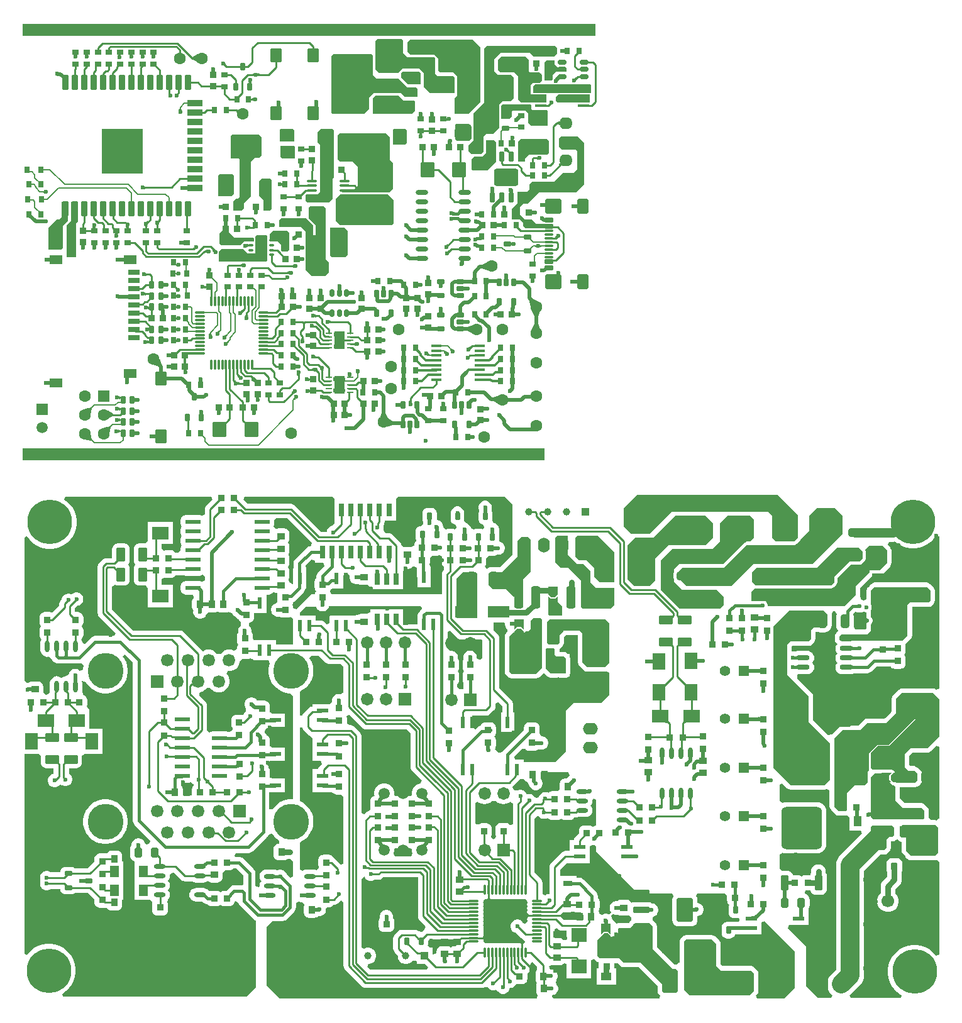
<source format=gtl>
G04*
G04 #@! TF.GenerationSoftware,Altium Limited,Altium Designer,24.0.1 (36)*
G04*
G04 Layer_Physical_Order=1*
G04 Layer_Color=255*
%FSTAX24Y24*%
%MOIN*%
G70*
G04*
G04 #@! TF.SameCoordinates,F3E9A89A-E33D-43AE-B610-609CB64B5824*
G04*
G04*
G04 #@! TF.FilePolarity,Positive*
G04*
G01*
G75*
%ADD10R,0.0591X0.0236*%
%ADD11R,0.0787X0.0472*%
%ADD12R,0.0300X0.0300*%
G04:AMPARAMS|DCode=13|XSize=49.2mil|YSize=118.1mil|CornerRadius=12.3mil|HoleSize=0mil|Usage=FLASHONLY|Rotation=0.000|XOffset=0mil|YOffset=0mil|HoleType=Round|Shape=RoundedRectangle|*
%AMROUNDEDRECTD13*
21,1,0.0492,0.0935,0,0,0.0*
21,1,0.0246,0.1181,0,0,0.0*
1,1,0.0246,0.0123,-0.0468*
1,1,0.0246,-0.0123,-0.0468*
1,1,0.0246,-0.0123,0.0468*
1,1,0.0246,0.0123,0.0468*
%
%ADD13ROUNDEDRECTD13*%
G04:AMPARAMS|DCode=14|XSize=45.3mil|YSize=70.9mil|CornerRadius=11.3mil|HoleSize=0mil|Usage=FLASHONLY|Rotation=90.000|XOffset=0mil|YOffset=0mil|HoleType=Round|Shape=RoundedRectangle|*
%AMROUNDEDRECTD14*
21,1,0.0453,0.0482,0,0,90.0*
21,1,0.0226,0.0709,0,0,90.0*
1,1,0.0226,0.0241,0.0113*
1,1,0.0226,0.0241,-0.0113*
1,1,0.0226,-0.0241,-0.0113*
1,1,0.0226,-0.0241,0.0113*
%
%ADD14ROUNDEDRECTD14*%
%ADD15R,0.1181X0.0630*%
G04:AMPARAMS|DCode=16|XSize=39.4mil|YSize=35.4mil|CornerRadius=3.5mil|HoleSize=0mil|Usage=FLASHONLY|Rotation=90.000|XOffset=0mil|YOffset=0mil|HoleType=Round|Shape=RoundedRectangle|*
%AMROUNDEDRECTD16*
21,1,0.0394,0.0283,0,0,90.0*
21,1,0.0323,0.0354,0,0,90.0*
1,1,0.0071,0.0142,0.0161*
1,1,0.0071,0.0142,-0.0161*
1,1,0.0071,-0.0142,-0.0161*
1,1,0.0071,-0.0142,0.0161*
%
%ADD16ROUNDEDRECTD16*%
%ADD17R,0.0315X0.0689*%
%ADD18R,0.0276X0.0689*%
G04:AMPARAMS|DCode=19|XSize=35.4mil|YSize=35.4mil|CornerRadius=3.5mil|HoleSize=0mil|Usage=FLASHONLY|Rotation=0.000|XOffset=0mil|YOffset=0mil|HoleType=Round|Shape=RoundedRectangle|*
%AMROUNDEDRECTD19*
21,1,0.0354,0.0283,0,0,0.0*
21,1,0.0283,0.0354,0,0,0.0*
1,1,0.0071,0.0142,-0.0142*
1,1,0.0071,-0.0142,-0.0142*
1,1,0.0071,-0.0142,0.0142*
1,1,0.0071,0.0142,0.0142*
%
%ADD19ROUNDEDRECTD19*%
G04:AMPARAMS|DCode=20|XSize=35.4mil|YSize=35.4mil|CornerRadius=3.5mil|HoleSize=0mil|Usage=FLASHONLY|Rotation=90.000|XOffset=0mil|YOffset=0mil|HoleType=Round|Shape=RoundedRectangle|*
%AMROUNDEDRECTD20*
21,1,0.0354,0.0283,0,0,90.0*
21,1,0.0283,0.0354,0,0,90.0*
1,1,0.0071,0.0142,0.0142*
1,1,0.0071,0.0142,-0.0142*
1,1,0.0071,-0.0142,-0.0142*
1,1,0.0071,-0.0142,0.0142*
%
%ADD20ROUNDEDRECTD20*%
%ADD21O,0.0630X0.0236*%
G04:AMPARAMS|DCode=22|XSize=39.4mil|YSize=35.4mil|CornerRadius=3.5mil|HoleSize=0mil|Usage=FLASHONLY|Rotation=0.000|XOffset=0mil|YOffset=0mil|HoleType=Round|Shape=RoundedRectangle|*
%AMROUNDEDRECTD22*
21,1,0.0394,0.0283,0,0,0.0*
21,1,0.0323,0.0354,0,0,0.0*
1,1,0.0071,0.0161,-0.0142*
1,1,0.0071,-0.0161,-0.0142*
1,1,0.0071,-0.0161,0.0142*
1,1,0.0071,0.0161,0.0142*
%
%ADD22ROUNDEDRECTD22*%
G04:AMPARAMS|DCode=23|XSize=40mil|YSize=52mil|CornerRadius=10mil|HoleSize=0mil|Usage=FLASHONLY|Rotation=180.000|XOffset=0mil|YOffset=0mil|HoleType=Round|Shape=RoundedRectangle|*
%AMROUNDEDRECTD23*
21,1,0.0400,0.0320,0,0,180.0*
21,1,0.0200,0.0520,0,0,180.0*
1,1,0.0200,-0.0100,0.0160*
1,1,0.0200,0.0100,0.0160*
1,1,0.0200,0.0100,-0.0160*
1,1,0.0200,-0.0100,-0.0160*
%
%ADD23ROUNDEDRECTD23*%
%ADD24R,0.0472X0.0591*%
G04:AMPARAMS|DCode=25|XSize=23.6mil|YSize=39.4mil|CornerRadius=2.4mil|HoleSize=0mil|Usage=FLASHONLY|Rotation=90.000|XOffset=0mil|YOffset=0mil|HoleType=Round|Shape=RoundedRectangle|*
%AMROUNDEDRECTD25*
21,1,0.0236,0.0346,0,0,90.0*
21,1,0.0189,0.0394,0,0,90.0*
1,1,0.0047,0.0173,0.0094*
1,1,0.0047,0.0173,-0.0094*
1,1,0.0047,-0.0173,-0.0094*
1,1,0.0047,-0.0173,0.0094*
%
%ADD25ROUNDEDRECTD25*%
G04:AMPARAMS|DCode=26|XSize=35.4mil|YSize=84.6mil|CornerRadius=3.5mil|HoleSize=0mil|Usage=FLASHONLY|Rotation=90.000|XOffset=0mil|YOffset=0mil|HoleType=Round|Shape=RoundedRectangle|*
%AMROUNDEDRECTD26*
21,1,0.0354,0.0776,0,0,90.0*
21,1,0.0283,0.0846,0,0,90.0*
1,1,0.0071,0.0388,0.0142*
1,1,0.0071,0.0388,-0.0142*
1,1,0.0071,-0.0388,-0.0142*
1,1,0.0071,-0.0388,0.0142*
%
%ADD26ROUNDEDRECTD26*%
G04:AMPARAMS|DCode=27|XSize=126mil|YSize=84.6mil|CornerRadius=8.5mil|HoleSize=0mil|Usage=FLASHONLY|Rotation=90.000|XOffset=0mil|YOffset=0mil|HoleType=Round|Shape=RoundedRectangle|*
%AMROUNDEDRECTD27*
21,1,0.1260,0.0677,0,0,90.0*
21,1,0.1091,0.0846,0,0,90.0*
1,1,0.0169,0.0339,0.0545*
1,1,0.0169,0.0339,-0.0545*
1,1,0.0169,-0.0339,-0.0545*
1,1,0.0169,-0.0339,0.0545*
%
%ADD27ROUNDEDRECTD27*%
%ADD28R,0.0472X0.0315*%
G04:AMPARAMS|DCode=29|XSize=23.6mil|YSize=39.4mil|CornerRadius=2.4mil|HoleSize=0mil|Usage=FLASHONLY|Rotation=180.000|XOffset=0mil|YOffset=0mil|HoleType=Round|Shape=RoundedRectangle|*
%AMROUNDEDRECTD29*
21,1,0.0236,0.0346,0,0,180.0*
21,1,0.0189,0.0394,0,0,180.0*
1,1,0.0047,-0.0094,0.0173*
1,1,0.0047,0.0094,0.0173*
1,1,0.0047,0.0094,-0.0173*
1,1,0.0047,-0.0094,-0.0173*
%
%ADD29ROUNDEDRECTD29*%
G04:AMPARAMS|DCode=30|XSize=27.6mil|YSize=37.4mil|CornerRadius=2.8mil|HoleSize=0mil|Usage=FLASHONLY|Rotation=180.000|XOffset=0mil|YOffset=0mil|HoleType=Round|Shape=RoundedRectangle|*
%AMROUNDEDRECTD30*
21,1,0.0276,0.0319,0,0,180.0*
21,1,0.0220,0.0374,0,0,180.0*
1,1,0.0055,-0.0110,0.0159*
1,1,0.0055,0.0110,0.0159*
1,1,0.0055,0.0110,-0.0159*
1,1,0.0055,-0.0110,-0.0159*
%
%ADD30ROUNDEDRECTD30*%
%ADD31R,0.0236X0.0591*%
%ADD32R,0.0256X0.0600*%
G04:AMPARAMS|DCode=33|XSize=45.3mil|YSize=70.9mil|CornerRadius=4.5mil|HoleSize=0mil|Usage=FLASHONLY|Rotation=90.000|XOffset=0mil|YOffset=0mil|HoleType=Round|Shape=RoundedRectangle|*
%AMROUNDEDRECTD33*
21,1,0.0453,0.0618,0,0,90.0*
21,1,0.0362,0.0709,0,0,90.0*
1,1,0.0091,0.0309,0.0181*
1,1,0.0091,0.0309,-0.0181*
1,1,0.0091,-0.0309,-0.0181*
1,1,0.0091,-0.0309,0.0181*
%
%ADD33ROUNDEDRECTD33*%
%ADD34R,0.0709X0.0866*%
%ADD35R,0.0866X0.0709*%
%ADD36O,0.0236X0.0630*%
%ADD37O,0.0700X0.0260*%
%ADD38R,0.0945X0.1260*%
G04:AMPARAMS|DCode=39|XSize=45.3mil|YSize=70.9mil|CornerRadius=11.3mil|HoleSize=0mil|Usage=FLASHONLY|Rotation=180.000|XOffset=0mil|YOffset=0mil|HoleType=Round|Shape=RoundedRectangle|*
%AMROUNDEDRECTD39*
21,1,0.0453,0.0482,0,0,180.0*
21,1,0.0226,0.0709,0,0,180.0*
1,1,0.0226,-0.0113,0.0241*
1,1,0.0226,0.0113,0.0241*
1,1,0.0226,0.0113,-0.0241*
1,1,0.0226,-0.0113,-0.0241*
%
%ADD39ROUNDEDRECTD39*%
%ADD40R,0.0300X0.0300*%
%ADD41R,0.0835X0.0591*%
G04:AMPARAMS|DCode=42|XSize=49.2mil|YSize=118.1mil|CornerRadius=12.3mil|HoleSize=0mil|Usage=FLASHONLY|Rotation=270.000|XOffset=0mil|YOffset=0mil|HoleType=Round|Shape=RoundedRectangle|*
%AMROUNDEDRECTD42*
21,1,0.0492,0.0935,0,0,270.0*
21,1,0.0246,0.1181,0,0,270.0*
1,1,0.0246,-0.0468,-0.0123*
1,1,0.0246,-0.0468,0.0123*
1,1,0.0246,0.0468,0.0123*
1,1,0.0246,0.0468,-0.0123*
%
%ADD42ROUNDEDRECTD42*%
G04:AMPARAMS|DCode=43|XSize=35.4mil|YSize=39.4mil|CornerRadius=4.4mil|HoleSize=0mil|Usage=FLASHONLY|Rotation=180.000|XOffset=0mil|YOffset=0mil|HoleType=Round|Shape=RoundedRectangle|*
%AMROUNDEDRECTD43*
21,1,0.0354,0.0305,0,0,180.0*
21,1,0.0266,0.0394,0,0,180.0*
1,1,0.0089,-0.0133,0.0153*
1,1,0.0089,0.0133,0.0153*
1,1,0.0089,0.0133,-0.0153*
1,1,0.0089,-0.0133,-0.0153*
%
%ADD43ROUNDEDRECTD43*%
%ADD44R,0.0394X0.0550*%
G04:AMPARAMS|DCode=45|XSize=39.4mil|YSize=78.7mil|CornerRadius=4.9mil|HoleSize=0mil|Usage=FLASHONLY|Rotation=0.000|XOffset=0mil|YOffset=0mil|HoleType=Round|Shape=RoundedRectangle|*
%AMROUNDEDRECTD45*
21,1,0.0394,0.0689,0,0,0.0*
21,1,0.0295,0.0787,0,0,0.0*
1,1,0.0098,0.0148,-0.0344*
1,1,0.0098,-0.0148,-0.0344*
1,1,0.0098,-0.0148,0.0344*
1,1,0.0098,0.0148,0.0344*
%
%ADD45ROUNDEDRECTD45*%
G04:AMPARAMS|DCode=46|XSize=216.5mil|YSize=224.4mil|CornerRadius=27.1mil|HoleSize=0mil|Usage=FLASHONLY|Rotation=0.000|XOffset=0mil|YOffset=0mil|HoleType=Round|Shape=RoundedRectangle|*
%AMROUNDEDRECTD46*
21,1,0.2165,0.1703,0,0,0.0*
21,1,0.1624,0.2244,0,0,0.0*
1,1,0.0541,0.0812,-0.0851*
1,1,0.0541,-0.0812,-0.0851*
1,1,0.0541,-0.0812,0.0851*
1,1,0.0541,0.0812,0.0851*
%
%ADD46ROUNDEDRECTD46*%
%ADD47R,0.0630X0.1181*%
%ADD48R,0.0550X0.0394*%
%ADD49R,0.0830X0.0740*%
%ADD50O,0.0118X0.0551*%
%ADD51O,0.0551X0.0118*%
G04:AMPARAMS|DCode=52|XSize=77.6mil|YSize=23.2mil|CornerRadius=2.9mil|HoleSize=0mil|Usage=FLASHONLY|Rotation=180.000|XOffset=0mil|YOffset=0mil|HoleType=Round|Shape=RoundedRectangle|*
%AMROUNDEDRECTD52*
21,1,0.0776,0.0174,0,0,180.0*
21,1,0.0718,0.0232,0,0,180.0*
1,1,0.0058,-0.0359,0.0087*
1,1,0.0058,0.0359,0.0087*
1,1,0.0058,0.0359,-0.0087*
1,1,0.0058,-0.0359,-0.0087*
%
%ADD52ROUNDEDRECTD52*%
G04:AMPARAMS|DCode=53|XSize=45.3mil|YSize=70.9mil|CornerRadius=4.5mil|HoleSize=0mil|Usage=FLASHONLY|Rotation=180.000|XOffset=0mil|YOffset=0mil|HoleType=Round|Shape=RoundedRectangle|*
%AMROUNDEDRECTD53*
21,1,0.0453,0.0618,0,0,180.0*
21,1,0.0362,0.0709,0,0,180.0*
1,1,0.0091,-0.0181,0.0309*
1,1,0.0091,0.0181,0.0309*
1,1,0.0091,0.0181,-0.0309*
1,1,0.0091,-0.0181,-0.0309*
%
%ADD53ROUNDEDRECTD53*%
G04:AMPARAMS|DCode=54|XSize=98.4mil|YSize=129.9mil|CornerRadius=9.8mil|HoleSize=0mil|Usage=FLASHONLY|Rotation=180.000|XOffset=0mil|YOffset=0mil|HoleType=Round|Shape=RoundedRectangle|*
%AMROUNDEDRECTD54*
21,1,0.0984,0.1102,0,0,180.0*
21,1,0.0787,0.1299,0,0,180.0*
1,1,0.0197,-0.0394,0.0551*
1,1,0.0197,0.0394,0.0551*
1,1,0.0197,0.0394,-0.0551*
1,1,0.0197,-0.0394,-0.0551*
%
%ADD54ROUNDEDRECTD54*%
%ADD55R,0.1181X0.1575*%
G04:AMPARAMS|DCode=56|XSize=80.7mil|YSize=23.2mil|CornerRadius=2.9mil|HoleSize=0mil|Usage=FLASHONLY|Rotation=180.000|XOffset=0mil|YOffset=0mil|HoleType=Round|Shape=RoundedRectangle|*
%AMROUNDEDRECTD56*
21,1,0.0807,0.0174,0,0,180.0*
21,1,0.0749,0.0232,0,0,180.0*
1,1,0.0058,-0.0375,0.0087*
1,1,0.0058,0.0375,0.0087*
1,1,0.0058,0.0375,-0.0087*
1,1,0.0058,-0.0375,-0.0087*
%
%ADD56ROUNDEDRECTD56*%
G04:AMPARAMS|DCode=57|XSize=98.4mil|YSize=129.9mil|CornerRadius=9.8mil|HoleSize=0mil|Usage=FLASHONLY|Rotation=270.000|XOffset=0mil|YOffset=0mil|HoleType=Round|Shape=RoundedRectangle|*
%AMROUNDEDRECTD57*
21,1,0.0984,0.1102,0,0,270.0*
21,1,0.0787,0.1299,0,0,270.0*
1,1,0.0197,-0.0551,-0.0394*
1,1,0.0197,-0.0551,0.0394*
1,1,0.0197,0.0551,0.0394*
1,1,0.0197,0.0551,-0.0394*
%
%ADD57ROUNDEDRECTD57*%
%ADD58C,0.0200*%
%ADD59C,0.0150*%
%ADD60C,0.1000*%
%ADD61C,0.0100*%
%ADD62C,0.0300*%
%ADD63C,0.0500*%
%ADD64R,0.0575X0.0937*%
%ADD65R,0.0339X0.0106*%
G04:AMPARAMS|DCode=66|XSize=26mil|YSize=37mil|CornerRadius=2.6mil|HoleSize=0mil|Usage=FLASHONLY|Rotation=0.000|XOffset=0mil|YOffset=0mil|HoleType=Round|Shape=RoundedRectangle|*
%AMROUNDEDRECTD66*
21,1,0.0260,0.0318,0,0,0.0*
21,1,0.0208,0.0370,0,0,0.0*
1,1,0.0052,0.0104,-0.0159*
1,1,0.0052,-0.0104,-0.0159*
1,1,0.0052,-0.0104,0.0159*
1,1,0.0052,0.0104,0.0159*
%
%ADD66ROUNDEDRECTD66*%
G04:AMPARAMS|DCode=67|XSize=23.6mil|YSize=35.4mil|CornerRadius=2.4mil|HoleSize=0mil|Usage=FLASHONLY|Rotation=0.000|XOffset=0mil|YOffset=0mil|HoleType=Round|Shape=RoundedRectangle|*
%AMROUNDEDRECTD67*
21,1,0.0236,0.0307,0,0,0.0*
21,1,0.0189,0.0354,0,0,0.0*
1,1,0.0047,0.0094,-0.0154*
1,1,0.0047,-0.0094,-0.0154*
1,1,0.0047,-0.0094,0.0154*
1,1,0.0047,0.0094,0.0154*
%
%ADD67ROUNDEDRECTD67*%
G04:AMPARAMS|DCode=68|XSize=27.6mil|YSize=35.4mil|CornerRadius=2.8mil|HoleSize=0mil|Usage=FLASHONLY|Rotation=180.000|XOffset=0mil|YOffset=0mil|HoleType=Round|Shape=RoundedRectangle|*
%AMROUNDEDRECTD68*
21,1,0.0276,0.0299,0,0,180.0*
21,1,0.0220,0.0354,0,0,180.0*
1,1,0.0055,-0.0110,0.0150*
1,1,0.0055,0.0110,0.0150*
1,1,0.0055,0.0110,-0.0150*
1,1,0.0055,-0.0110,-0.0150*
%
%ADD68ROUNDEDRECTD68*%
G04:AMPARAMS|DCode=69|XSize=27.6mil|YSize=35.4mil|CornerRadius=2.8mil|HoleSize=0mil|Usage=FLASHONLY|Rotation=270.000|XOffset=0mil|YOffset=0mil|HoleType=Round|Shape=RoundedRectangle|*
%AMROUNDEDRECTD69*
21,1,0.0276,0.0299,0,0,270.0*
21,1,0.0220,0.0354,0,0,270.0*
1,1,0.0055,-0.0150,-0.0110*
1,1,0.0055,-0.0150,0.0110*
1,1,0.0055,0.0150,0.0110*
1,1,0.0055,0.0150,-0.0110*
%
%ADD69ROUNDEDRECTD69*%
%ADD70O,0.0669X0.0236*%
G04:AMPARAMS|DCode=71|XSize=74.8mil|YSize=78.7mil|CornerRadius=7.5mil|HoleSize=0mil|Usage=FLASHONLY|Rotation=0.000|XOffset=0mil|YOffset=0mil|HoleType=Round|Shape=RoundedRectangle|*
%AMROUNDEDRECTD71*
21,1,0.0748,0.0638,0,0,0.0*
21,1,0.0598,0.0787,0,0,0.0*
1,1,0.0150,0.0299,-0.0319*
1,1,0.0150,-0.0299,-0.0319*
1,1,0.0150,-0.0299,0.0319*
1,1,0.0150,0.0299,0.0319*
%
%ADD71ROUNDEDRECTD71*%
G04:AMPARAMS|DCode=72|XSize=23.6mil|YSize=43.3mil|CornerRadius=5.9mil|HoleSize=0mil|Usage=FLASHONLY|Rotation=270.000|XOffset=0mil|YOffset=0mil|HoleType=Round|Shape=RoundedRectangle|*
%AMROUNDEDRECTD72*
21,1,0.0236,0.0315,0,0,270.0*
21,1,0.0118,0.0433,0,0,270.0*
1,1,0.0118,-0.0157,-0.0059*
1,1,0.0118,-0.0157,0.0059*
1,1,0.0118,0.0157,0.0059*
1,1,0.0118,0.0157,-0.0059*
%
%ADD72ROUNDEDRECTD72*%
G04:AMPARAMS|DCode=73|XSize=35.4mil|YSize=35.4mil|CornerRadius=8.9mil|HoleSize=0mil|Usage=FLASHONLY|Rotation=180.000|XOffset=0mil|YOffset=0mil|HoleType=Round|Shape=RoundedRectangle|*
%AMROUNDEDRECTD73*
21,1,0.0354,0.0177,0,0,180.0*
21,1,0.0177,0.0354,0,0,180.0*
1,1,0.0177,-0.0089,0.0089*
1,1,0.0177,0.0089,0.0089*
1,1,0.0177,0.0089,-0.0089*
1,1,0.0177,-0.0089,-0.0089*
%
%ADD73ROUNDEDRECTD73*%
G04:AMPARAMS|DCode=74|XSize=45.3mil|YSize=55.1mil|CornerRadius=11.3mil|HoleSize=0mil|Usage=FLASHONLY|Rotation=90.000|XOffset=0mil|YOffset=0mil|HoleType=Round|Shape=RoundedRectangle|*
%AMROUNDEDRECTD74*
21,1,0.0453,0.0325,0,0,90.0*
21,1,0.0226,0.0551,0,0,90.0*
1,1,0.0226,0.0162,0.0113*
1,1,0.0226,0.0162,-0.0113*
1,1,0.0226,-0.0162,-0.0113*
1,1,0.0226,-0.0162,0.0113*
%
%ADD74ROUNDEDRECTD74*%
G04:AMPARAMS|DCode=75|XSize=45.3mil|YSize=55.1mil|CornerRadius=11.3mil|HoleSize=0mil|Usage=FLASHONLY|Rotation=0.000|XOffset=0mil|YOffset=0mil|HoleType=Round|Shape=RoundedRectangle|*
%AMROUNDEDRECTD75*
21,1,0.0453,0.0325,0,0,0.0*
21,1,0.0226,0.0551,0,0,0.0*
1,1,0.0226,0.0113,-0.0162*
1,1,0.0226,-0.0113,-0.0162*
1,1,0.0226,-0.0113,0.0162*
1,1,0.0226,0.0113,0.0162*
%
%ADD75ROUNDEDRECTD75*%
G04:AMPARAMS|DCode=76|XSize=133.9mil|YSize=98.4mil|CornerRadius=9.8mil|HoleSize=0mil|Usage=FLASHONLY|Rotation=0.000|XOffset=0mil|YOffset=0mil|HoleType=Round|Shape=RoundedRectangle|*
%AMROUNDEDRECTD76*
21,1,0.1339,0.0787,0,0,0.0*
21,1,0.1142,0.0984,0,0,0.0*
1,1,0.0197,0.0571,-0.0394*
1,1,0.0197,-0.0571,-0.0394*
1,1,0.0197,-0.0571,0.0394*
1,1,0.0197,0.0571,0.0394*
%
%ADD76ROUNDEDRECTD76*%
%ADD77R,0.0650X0.0500*%
%ADD78R,0.0591X0.0270*%
%ADD79R,0.0700X0.0500*%
G04:AMPARAMS|DCode=80|XSize=35.4mil|YSize=35.4mil|CornerRadius=8.9mil|HoleSize=0mil|Usage=FLASHONLY|Rotation=270.000|XOffset=0mil|YOffset=0mil|HoleType=Round|Shape=RoundedRectangle|*
%AMROUNDEDRECTD80*
21,1,0.0354,0.0177,0,0,270.0*
21,1,0.0177,0.0354,0,0,270.0*
1,1,0.0177,-0.0089,-0.0089*
1,1,0.0177,-0.0089,0.0089*
1,1,0.0177,0.0089,0.0089*
1,1,0.0177,0.0089,-0.0089*
%
%ADD80ROUNDEDRECTD80*%
G04:AMPARAMS|DCode=81|XSize=23.6mil|YSize=43.3mil|CornerRadius=5.9mil|HoleSize=0mil|Usage=FLASHONLY|Rotation=180.000|XOffset=0mil|YOffset=0mil|HoleType=Round|Shape=RoundedRectangle|*
%AMROUNDEDRECTD81*
21,1,0.0236,0.0315,0,0,180.0*
21,1,0.0118,0.0433,0,0,180.0*
1,1,0.0118,-0.0059,0.0157*
1,1,0.0118,0.0059,0.0157*
1,1,0.0118,0.0059,-0.0157*
1,1,0.0118,-0.0059,-0.0157*
%
%ADD81ROUNDEDRECTD81*%
G04:AMPARAMS|DCode=82|XSize=23.6mil|YSize=39.4mil|CornerRadius=5.9mil|HoleSize=0mil|Usage=FLASHONLY|Rotation=0.000|XOffset=0mil|YOffset=0mil|HoleType=Round|Shape=RoundedRectangle|*
%AMROUNDEDRECTD82*
21,1,0.0236,0.0276,0,0,0.0*
21,1,0.0118,0.0394,0,0,0.0*
1,1,0.0118,0.0059,-0.0138*
1,1,0.0118,-0.0059,-0.0138*
1,1,0.0118,-0.0059,0.0138*
1,1,0.0118,0.0059,0.0138*
%
%ADD82ROUNDEDRECTD82*%
%ADD83O,0.0551X0.0157*%
G04:AMPARAMS|DCode=84|XSize=23.6mil|YSize=11.8mil|CornerRadius=1.2mil|HoleSize=0mil|Usage=FLASHONLY|Rotation=0.000|XOffset=0mil|YOffset=0mil|HoleType=Round|Shape=RoundedRectangle|*
%AMROUNDEDRECTD84*
21,1,0.0236,0.0094,0,0,0.0*
21,1,0.0213,0.0118,0,0,0.0*
1,1,0.0024,0.0106,-0.0047*
1,1,0.0024,-0.0106,-0.0047*
1,1,0.0024,-0.0106,0.0047*
1,1,0.0024,0.0106,0.0047*
%
%ADD84ROUNDEDRECTD84*%
G04:AMPARAMS|DCode=85|XSize=9.1mil|YSize=28.5mil|CornerRadius=0.9mil|HoleSize=0mil|Usage=FLASHONLY|Rotation=0.000|XOffset=0mil|YOffset=0mil|HoleType=Round|Shape=RoundedRectangle|*
%AMROUNDEDRECTD85*
21,1,0.0091,0.0267,0,0,0.0*
21,1,0.0072,0.0285,0,0,0.0*
1,1,0.0018,0.0036,-0.0134*
1,1,0.0018,-0.0036,-0.0134*
1,1,0.0018,-0.0036,0.0134*
1,1,0.0018,0.0036,0.0134*
%
%ADD85ROUNDEDRECTD85*%
G04:AMPARAMS|DCode=86|XSize=59.1mil|YSize=68.9mil|CornerRadius=5.9mil|HoleSize=0mil|Usage=FLASHONLY|Rotation=0.000|XOffset=0mil|YOffset=0mil|HoleType=Round|Shape=RoundedRectangle|*
%AMROUNDEDRECTD86*
21,1,0.0591,0.0571,0,0,0.0*
21,1,0.0472,0.0689,0,0,0.0*
1,1,0.0118,0.0236,-0.0285*
1,1,0.0118,-0.0236,-0.0285*
1,1,0.0118,-0.0236,0.0285*
1,1,0.0118,0.0236,0.0285*
%
%ADD86ROUNDEDRECTD86*%
%ADD87O,0.0531X0.0157*%
G04:AMPARAMS|DCode=88|XSize=31.5mil|YSize=41.3mil|CornerRadius=7.9mil|HoleSize=0mil|Usage=FLASHONLY|Rotation=180.000|XOffset=0mil|YOffset=0mil|HoleType=Round|Shape=RoundedRectangle|*
%AMROUNDEDRECTD88*
21,1,0.0315,0.0256,0,0,180.0*
21,1,0.0157,0.0413,0,0,180.0*
1,1,0.0157,-0.0079,0.0128*
1,1,0.0157,0.0079,0.0128*
1,1,0.0157,0.0079,-0.0128*
1,1,0.0157,-0.0079,-0.0128*
%
%ADD88ROUNDEDRECTD88*%
G04:AMPARAMS|DCode=89|XSize=31.5mil|YSize=41.3mil|CornerRadius=7.9mil|HoleSize=0mil|Usage=FLASHONLY|Rotation=270.000|XOffset=0mil|YOffset=0mil|HoleType=Round|Shape=RoundedRectangle|*
%AMROUNDEDRECTD89*
21,1,0.0315,0.0256,0,0,270.0*
21,1,0.0157,0.0413,0,0,270.0*
1,1,0.0157,-0.0128,-0.0079*
1,1,0.0157,-0.0128,0.0079*
1,1,0.0157,0.0128,0.0079*
1,1,0.0157,0.0128,-0.0079*
%
%ADD89ROUNDEDRECTD89*%
G04:AMPARAMS|DCode=90|XSize=47.2mil|YSize=70.9mil|CornerRadius=4.7mil|HoleSize=0mil|Usage=FLASHONLY|Rotation=0.000|XOffset=0mil|YOffset=0mil|HoleType=Round|Shape=RoundedRectangle|*
%AMROUNDEDRECTD90*
21,1,0.0472,0.0614,0,0,0.0*
21,1,0.0378,0.0709,0,0,0.0*
1,1,0.0094,0.0189,-0.0307*
1,1,0.0094,-0.0189,-0.0307*
1,1,0.0094,-0.0189,0.0307*
1,1,0.0094,0.0189,0.0307*
%
%ADD90ROUNDEDRECTD90*%
G04:AMPARAMS|DCode=91|XSize=47.2mil|YSize=70.9mil|CornerRadius=4.7mil|HoleSize=0mil|Usage=FLASHONLY|Rotation=270.000|XOffset=0mil|YOffset=0mil|HoleType=Round|Shape=RoundedRectangle|*
%AMROUNDEDRECTD91*
21,1,0.0472,0.0614,0,0,270.0*
21,1,0.0378,0.0709,0,0,270.0*
1,1,0.0094,-0.0307,-0.0189*
1,1,0.0094,-0.0307,0.0189*
1,1,0.0094,0.0307,0.0189*
1,1,0.0094,0.0307,-0.0189*
%
%ADD91ROUNDEDRECTD91*%
G04:AMPARAMS|DCode=92|XSize=78.7mil|YSize=35.4mil|CornerRadius=5.3mil|HoleSize=0mil|Usage=FLASHONLY|Rotation=90.000|XOffset=0mil|YOffset=0mil|HoleType=Round|Shape=RoundedRectangle|*
%AMROUNDEDRECTD92*
21,1,0.0787,0.0248,0,0,90.0*
21,1,0.0681,0.0354,0,0,90.0*
1,1,0.0106,0.0124,0.0341*
1,1,0.0106,0.0124,-0.0341*
1,1,0.0106,-0.0124,-0.0341*
1,1,0.0106,-0.0124,0.0341*
%
%ADD92ROUNDEDRECTD92*%
G04:AMPARAMS|DCode=93|XSize=35.4mil|YSize=78.7mil|CornerRadius=3.5mil|HoleSize=0mil|Usage=FLASHONLY|Rotation=90.000|XOffset=0mil|YOffset=0mil|HoleType=Round|Shape=RoundedRectangle|*
%AMROUNDEDRECTD93*
21,1,0.0354,0.0717,0,0,90.0*
21,1,0.0283,0.0787,0,0,90.0*
1,1,0.0071,0.0358,0.0142*
1,1,0.0071,0.0358,-0.0142*
1,1,0.0071,-0.0358,-0.0142*
1,1,0.0071,-0.0358,0.0142*
%
%ADD93ROUNDEDRECTD93*%
%ADD94R,0.0524X0.0524*%
G04:AMPARAMS|DCode=95|XSize=61.4mil|YSize=15.7mil|CornerRadius=2mil|HoleSize=0mil|Usage=FLASHONLY|Rotation=0.000|XOffset=0mil|YOffset=0mil|HoleType=Round|Shape=RoundedRectangle|*
%AMROUNDEDRECTD95*
21,1,0.0614,0.0118,0,0,0.0*
21,1,0.0575,0.0157,0,0,0.0*
1,1,0.0039,0.0287,-0.0059*
1,1,0.0039,-0.0287,-0.0059*
1,1,0.0039,-0.0287,0.0059*
1,1,0.0039,0.0287,0.0059*
%
%ADD95ROUNDEDRECTD95*%
G04:AMPARAMS|DCode=96|XSize=70.9mil|YSize=59.1mil|CornerRadius=3mil|HoleSize=0mil|Usage=FLASHONLY|Rotation=90.000|XOffset=0mil|YOffset=0mil|HoleType=Round|Shape=RoundedRectangle|*
%AMROUNDEDRECTD96*
21,1,0.0709,0.0531,0,0,90.0*
21,1,0.0650,0.0591,0,0,90.0*
1,1,0.0059,0.0266,0.0325*
1,1,0.0059,0.0266,-0.0325*
1,1,0.0059,-0.0266,-0.0325*
1,1,0.0059,-0.0266,0.0325*
%
%ADD96ROUNDEDRECTD96*%
G04:AMPARAMS|DCode=97|XSize=45.3mil|YSize=23.6mil|CornerRadius=2.4mil|HoleSize=0mil|Usage=FLASHONLY|Rotation=180.000|XOffset=0mil|YOffset=0mil|HoleType=Round|Shape=RoundedRectangle|*
%AMROUNDEDRECTD97*
21,1,0.0453,0.0189,0,0,180.0*
21,1,0.0406,0.0236,0,0,180.0*
1,1,0.0047,-0.0203,0.0094*
1,1,0.0047,0.0203,0.0094*
1,1,0.0047,0.0203,-0.0094*
1,1,0.0047,-0.0203,-0.0094*
%
%ADD97ROUNDEDRECTD97*%
G04:AMPARAMS|DCode=98|XSize=45.3mil|YSize=11.8mil|CornerRadius=1.2mil|HoleSize=0mil|Usage=FLASHONLY|Rotation=180.000|XOffset=0mil|YOffset=0mil|HoleType=Round|Shape=RoundedRectangle|*
%AMROUNDEDRECTD98*
21,1,0.0453,0.0094,0,0,180.0*
21,1,0.0429,0.0118,0,0,180.0*
1,1,0.0024,-0.0215,0.0047*
1,1,0.0024,0.0215,0.0047*
1,1,0.0024,0.0215,-0.0047*
1,1,0.0024,-0.0215,-0.0047*
%
%ADD98ROUNDEDRECTD98*%
G04:AMPARAMS|DCode=99|XSize=59.1mil|YSize=78.7mil|CornerRadius=5.9mil|HoleSize=0mil|Usage=FLASHONLY|Rotation=180.000|XOffset=0mil|YOffset=0mil|HoleType=Round|Shape=RoundedRectangle|*
%AMROUNDEDRECTD99*
21,1,0.0591,0.0669,0,0,180.0*
21,1,0.0472,0.0787,0,0,180.0*
1,1,0.0118,-0.0236,0.0335*
1,1,0.0118,0.0236,0.0335*
1,1,0.0118,0.0236,-0.0335*
1,1,0.0118,-0.0236,-0.0335*
%
%ADD99ROUNDEDRECTD99*%
G04:AMPARAMS|DCode=100|XSize=85.8mil|YSize=78.7mil|CornerRadius=7.9mil|HoleSize=0mil|Usage=FLASHONLY|Rotation=180.000|XOffset=0mil|YOffset=0mil|HoleType=Round|Shape=RoundedRectangle|*
%AMROUNDEDRECTD100*
21,1,0.0858,0.0630,0,0,180.0*
21,1,0.0701,0.0787,0,0,180.0*
1,1,0.0157,-0.0350,0.0315*
1,1,0.0157,0.0350,0.0315*
1,1,0.0157,0.0350,-0.0315*
1,1,0.0157,-0.0350,-0.0315*
%
%ADD100ROUNDEDRECTD100*%
G04:AMPARAMS|DCode=101|XSize=37.4mil|YSize=84.6mil|CornerRadius=9.4mil|HoleSize=0mil|Usage=FLASHONLY|Rotation=270.000|XOffset=0mil|YOffset=0mil|HoleType=Round|Shape=RoundedRectangle|*
%AMROUNDEDRECTD101*
21,1,0.0374,0.0659,0,0,270.0*
21,1,0.0187,0.0846,0,0,270.0*
1,1,0.0187,-0.0330,-0.0094*
1,1,0.0187,-0.0330,0.0094*
1,1,0.0187,0.0330,0.0094*
1,1,0.0187,0.0330,-0.0094*
%
%ADD101ROUNDEDRECTD101*%
G04:AMPARAMS|DCode=102|XSize=128mil|YSize=84.6mil|CornerRadius=21.2mil|HoleSize=0mil|Usage=FLASHONLY|Rotation=270.000|XOffset=0mil|YOffset=0mil|HoleType=Round|Shape=RoundedRectangle|*
%AMROUNDEDRECTD102*
21,1,0.1280,0.0423,0,0,270.0*
21,1,0.0856,0.0846,0,0,270.0*
1,1,0.0423,-0.0212,-0.0428*
1,1,0.0423,-0.0212,0.0428*
1,1,0.0423,0.0212,0.0428*
1,1,0.0423,0.0212,-0.0428*
%
%ADD102ROUNDEDRECTD102*%
G04:AMPARAMS|DCode=103|XSize=37.4mil|YSize=84.6mil|CornerRadius=9.4mil|HoleSize=0mil|Usage=FLASHONLY|Rotation=180.000|XOffset=0mil|YOffset=0mil|HoleType=Round|Shape=RoundedRectangle|*
%AMROUNDEDRECTD103*
21,1,0.0374,0.0659,0,0,180.0*
21,1,0.0187,0.0846,0,0,180.0*
1,1,0.0187,-0.0094,0.0330*
1,1,0.0187,0.0094,0.0330*
1,1,0.0187,0.0094,-0.0330*
1,1,0.0187,-0.0094,-0.0330*
%
%ADD103ROUNDEDRECTD103*%
G04:AMPARAMS|DCode=104|XSize=128mil|YSize=84.6mil|CornerRadius=21.2mil|HoleSize=0mil|Usage=FLASHONLY|Rotation=180.000|XOffset=0mil|YOffset=0mil|HoleType=Round|Shape=RoundedRectangle|*
%AMROUNDEDRECTD104*
21,1,0.1280,0.0423,0,0,180.0*
21,1,0.0856,0.0846,0,0,180.0*
1,1,0.0423,-0.0428,0.0212*
1,1,0.0423,0.0428,0.0212*
1,1,0.0423,0.0428,-0.0212*
1,1,0.0423,-0.0428,-0.0212*
%
%ADD104ROUNDEDRECTD104*%
G04:AMPARAMS|DCode=105|XSize=90.6mil|YSize=126mil|CornerRadius=9.1mil|HoleSize=0mil|Usage=FLASHONLY|Rotation=90.000|XOffset=0mil|YOffset=0mil|HoleType=Round|Shape=RoundedRectangle|*
%AMROUNDEDRECTD105*
21,1,0.0906,0.1079,0,0,90.0*
21,1,0.0724,0.1260,0,0,90.0*
1,1,0.0181,0.0539,0.0362*
1,1,0.0181,0.0539,-0.0362*
1,1,0.0181,-0.0539,-0.0362*
1,1,0.0181,-0.0539,0.0362*
%
%ADD105ROUNDEDRECTD105*%
G04:AMPARAMS|DCode=106|XSize=51.2mil|YSize=25.6mil|CornerRadius=2.6mil|HoleSize=0mil|Usage=FLASHONLY|Rotation=90.000|XOffset=0mil|YOffset=0mil|HoleType=Round|Shape=RoundedRectangle|*
%AMROUNDEDRECTD106*
21,1,0.0512,0.0205,0,0,90.0*
21,1,0.0461,0.0256,0,0,90.0*
1,1,0.0051,0.0102,0.0230*
1,1,0.0051,0.0102,-0.0230*
1,1,0.0051,-0.0102,-0.0230*
1,1,0.0051,-0.0102,0.0230*
%
%ADD106ROUNDEDRECTD106*%
G04:AMPARAMS|DCode=107|XSize=23.6mil|YSize=47.2mil|CornerRadius=5.9mil|HoleSize=0mil|Usage=FLASHONLY|Rotation=270.000|XOffset=0mil|YOffset=0mil|HoleType=Round|Shape=RoundedRectangle|*
%AMROUNDEDRECTD107*
21,1,0.0236,0.0354,0,0,270.0*
21,1,0.0118,0.0472,0,0,270.0*
1,1,0.0118,-0.0177,-0.0059*
1,1,0.0118,-0.0177,0.0059*
1,1,0.0118,0.0177,0.0059*
1,1,0.0118,0.0177,-0.0059*
%
%ADD107ROUNDEDRECTD107*%
%ADD108C,0.0197*%
%ADD109C,0.0098*%
%ADD110C,0.0079*%
%ADD111C,0.0118*%
%ADD112C,0.0551*%
%ADD113R,0.0551X0.0551*%
%ADD114R,0.0715X0.0715*%
%ADD115C,0.0715*%
%ADD116O,0.0650X0.0670*%
%ADD117R,0.0650X0.0670*%
%ADD118C,0.2362*%
%ADD119C,0.0945*%
G04:AMPARAMS|DCode=120|XSize=94.5mil|YSize=94.5mil|CornerRadius=23.6mil|HoleSize=0mil|Usage=FLASHONLY|Rotation=0.000|XOffset=0mil|YOffset=0mil|HoleType=Round|Shape=RoundedRectangle|*
%AMROUNDEDRECTD120*
21,1,0.0945,0.0472,0,0,0.0*
21,1,0.0472,0.0945,0,0,0.0*
1,1,0.0472,0.0236,-0.0236*
1,1,0.0472,-0.0236,-0.0236*
1,1,0.0472,-0.0236,0.0236*
1,1,0.0472,0.0236,0.0236*
%
%ADD120ROUNDEDRECTD120*%
%ADD121O,0.0630X0.0787*%
%ADD122R,0.0630X0.0787*%
%ADD123O,0.0787X0.0630*%
%ADD124R,0.0388X0.0388*%
%ADD125C,0.0388*%
%ADD126C,0.0787*%
%ADD127R,0.0669X0.0669*%
%ADD128C,0.0669*%
%ADD129C,0.0591*%
%ADD130C,0.1900*%
%ADD131C,0.0665*%
%ADD132R,0.0665X0.0665*%
%ADD133C,0.0236*%
%ADD134C,0.0630*%
%ADD135R,0.0591X0.0600*%
%ADD136C,0.0591*%
%ADD137R,0.0630X0.0630*%
%ADD138O,0.0709X0.0630*%
G36*
X147047Y098346D02*
X116693D01*
Y098976D01*
X147047D01*
Y098346D01*
D02*
G37*
G36*
X123705Y097328D02*
X123539Y097328D01*
X123573Y097422D01*
X123671D01*
X123705Y097328D01*
D02*
G37*
G36*
X122524D02*
X122358Y097328D01*
X122392Y097422D01*
X12249D01*
X122524Y097328D01*
D02*
G37*
G36*
X120161D02*
X119996Y097328D01*
X12003Y097422D01*
X120128D01*
X120161Y097328D01*
D02*
G37*
G36*
X119571D02*
X119406D01*
X119439Y097422D01*
X119537D01*
X119571Y097328D01*
D02*
G37*
G36*
X121894Y097289D02*
X121728D01*
X121762Y097383D01*
X12186D01*
X121894Y097289D01*
D02*
G37*
G36*
X145Y097717D02*
Y097402D01*
X144843Y097244D01*
X14378D01*
X143583Y097441D01*
X142008D01*
X141693Y097126D01*
Y096496D01*
X14189Y096299D01*
X142559D01*
X142715Y096143D01*
Y095049D01*
X142568Y094902D01*
X142106D01*
X141929Y094724D01*
Y093465D01*
X141614Y09315D01*
X14126D01*
X141102Y092992D01*
Y092205D01*
X140984Y092087D01*
X140472D01*
X140315Y092244D01*
Y092559D01*
X140591Y092835D01*
Y094252D01*
X141142Y094803D01*
Y097677D01*
X141299Y097835D01*
X144882D01*
X145Y097717D01*
D02*
G37*
G36*
X125956Y096945D02*
X125681Y097116D01*
Y097215D01*
X125956Y097386D01*
Y096945D01*
D02*
G37*
G36*
X127484Y096799D02*
X127414Y096729D01*
X127324Y096772D01*
X127441Y096889D01*
X127484Y096799D01*
D02*
G37*
G36*
X129233Y096348D02*
Y09625D01*
X129139Y096217D01*
Y096382D01*
X129233Y096348D01*
D02*
G37*
G36*
X128971Y096217D02*
X128877Y09625D01*
Y096348D01*
X128971Y096382D01*
Y096217D01*
D02*
G37*
G36*
X146066Y096075D02*
X146024Y095985D01*
X145907Y096102D01*
X145997Y096145D01*
X146066Y096075D01*
D02*
G37*
G36*
X144882Y09685D02*
X145039Y096693D01*
X145472D01*
X145512Y096654D01*
Y096496D01*
X145472Y096457D01*
X144961D01*
X144764Y09626D01*
Y096024D01*
X144724Y095984D01*
X144331D01*
Y096929D01*
X144449Y097047D01*
X144882D01*
Y09685D01*
D02*
G37*
G36*
X128816Y095933D02*
X12878Y095841D01*
X128681Y09585D01*
X128651Y095946D01*
X128816Y095933D01*
D02*
G37*
G36*
X137795Y096378D02*
Y095827D01*
X137756Y095787D01*
X137087D01*
X136732Y096142D01*
Y096378D01*
X136811Y096457D01*
X137717D01*
X137795Y096378D01*
D02*
G37*
G36*
X146811Y095748D02*
Y095315D01*
X14374D01*
Y095669D01*
X143858Y095787D01*
X146772D01*
X146811Y095748D01*
D02*
G37*
G36*
X13685Y09811D02*
Y097441D01*
X137087Y097205D01*
X138504D01*
X138543Y097165D01*
Y096339D01*
X138661Y09622D01*
X139488D01*
X139567Y096142D01*
Y095315D01*
X138268D01*
X137953Y09563D01*
Y096378D01*
X137717Y096614D01*
X136811D01*
X136575Y096378D01*
X135591D01*
X135394Y096575D01*
Y098071D01*
X135512Y098189D01*
X136772D01*
X13685Y09811D01*
D02*
G37*
G36*
X124516Y095314D02*
X124427Y095259D01*
X124398Y095294D01*
X124468Y095363D01*
X124516Y095314D01*
D02*
G37*
G36*
X135236Y097323D02*
Y096299D01*
X135433Y096102D01*
X136614D01*
X137087Y09563D01*
X13752D01*
X137598Y095551D01*
Y095118D01*
X136929D01*
X136732Y095315D01*
X135276D01*
X135039Y095079D01*
Y094468D01*
X134783Y094213D01*
X13311D01*
X133032Y094291D01*
Y097283D01*
X13315Y097402D01*
X135157D01*
X135236Y097323D01*
D02*
G37*
G36*
X128931Y094917D02*
X128838Y094951D01*
Y095049D01*
X128931Y095083D01*
Y094917D01*
D02*
G37*
G36*
X146732Y094803D02*
X145039D01*
X144961Y094882D01*
Y095118D01*
X145079Y095236D01*
X146732D01*
Y094803D01*
D02*
G37*
G36*
X143504Y097087D02*
Y096496D01*
X143583Y096417D01*
X144094D01*
X144213Y096299D01*
Y095984D01*
X144094Y095866D01*
X14374D01*
X143622Y095748D01*
Y095276D01*
X143661Y095236D01*
X144449D01*
Y094843D01*
X144409Y094803D01*
X14311D01*
X142953Y094961D01*
Y09622D01*
X142756Y096417D01*
X142008D01*
X14189Y096535D01*
Y097087D01*
X142047Y097244D01*
X143346D01*
X143504Y097087D01*
D02*
G37*
G36*
X144723Y094685D02*
X144633Y094642D01*
X144564Y094712D01*
X144606Y094802D01*
X144723Y094685D01*
D02*
G37*
G36*
X125122Y094415D02*
X124957D01*
X125Y094513D01*
X125079D01*
X125122Y094415D01*
D02*
G37*
G36*
X128119Y094431D02*
X128035Y094259D01*
X127971Y094375D01*
X128041Y094444D01*
X128119Y094431D01*
D02*
G37*
G36*
X140945Y097756D02*
Y094843D01*
X140315Y094213D01*
X139567D01*
Y095039D01*
X139724Y095197D01*
Y09622D01*
X139528Y096417D01*
X138819D01*
X138701Y096535D01*
Y097165D01*
X138504Y097362D01*
X137244D01*
X137087Y09752D01*
Y098032D01*
X137205Y09815D01*
X140551D01*
X140945Y097756D01*
D02*
G37*
G36*
X13689Y094921D02*
X137441D01*
X13748Y094882D01*
Y09437D01*
X137323Y094213D01*
X135236D01*
Y095039D01*
X135394Y095197D01*
X136614D01*
X13689Y094921D01*
D02*
G37*
G36*
X139207Y093854D02*
X139113Y093888D01*
Y093986D01*
X139207Y09402D01*
Y093854D01*
D02*
G37*
G36*
X145136Y09363D02*
X145024Y093679D01*
Y093778D01*
X145136Y093826D01*
Y09363D01*
D02*
G37*
G36*
X143661Y094685D02*
Y094449D01*
X143701Y094409D01*
X144488D01*
X144528Y09437D01*
Y093622D01*
X144488Y093583D01*
X143622D01*
X143465Y09374D01*
Y094252D01*
X143346Y09437D01*
X142638D01*
X142598Y094331D01*
Y094055D01*
X14248Y093937D01*
X142087D01*
X142047Y093976D01*
Y094646D01*
X142126Y094724D01*
X143622D01*
X143661Y094685D01*
D02*
G37*
G36*
X137878Y093116D02*
X137713Y093116D01*
X137746Y09321D01*
X137844D01*
X137878Y093116D01*
D02*
G37*
G36*
X140472Y093543D02*
Y092913D01*
X140354Y092795D01*
X139685D01*
X139606Y092874D01*
Y093661D01*
X139646Y093701D01*
X140315D01*
X140472Y093543D01*
D02*
G37*
G36*
X142713Y092862D02*
X142677Y092771D01*
X142579Y09278D01*
X142548Y092876D01*
X142713Y092862D01*
D02*
G37*
G36*
X131063Y093346D02*
Y092756D01*
X130354D01*
X130315Y092795D01*
Y093386D01*
X130354Y093425D01*
X130984D01*
X131063Y093346D01*
D02*
G37*
G36*
X137047Y093346D02*
Y092677D01*
X136969Y092598D01*
X136299D01*
Y093386D01*
X136339Y093425D01*
X136969D01*
X137047Y093346D01*
D02*
G37*
G36*
X142485Y092245D02*
X142417Y092173D01*
X142327Y092215D01*
X142441Y092334D01*
X142485Y092245D01*
D02*
G37*
G36*
X131102Y09248D02*
Y09189D01*
X131063Y09185D01*
X130433D01*
X130354Y091929D01*
Y09252D01*
X131063D01*
X131102Y09248D01*
D02*
G37*
G36*
X143999Y091794D02*
X143907Y091829D01*
X143915Y091928D01*
X144011Y091959D01*
X143999Y091794D01*
D02*
G37*
G36*
X144567Y092795D02*
Y092126D01*
X144488Y092047D01*
X143504D01*
X143307Y09185D01*
Y091732D01*
X143268Y091693D01*
X142953D01*
Y092756D01*
X143071Y092874D01*
X144488D01*
X144567Y092795D01*
D02*
G37*
G36*
X145293Y091481D02*
X145179Y091436D01*
X145109Y091506D01*
X145154Y091619D01*
X145293Y091481D01*
D02*
G37*
G36*
X141772Y092717D02*
Y091693D01*
X141299Y09122D01*
X140551D01*
X140472Y091299D01*
Y091811D01*
X14063Y091968D01*
X141063D01*
X14126Y092165D01*
Y092835D01*
X141654D01*
X141772Y092717D01*
D02*
G37*
G36*
X123032Y091063D02*
X120866D01*
Y093425D01*
X123032D01*
Y091063D01*
D02*
G37*
G36*
X130493Y090522D02*
Y090423D01*
X130399Y09039D01*
Y090555D01*
X130493Y090522D01*
D02*
G37*
G36*
X12321Y090364D02*
Y090266D01*
X123116Y090232D01*
Y090398D01*
X12321Y090364D01*
D02*
G37*
G36*
X136142Y092992D02*
Y091772D01*
X136299Y091614D01*
Y090236D01*
X136132Y090069D01*
X133622D01*
Y090226D01*
X134242D01*
X134449Y090433D01*
Y091417D01*
X134173Y091693D01*
X133504D01*
X133386Y091811D01*
Y093071D01*
X133504Y093189D01*
X135945D01*
X136142Y092992D01*
D02*
G37*
G36*
X117829Y089996D02*
X117731Y090039D01*
Y090118D01*
X117829Y090161D01*
Y089996D01*
D02*
G37*
G36*
X127874Y090945D02*
Y089961D01*
X127756Y089843D01*
X127047D01*
Y090945D01*
X127126Y091024D01*
X127795D01*
X127874Y090945D01*
D02*
G37*
G36*
X133189Y093346D02*
Y090866D01*
X13311Y090787D01*
Y089724D01*
X132913Y089528D01*
X131772D01*
X131693Y089606D01*
Y089921D01*
X131732Y089961D01*
X132323D01*
X132441Y090079D01*
Y092598D01*
X132323Y092717D01*
Y093268D01*
X13248Y093425D01*
X13311D01*
X133189Y093346D01*
D02*
G37*
G36*
X129882Y090709D02*
Y089173D01*
X129803Y089094D01*
X129449D01*
Y089252D01*
Y089646D01*
X129213Y089882D01*
Y090669D01*
X129331Y090787D01*
X129803D01*
X129882Y090709D01*
D02*
G37*
G36*
X129331Y092992D02*
Y092008D01*
X129213Y09189D01*
X128976D01*
X12878Y091693D01*
Y089843D01*
X128425Y089488D01*
Y089213D01*
X128307Y089094D01*
X127835D01*
Y089567D01*
X127992Y089724D01*
X12811D01*
X128189Y089803D01*
Y091811D01*
X12815Y09185D01*
X127756D01*
X127717Y09189D01*
Y093031D01*
X127795Y09311D01*
X129213D01*
X129331Y092992D01*
D02*
G37*
G36*
X139586Y089007D02*
X139596Y088857D01*
X139476Y088857D01*
X139508Y08902D01*
X139586Y089007D01*
D02*
G37*
G36*
X139586Y088607D02*
X139508Y088594D01*
X139476Y088757D01*
X139596Y088757D01*
X139586Y088607D01*
D02*
G37*
G36*
X123968Y088544D02*
X12393Y088504D01*
X123859Y088576D01*
X123898Y088614D01*
X123968Y088544D01*
D02*
G37*
G36*
X123389Y088477D02*
X123346Y088387D01*
X12323Y088504D01*
X12332Y088547D01*
X123389Y088477D01*
D02*
G37*
G36*
X122211Y08846D02*
X122131Y088379D01*
X122091Y08843D01*
X122161Y088499D01*
X122211Y08846D01*
D02*
G37*
G36*
X136339Y089646D02*
Y088386D01*
X13626Y088307D01*
X133504D01*
X133268Y088543D01*
Y089724D01*
X133504Y089961D01*
X136024D01*
X136339Y089646D01*
D02*
G37*
G36*
X123868Y088286D02*
X12377D01*
X123736Y08838D01*
X123902D01*
X123868Y088286D01*
D02*
G37*
G36*
X123278Y088208D02*
X123179D01*
X123146Y088301D01*
X123311D01*
X123278Y088208D01*
D02*
G37*
G36*
X122293Y088168D02*
X122195D01*
X122161Y088262D01*
X122327D01*
X122293Y088168D01*
D02*
G37*
G36*
X146457Y092677D02*
Y090472D01*
X146024Y090039D01*
X144055D01*
X143465Y089449D01*
X143228D01*
X143032Y089252D01*
Y088898D01*
X143307Y088622D01*
X143661D01*
X143898Y088386D01*
X144764D01*
Y08815D01*
X143346D01*
X143228Y088268D01*
Y088425D01*
X143032Y088622D01*
X142638D01*
X142598Y088661D01*
Y089173D01*
X142913Y089488D01*
Y090079D01*
X143425D01*
X143543Y090197D01*
Y090472D01*
X143701Y09063D01*
X144843D01*
X145315Y091102D01*
X145866D01*
X146063Y091299D01*
Y092244D01*
X145984Y092323D01*
X145276D01*
X145118Y09248D01*
Y092913D01*
X145236Y093032D01*
X146102D01*
X146457Y092677D01*
D02*
G37*
G36*
X120522Y088129D02*
X120423D01*
X12039Y088223D01*
X120555D01*
X120522Y088129D01*
D02*
G37*
G36*
X128761Y088238D02*
Y08814D01*
X128667Y088106D01*
Y088272D01*
X128761Y088238D01*
D02*
G37*
G36*
X121703Y087934D02*
X121736Y08784D01*
X121571Y08784D01*
X121604Y087934D01*
X121703Y087934D01*
D02*
G37*
G36*
X132756Y089213D02*
Y086496D01*
X132913Y086339D01*
Y085827D01*
X132717Y08563D01*
X132008D01*
X131693Y085945D01*
Y087992D01*
X131457Y088228D01*
X130315D01*
X130276Y088268D01*
Y088583D01*
X130394Y088701D01*
X131693D01*
X132087Y088307D01*
Y087835D01*
X132126Y087795D01*
X132205D01*
Y088307D01*
X13185Y088661D01*
Y089252D01*
X131929Y089331D01*
X132638D01*
X132756Y089213D01*
D02*
G37*
G36*
X145078Y087638D02*
X144988Y087595D01*
X144918Y087665D01*
X144961Y087755D01*
X145078Y087638D01*
D02*
G37*
G36*
X140855Y087539D02*
X140779Y087525D01*
X140715Y087678D01*
X140849Y087689D01*
X140855Y087539D01*
D02*
G37*
G36*
X127913Y087638D02*
X128898D01*
X128937Y087598D01*
Y087441D01*
X128425D01*
X128228Y087244D01*
X127205D01*
X127126Y087323D01*
Y087874D01*
X127283Y088032D01*
X12752D01*
X127913Y087638D01*
D02*
G37*
G36*
X142632Y08724D02*
X142534Y087283D01*
X142534Y087362D01*
X142632Y087406D01*
X142632Y08724D01*
D02*
G37*
G36*
X139295Y087257D02*
X139252Y087167D01*
X139135Y087283D01*
X139225Y087326D01*
X139295Y087257D01*
D02*
G37*
G36*
X128644Y087303D02*
X128654Y087205D01*
X128576Y087165D01*
X128509Y087315D01*
X128644Y087303D01*
D02*
G37*
G36*
X140855Y087303D02*
X140849Y087153D01*
X140715Y087165D01*
X140779Y087317D01*
X140855Y087303D01*
D02*
G37*
G36*
X144189Y087264D02*
X144203Y087185D01*
X144113Y087137D01*
X144085Y0873D01*
X144189Y087264D01*
D02*
G37*
G36*
X143919Y087137D02*
X143828Y087185D01*
X143843Y087264D01*
X143946Y0873D01*
X143919Y087137D01*
D02*
G37*
G36*
X125836Y087051D02*
X125774Y087012D01*
X125705Y087082D01*
X12575Y087147D01*
X125836Y087051D01*
D02*
G37*
G36*
X119094Y089528D02*
Y088543D01*
X118819Y088268D01*
Y087126D01*
X118701Y087008D01*
X118032D01*
Y088189D01*
X118465Y088622D01*
X118622D01*
X11874Y08874D01*
Y089567D01*
X119055D01*
X119094Y089528D01*
D02*
G37*
G36*
X130827Y087913D02*
Y087008D01*
X130748Y086929D01*
X130433D01*
X130394Y086968D01*
Y087244D01*
X130197Y087441D01*
X129764D01*
Y087835D01*
X129961Y088032D01*
X130709D01*
X130827Y087913D01*
D02*
G37*
G36*
X126922Y087003D02*
X126792Y086901D01*
X126755Y086991D01*
X126833Y087051D01*
X126922Y087003D01*
D02*
G37*
G36*
X126451Y086846D02*
X126357Y08688D01*
Y086978D01*
X126451Y087012D01*
Y086846D01*
D02*
G37*
G36*
X139334Y086902D02*
X139291Y086812D01*
X139174Y086929D01*
X139264Y086972D01*
X139334Y086902D01*
D02*
G37*
G36*
X129646Y087756D02*
Y086457D01*
X129567Y086378D01*
X127126D01*
X127087Y086417D01*
Y086929D01*
X127205Y087047D01*
X128386D01*
X128622Y086811D01*
X128976D01*
X129016Y08685D01*
Y087717D01*
X129094Y087795D01*
X129606D01*
X129646Y087756D01*
D02*
G37*
G36*
X133898Y088031D02*
Y086732D01*
X13378Y086614D01*
X133071D01*
X132992Y086693D01*
Y088189D01*
X13374D01*
X133898Y088031D01*
D02*
G37*
G36*
X119606Y088504D02*
X119528Y088425D01*
Y086654D01*
X119488Y086614D01*
X119016D01*
Y088307D01*
X119252Y088543D01*
Y089567D01*
X119606D01*
Y088504D01*
D02*
G37*
G36*
X124863Y086155D02*
X124783Y086185D01*
Y086264D01*
X124867Y086293D01*
X124863Y086155D01*
D02*
G37*
G36*
X128341Y086118D02*
X128247Y086152D01*
Y08625D01*
X128341Y086283D01*
Y086118D01*
D02*
G37*
G36*
X131057Y086059D02*
X130963Y086093D01*
Y086191D01*
X131057Y086224D01*
Y086059D01*
D02*
G37*
G36*
X141325Y085908D02*
X141054Y086024D01*
X141041Y08622D01*
X141297Y086348D01*
X141325Y085908D01*
D02*
G37*
G36*
X128199Y085767D02*
X1281D01*
X128067Y085861D01*
X128232D01*
X128199Y085767D01*
D02*
G37*
G36*
X126624D02*
X126526D01*
X126492Y085861D01*
X126657Y085861D01*
X126624Y085767D01*
D02*
G37*
G36*
X130821Y085705D02*
X130727Y085738D01*
Y085837D01*
X130821Y08587D01*
Y085705D01*
D02*
G37*
G36*
X124876Y085665D02*
X124778Y085709D01*
Y085787D01*
X124876Y085831D01*
Y085665D01*
D02*
G37*
G36*
X123288Y085758D02*
Y085659D01*
X123195Y085626D01*
Y085791D01*
X123288Y085758D01*
D02*
G37*
G36*
X12639Y085097D02*
X126401Y084999D01*
X12631Y084962D01*
X126294Y085127D01*
X12639Y085097D01*
D02*
G37*
G36*
X12492Y085D02*
X124803Y084883D01*
X124765Y084983D01*
X12482Y085039D01*
X12492Y085D01*
D02*
G37*
G36*
X123236Y084728D02*
X123234Y08463D01*
X12314Y084597D01*
X123143Y084762D01*
X123236Y084728D01*
D02*
G37*
G36*
X124876Y084484D02*
X124778Y084528D01*
Y084606D01*
X124876Y08465D01*
Y084484D01*
D02*
G37*
G36*
X143977Y084281D02*
X143595Y084062D01*
X143531Y084321D01*
X14371Y08442D01*
X143977Y084281D01*
D02*
G37*
G36*
X124876Y083894D02*
X124778Y083937D01*
Y084016D01*
X124876Y084059D01*
Y083894D01*
D02*
G37*
G36*
X123407Y083986D02*
Y083888D01*
X123313Y083854D01*
Y08402D01*
X123407Y083986D01*
D02*
G37*
G36*
X128389Y083753D02*
X128346Y083663D01*
X12823Y08378D01*
X12832Y083822D01*
X128389Y083753D01*
D02*
G37*
G36*
X144118Y083751D02*
X143996Y083488D01*
X143799D01*
X143677Y083751D01*
X144118Y083751D01*
D02*
G37*
G36*
X128634Y083479D02*
X128469D01*
X128502Y083573D01*
X128601D01*
X128634Y083479D01*
D02*
G37*
G36*
X132265Y083553D02*
Y083455D01*
X132171Y083421D01*
Y083587D01*
X132265Y083553D01*
D02*
G37*
G36*
X124876Y083303D02*
X124778Y083346D01*
Y083425D01*
X124876Y083469D01*
Y083303D01*
D02*
G37*
G36*
X133013Y083238D02*
Y08314D01*
X132919Y083106D01*
Y083272D01*
X133013Y083238D01*
D02*
G37*
G36*
X144118Y082823D02*
X143677D01*
X143799Y083087D01*
X143996D01*
X144118Y082823D01*
D02*
G37*
G36*
X124876Y082713D02*
X124778Y082756D01*
Y082835D01*
X124876Y082878D01*
Y082713D01*
D02*
G37*
G36*
X123446Y082844D02*
Y082746D01*
X123352Y082713D01*
Y082878D01*
X123446Y082844D01*
D02*
G37*
G36*
X140516Y082582D02*
X140257Y082707D01*
X140263Y082904D01*
X14053Y083023D01*
X140516Y082582D01*
D02*
G37*
G36*
X127158Y082672D02*
X127125Y082574D01*
X126996Y082677D01*
X127095Y082721D01*
X127158Y082672D01*
D02*
G37*
G36*
X126717Y082482D02*
X126551D01*
X126594Y08258D01*
X126673D01*
X126717Y082482D01*
D02*
G37*
G36*
X127519Y082463D02*
X12748Y082363D01*
X127363Y08248D01*
X127463Y082519D01*
X127519Y082463D01*
D02*
G37*
G36*
X131608Y08225D02*
X131443D01*
X131476Y082344D01*
X131575D01*
X131608Y08225D01*
D02*
G37*
G36*
X124876Y082122D02*
X124778Y082165D01*
Y082244D01*
X124876Y082287D01*
Y082122D01*
D02*
G37*
G36*
X123367Y082175D02*
Y082077D01*
X123273Y082043D01*
Y082209D01*
X123367Y082175D01*
D02*
G37*
G36*
X127598Y082109D02*
X127559Y082009D01*
X127442Y082126D01*
X127542Y082165D01*
X127598Y082109D01*
D02*
G37*
G36*
X134325Y081925D02*
X134231Y081959D01*
Y082057D01*
X134325Y082091D01*
Y081925D01*
D02*
G37*
G36*
X140476Y081824D02*
X140433Y081733D01*
X140316Y08185D01*
X140406Y081893D01*
X140476Y081824D01*
D02*
G37*
G36*
X139487Y081746D02*
X13937Y081629D01*
X139332Y081729D01*
X139387Y081785D01*
X139487Y081746D01*
D02*
G37*
G36*
X139172Y081614D02*
X139055Y081497D01*
X139017Y081597D01*
X139072Y081653D01*
X139172Y081614D01*
D02*
G37*
G36*
X138231Y081441D02*
X138178Y081382D01*
X13808Y081418D01*
X138189Y08154D01*
X138231Y081441D01*
D02*
G37*
G36*
X132273Y081361D02*
X132248Y081263D01*
X13215Y081239D01*
X132187Y0814D01*
X132273Y081361D01*
D02*
G37*
G36*
X124037Y080945D02*
X123898Y080806D01*
X123625Y080906D01*
X123937Y081217D01*
X124037Y080945D01*
D02*
G37*
G36*
X132535Y080864D02*
X132443Y080726D01*
X132392Y080813D01*
X132446Y080898D01*
X132535Y080864D01*
D02*
G37*
G36*
X12539Y080603D02*
X125226Y080589D01*
X125246Y080679D01*
X125364Y08069D01*
X12539Y080603D01*
D02*
G37*
G36*
X13212Y080587D02*
X132026Y08062D01*
Y080718D01*
X13212Y080752D01*
Y080587D01*
D02*
G37*
G36*
X132608Y08057D02*
X13251D01*
X132476Y080664D01*
X132642D01*
X132608Y08057D01*
D02*
G37*
G36*
X134488Y080408D02*
X134409D01*
X134366Y080506D01*
X134531D01*
X134488Y080408D01*
D02*
G37*
G36*
X131348Y080334D02*
X13125D01*
X131217Y080427D01*
X131382D01*
X131348Y080334D01*
D02*
G37*
G36*
X134058Y080248D02*
X133979D01*
X133941Y080341D01*
X134096D01*
X134058Y080248D01*
D02*
G37*
G36*
X128258Y080323D02*
X128136Y080211D01*
X128095Y080301D01*
X128168Y080368D01*
X128258Y080323D01*
D02*
G37*
G36*
X128924Y080288D02*
X128807Y080171D01*
X128764Y080261D01*
X128834Y08033D01*
X128924Y080288D01*
D02*
G37*
G36*
X131915Y080197D02*
X131905Y080098D01*
X131809Y080068D01*
X131823Y080233D01*
X131915Y080197D01*
D02*
G37*
G36*
X129086Y080078D02*
X129016Y080009D01*
X128926Y080051D01*
X129043Y080168D01*
X129086Y080078D01*
D02*
G37*
G36*
X128017Y080037D02*
X127877Y079949D01*
X127844Y080037D01*
X127931Y080089D01*
X128017Y080037D01*
D02*
G37*
G36*
X128165Y07998D02*
X128174Y079882D01*
X128083Y079846D01*
X128069Y080011D01*
X128165Y07998D01*
D02*
G37*
G36*
X131945Y079587D02*
X131954Y079488D01*
X131863Y079452D01*
X131849Y079617D01*
X131945Y079587D01*
D02*
G37*
G36*
X131101Y079409D02*
X131011Y079367D01*
X130942Y079436D01*
X130984Y079526D01*
X131101Y079409D01*
D02*
G37*
G36*
X129217Y079139D02*
X129051D01*
X129085Y079233D01*
X129183D01*
X129217Y079139D01*
D02*
G37*
G36*
X121875Y079213D02*
Y079134D01*
X121777Y079091D01*
Y079256D01*
X121875Y079213D01*
D02*
G37*
G36*
X131193Y079095D02*
X131094Y07905D01*
X131031Y079099D01*
X131064Y079198D01*
X131193Y079095D01*
D02*
G37*
G36*
X137317Y078913D02*
X137152D01*
X137185Y079007D01*
X137283D01*
X137317Y078913D01*
D02*
G37*
G36*
X141888Y078849D02*
X141632Y078976D01*
X141645Y079173D01*
X141915Y079289D01*
X141888Y078849D01*
D02*
G37*
G36*
X121873Y078628D02*
X121869Y078529D01*
X121774Y078497D01*
X12178Y078662D01*
X121873Y078628D01*
D02*
G37*
G36*
X120355Y078594D02*
X120287Y078271D01*
X119976Y078583D01*
X120299Y07865D01*
X120355Y078594D01*
D02*
G37*
G36*
X136047Y078099D02*
X135606D01*
X135728Y078362D01*
X135925D01*
X136047Y078099D01*
D02*
G37*
G36*
X121473Y078317D02*
Y078218D01*
X121197Y078047D01*
Y078488D01*
X121473Y078317D01*
D02*
G37*
G36*
X121875Y078032D02*
Y077953D01*
X121777Y077909D01*
Y078075D01*
X121875Y078032D01*
D02*
G37*
G36*
X136328Y077913D02*
X136289Y077717D01*
X136006Y077615D01*
X136089Y078048D01*
X136328Y077913D01*
D02*
G37*
G36*
X121836Y077441D02*
Y077362D01*
X121738Y077319D01*
Y077484D01*
X121836Y077441D01*
D02*
G37*
G36*
X121355Y077594D02*
X121287Y077271D01*
X120976Y077583D01*
X121299Y07765D01*
X121355Y077594D01*
D02*
G37*
G36*
X120355Y076941D02*
X120299Y076885D01*
X119976Y076953D01*
X120287Y077265D01*
X120355Y076941D01*
D02*
G37*
G36*
X144331Y075866D02*
X116693D01*
Y076496D01*
X144331D01*
Y075866D01*
D02*
G37*
G36*
X126737Y073762D02*
X126418Y073442D01*
X126372Y073383D01*
X126343Y073313D01*
X126333Y073238D01*
X126333Y073238D01*
Y07301D01*
X126276Y072964D01*
X126176Y072921D01*
X126143Y072935D01*
X126074Y072944D01*
X125325D01*
X125255Y072935D01*
X125191Y072908D01*
X125135Y072865D01*
X125093Y07281D01*
X125066Y072745D01*
X125057Y072676D01*
Y072502D01*
X125066Y072433D01*
X125093Y072368D01*
X125115Y072339D01*
X125093Y07231D01*
X125066Y072245D01*
X125057Y072176D01*
Y072002D01*
X125066Y071933D01*
X125093Y071868D01*
X125115Y071839D01*
X125093Y07181D01*
X125066Y071745D01*
X125057Y071676D01*
Y071502D01*
X125066Y071433D01*
X125093Y071368D01*
X125115Y071339D01*
X125093Y07131D01*
X125066Y071245D01*
X125057Y071176D01*
Y071049D01*
X124926Y070939D01*
X124791Y070944D01*
X124747Y071001D01*
X124691Y071045D01*
X124624Y071072D01*
X124554Y071081D01*
X12427D01*
X124199Y071072D01*
X124189Y071068D01*
X124056Y071136D01*
X124031Y071165D01*
Y071409D01*
X124658D01*
Y07259D01*
X123319D01*
Y071581D01*
X123213Y071442D01*
X122851D01*
X122777Y071432D01*
X122709Y071404D01*
X12265Y071359D01*
X122605Y0713D01*
X122576Y071232D01*
X122567Y071158D01*
Y07054D01*
X122576Y070467D01*
X122605Y070398D01*
X12265Y070339D01*
Y070309D01*
X122605Y07025D01*
X122576Y070182D01*
X122567Y070108D01*
Y06949D01*
X122576Y069417D01*
X122605Y069348D01*
X12265Y069289D01*
X122709Y069244D01*
X122777Y069216D01*
X122851Y069206D01*
X123213D01*
X123319Y069067D01*
Y068059D01*
X124658D01*
Y06924D01*
X124031D01*
Y06952D01*
X124056Y069549D01*
X124189Y069617D01*
X124199Y069613D01*
X12427Y069603D01*
X124554D01*
X124624Y069613D01*
X124691Y06964D01*
X124747Y069684D01*
X124791Y06974D01*
X124801Y069765D01*
X125203D01*
X125255Y069744D01*
X125325Y069734D01*
X126074D01*
X126143Y069744D01*
X126207Y06977D01*
X12636Y06969D01*
Y069488D01*
X126207Y069408D01*
X126143Y069435D01*
X126074Y069444D01*
X125325D01*
X125255Y069435D01*
X125191Y069408D01*
X125135Y069365D01*
X125093Y06931D01*
X125066Y069245D01*
X125057Y069176D01*
Y069002D01*
X125066Y068933D01*
X125093Y068868D01*
X125135Y068813D01*
X125191Y06877D01*
X125255Y068744D01*
X125325Y068734D01*
X125711D01*
X125718Y068722D01*
X125757Y068576D01*
X125741Y068564D01*
X125698Y068507D01*
X12567Y068441D01*
X125661Y06837D01*
Y068048D01*
X12567Y067977D01*
X125698Y067911D01*
X12573Y067869D01*
X125727Y067861D01*
Y067767D01*
X125752Y067677D01*
X125798Y067596D01*
X125864Y067531D01*
X125945Y067484D01*
X126035Y06746D01*
X126128D01*
X126219Y067484D01*
X126299Y067531D01*
X126365Y067596D01*
X126412Y067677D01*
X126475Y067769D01*
X126555Y067774D01*
X126839D01*
X126909Y067783D01*
X126976Y06781D01*
X127012Y067838D01*
X127048Y06781D01*
X127114Y067783D01*
X127185Y067774D01*
X127469D01*
X127539Y067783D01*
X12759Y067804D01*
X127625Y067806D01*
X127648Y0678D01*
X12777Y067755D01*
X127774Y067751D01*
X127808Y067691D01*
X127874Y067626D01*
X127925Y067596D01*
X128035Y067486D01*
X128105Y067433D01*
X128132Y067422D01*
X128153Y06737D01*
X128196Y067314D01*
X128245Y067276D01*
X128252Y067234D01*
X12825Y067101D01*
X128234Y067092D01*
X128168Y067026D01*
X128122Y066945D01*
X128097Y066855D01*
Y066762D01*
X128108Y066721D01*
X128083Y066687D01*
X128055Y066621D01*
X128046Y06655D01*
Y066267D01*
X128055Y066196D01*
X128083Y06613D01*
X128126Y066074D01*
X128083Y066018D01*
X128055Y065952D01*
X128046Y065881D01*
Y065838D01*
X127889Y065747D01*
X127841Y065774D01*
X127697Y065813D01*
X127547D01*
X127402Y065774D01*
X127272Y065699D01*
X127166Y065593D01*
X126986D01*
X12688Y065699D01*
X126751Y065774D01*
X126606Y065813D01*
X126456D01*
X126312Y065774D01*
X12623Y065727D01*
X12619Y065779D01*
X125226Y066743D01*
X125226Y066743D01*
X125166Y066789D01*
X125097Y066818D01*
X125022Y066828D01*
X125022Y066828D01*
X122551D01*
X12141Y067969D01*
Y069167D01*
X121567Y069244D01*
X121635Y069216D01*
X121709Y069206D01*
X122071D01*
X122145Y069216D01*
X122213Y069244D01*
X122272Y069289D01*
X122317Y069348D01*
X122345Y069417D01*
X122355Y06949D01*
Y070108D01*
X122345Y070182D01*
X122317Y07025D01*
X122272Y070309D01*
Y070339D01*
X122317Y070398D01*
X122345Y070467D01*
X122355Y07054D01*
Y071158D01*
X122345Y071232D01*
X122317Y0713D01*
X122272Y071359D01*
X122213Y071404D01*
X122145Y071432D01*
X122071Y071442D01*
X121709D01*
X121635Y071432D01*
X121567Y071404D01*
X121508Y071359D01*
X121463Y0713D01*
X121435Y071232D01*
X121425Y071158D01*
Y070664D01*
X121424Y070664D01*
X121112D01*
X121037Y070654D01*
X120967Y070625D01*
X120908Y070579D01*
X120738Y070409D01*
X120738Y070409D01*
X120692Y070349D01*
X120663Y07028D01*
X120653Y070205D01*
X120653Y070205D01*
Y067769D01*
X120663Y067694D01*
X120692Y067625D01*
X120738Y067565D01*
X121614Y066689D01*
X121553Y066543D01*
X120523D01*
X120442Y066533D01*
X120366Y066501D01*
X120301Y066451D01*
X119976Y066127D01*
X119958Y066134D01*
X119836Y066209D01*
X119827Y066276D01*
X119791Y066362D01*
X119791Y066363D01*
X119817Y066384D01*
X119861Y06644D01*
X119888Y066506D01*
X119898Y066577D01*
Y066861D01*
X119888Y066932D01*
X119861Y066998D01*
X119818Y067054D01*
X119861Y06711D01*
X119888Y067176D01*
X119898Y067247D01*
Y06753D01*
X119888Y067601D01*
X119861Y067667D01*
X119817Y067724D01*
X119761Y067767D01*
X119694Y067795D01*
X119624Y067804D01*
X119474D01*
X11946Y067818D01*
Y068011D01*
X119593Y068143D01*
X11967Y068164D01*
X119751Y068211D01*
X119817Y068277D01*
X119864Y068357D01*
X119888Y068448D01*
Y068541D01*
X119864Y068631D01*
X119817Y068712D01*
X119751Y068778D01*
X11967Y068824D01*
X11958Y068849D01*
X119487D01*
X119397Y068824D01*
X119316Y068778D01*
X119286Y068748D01*
X119249Y068769D01*
X119158Y068793D01*
X119065D01*
X118975Y068769D01*
X118894Y068723D01*
X118828Y068657D01*
X118782Y068576D01*
X11876Y068496D01*
X118708Y068443D01*
X118708Y068443D01*
X118662Y068383D01*
X118633Y068314D01*
X118623Y068239D01*
X118623Y068239D01*
Y068169D01*
X118233Y067779D01*
X118194Y067795D01*
X118124Y067804D01*
X11784D01*
X117769Y067795D01*
X117703Y067767D01*
X117646Y067724D01*
X117603Y067667D01*
X117575Y067601D01*
X117566Y06753D01*
Y067247D01*
X117575Y067176D01*
X117603Y06711D01*
X117646Y067054D01*
X117603Y066998D01*
X117575Y066932D01*
X117566Y066861D01*
Y066577D01*
X117575Y066506D01*
X117603Y06644D01*
X117646Y066384D01*
X117673Y066363D01*
X117672Y066362D01*
X117637Y066276D01*
X117624Y066184D01*
Y06579D01*
X117637Y065697D01*
X117672Y065611D01*
X117729Y065537D01*
X117803Y06548D01*
X117889Y065445D01*
X117982Y065433D01*
X118014Y065437D01*
X118111Y065413D01*
X118206Y065329D01*
X11821Y06532D01*
X11826Y065255D01*
X118348Y065167D01*
X118413Y065117D01*
X118488Y065086D01*
X11857Y065075D01*
X119682D01*
X119764Y065086D01*
X119787Y065096D01*
X119913Y064995D01*
X119918Y064988D01*
X11991Y064963D01*
X11988Y064778D01*
Y064754D01*
X119871Y064747D01*
X119723Y064699D01*
X119692Y06473D01*
X119612Y064776D01*
X119522Y064801D01*
X119428D01*
X119338Y064776D01*
X119257Y06473D01*
X119191Y064664D01*
X119145Y064583D01*
X119133Y064539D01*
X119112Y064488D01*
X118982Y064406D01*
X118889Y064393D01*
X118803Y064358D01*
X118732Y064303D01*
X11866Y064358D01*
X118574Y064393D01*
X118482Y064406D01*
X118389Y064393D01*
X118303Y064358D01*
X118229Y064301D01*
X118172Y064227D01*
X118137Y064141D01*
X118124Y064048D01*
Y063654D01*
X118128Y063625D01*
X118123Y063612D01*
X118113Y063538D01*
X118075Y063502D01*
X117956Y06343D01*
X117923Y063435D01*
X117893D01*
X117767Y063562D01*
Y063846D01*
X117758Y063917D01*
X117731Y063983D01*
X117687Y06404D01*
X11763Y064083D01*
X117564Y06411D01*
X117493Y06412D01*
X11717D01*
X117099Y06411D01*
X117033Y064083D01*
X116992Y064051D01*
X116983Y064053D01*
X11689D01*
X116762Y064182D01*
Y071764D01*
X116855Y071807D01*
X116919Y07181D01*
X117036Y07165D01*
X117194Y071492D01*
X117374Y071361D01*
X117573Y07126D01*
X117785Y071191D01*
X118005Y071156D01*
X118229D01*
X118449Y071191D01*
X118661Y07126D01*
X11886Y071361D01*
X11904Y071492D01*
X119198Y07165D01*
X119329Y07183D01*
X11943Y072029D01*
X119499Y072241D01*
X119534Y072462D01*
Y072685D01*
X119499Y072905D01*
X11943Y073117D01*
X119329Y073316D01*
X119198Y073496D01*
X11904Y073654D01*
X118892Y073762D01*
X11892Y073889D01*
X118937Y073919D01*
X126672D01*
X126737Y073762D01*
D02*
G37*
G36*
X133208Y073804D02*
Y072643D01*
X133208D01*
X13321Y072485D01*
X133095Y072371D01*
X133015Y072349D01*
X132934Y072303D01*
X132868Y072237D01*
X132822Y072156D01*
X132797Y072066D01*
Y07206D01*
X132509D01*
X131116Y073453D01*
X131056Y073499D01*
X130987Y073528D01*
X130912Y073538D01*
X128601D01*
X128378Y073762D01*
X128443Y073919D01*
X133105D01*
X133208Y073804D01*
D02*
G37*
G36*
X157793Y072922D02*
Y071741D01*
X157596Y071544D01*
X156611D01*
X156415Y071741D01*
Y072922D01*
X156218Y073119D01*
X1511D01*
X149918Y071938D01*
X148934D01*
X148541Y072332D01*
Y073316D01*
X149242Y074018D01*
X156697D01*
X157793Y072922D01*
D02*
G37*
G36*
X165262Y071832D02*
Y063745D01*
X165174Y063709D01*
X165104Y063695D01*
X165034Y063742D01*
X164942Y06376D01*
X163302D01*
X16321Y063742D01*
X163132Y063689D01*
X162822Y063379D01*
X162769Y063301D01*
X162751Y063209D01*
Y062549D01*
X162712Y06251D01*
Y062469D01*
X162422Y062179D01*
X162381D01*
X162362Y06216D01*
X161452D01*
X16136Y062142D01*
X161282Y062089D01*
X160972Y06178D01*
X160583D01*
X160532Y061729D01*
X159991Y061729D01*
X159962Y061709D01*
X159578Y061326D01*
X159382Y061299D01*
X158583Y062099D01*
Y063339D01*
X158564Y063431D01*
X158512Y063509D01*
X157731Y064291D01*
X157748Y064492D01*
X157777Y064517D01*
X157832Y06451D01*
X158272D01*
X158367Y064522D01*
X158456Y064559D01*
X158533Y064618D01*
X158592Y064694D01*
X158629Y064783D01*
X158641Y064879D01*
X158629Y064975D01*
X158592Y065064D01*
X158542Y065129D01*
X158592Y065194D01*
X158629Y065283D01*
X158641Y065379D01*
X158629Y065475D01*
X158592Y065564D01*
X158533Y06564D01*
X158456Y065699D01*
X158367Y065736D01*
X158272Y065748D01*
X157832D01*
X157736Y065736D01*
X157659Y065704D01*
X157658Y065705D01*
X157568Y065729D01*
X157475D01*
X157453Y065746D01*
Y065969D01*
X157492Y066008D01*
X158342D01*
X158434Y066027D01*
X158512Y066079D01*
X158632Y066199D01*
X158684Y066277D01*
X158692Y066315D01*
Y066369D01*
X158703Y06638D01*
Y066729D01*
X158722Y066748D01*
X158885D01*
X158886Y066747D01*
X158978Y066735D01*
X159204D01*
X159295Y066747D01*
X15938Y066783D01*
X159453Y066839D01*
X159509Y066912D01*
X159539Y066984D01*
X159554Y067007D01*
X159573Y067099D01*
Y067679D01*
X159568Y067705D01*
X15966Y067846D01*
X159665Y067847D01*
X159748Y067837D01*
X15983Y067689D01*
X159818Y067661D01*
X159806Y06757D01*
Y067088D01*
X159818Y066997D01*
X159853Y066912D01*
X159899Y066823D01*
X159821Y066708D01*
X159811Y066699D01*
X159759Y066621D01*
X159741Y066529D01*
Y066349D01*
X159759Y066257D01*
X159811Y066179D01*
X159862Y066129D01*
X159812Y066064D01*
X159775Y065975D01*
X159762Y065879D01*
X159775Y065783D01*
X159812Y065694D01*
X159862Y065629D01*
X159812Y065564D01*
X159775Y065475D01*
X159762Y065379D01*
X159775Y065283D01*
X159812Y065194D01*
X159862Y065129D01*
X159812Y065064D01*
X159775Y064975D01*
X159762Y064879D01*
X159775Y064783D01*
X159812Y064694D01*
X159871Y064618D01*
X159947Y064559D01*
X160036Y064522D01*
X160132Y06451D01*
X160572D01*
X160667Y064522D01*
X160756Y064559D01*
X160764Y064565D01*
X161462D01*
X161543Y064576D01*
X161619Y064607D01*
X161684Y064657D01*
X161932Y064905D01*
X162702D01*
X162726Y064874D01*
X162783Y06483D01*
X162849Y064803D01*
X16292Y064793D01*
X163204D01*
X163274Y064803D01*
X163341Y06483D01*
X163397Y064874D01*
X163441Y06493D01*
X163468Y064996D01*
X163478Y065067D01*
Y065351D01*
X163468Y065422D01*
X163441Y065488D01*
X163398Y065544D01*
X163442Y0656D01*
X163469Y065666D01*
X163478Y065737D01*
Y066021D01*
X163469Y066092D01*
X163466Y066098D01*
X163482Y066109D01*
X163762Y066389D01*
X163814Y066467D01*
X163833Y066559D01*
Y068079D01*
X163837Y068083D01*
X164704D01*
X164796Y068102D01*
X164875Y068154D01*
X164972Y068251D01*
X165024Y06833D01*
X165043Y068422D01*
Y068939D01*
X165024Y069031D01*
X164972Y069109D01*
X164782Y069299D01*
X164704Y069352D01*
X164612Y06937D01*
X161842D01*
X16175Y069352D01*
X161672Y069299D01*
X161481Y069109D01*
X161429Y069031D01*
X16141Y068938D01*
Y068484D01*
X161282Y068423D01*
X161253Y068416D01*
X161179Y068459D01*
X161161Y068464D01*
X161081Y068605D01*
X161079Y068641D01*
X161093Y068709D01*
Y069079D01*
X161747Y069734D01*
X161784Y069788D01*
X162127D01*
X162219Y069807D01*
X162297Y069859D01*
X162672Y070234D01*
X162724Y070312D01*
X162743Y070404D01*
Y071079D01*
X162724Y071171D01*
X162672Y071249D01*
X16255Y071372D01*
X162615Y071529D01*
X162807D01*
X162919Y071544D01*
X162956Y071507D01*
X163137Y071376D01*
X163336Y071274D01*
X163548Y071206D01*
X163768Y071171D01*
X163991D01*
X164212Y071206D01*
X164424Y071274D01*
X164623Y071376D01*
X164803Y071507D01*
X164961Y071665D01*
X165092Y071845D01*
X165104Y071869D01*
X165262Y071832D01*
D02*
G37*
G36*
X142635Y073513D02*
Y070822D01*
X141984Y070171D01*
X141454D01*
X141362Y070153D01*
X141284Y070101D01*
X14128Y070101D01*
X141193Y070237D01*
X141211Y07026D01*
X141238Y070326D01*
X141248Y070397D01*
Y070633D01*
X141312Y070722D01*
X141394Y070773D01*
X141633D01*
X141704Y070783D01*
X14177Y07081D01*
X141817Y070846D01*
X141839Y07084D01*
X141933D01*
X142023Y070864D01*
X142104Y070911D01*
X14217Y070976D01*
X142216Y071057D01*
X14224Y071147D01*
Y071241D01*
X142216Y071331D01*
X14217Y071412D01*
X142104Y071478D01*
X142023Y071524D01*
X141938Y071547D01*
X141937Y071548D01*
X141946Y071616D01*
Y071962D01*
X141937Y07203D01*
X141929Y072051D01*
Y072099D01*
X141939Y072137D01*
Y072231D01*
X141915Y072321D01*
X141868Y072402D01*
X141802Y072468D01*
X141722Y072514D01*
X141689Y072523D01*
X141613Y072589D01*
X141572Y072696D01*
X141572Y072698D01*
Y073045D01*
X141563Y073113D01*
X141558Y073126D01*
Y073322D01*
X141556Y073336D01*
Y073396D01*
X141532Y073486D01*
X141485Y073567D01*
X141419Y073633D01*
X141339Y073679D01*
X141248Y073703D01*
X141155D01*
X141065Y073679D01*
X140984Y073633D01*
X140918Y073567D01*
X140872Y073486D01*
X140847Y073396D01*
Y073302D01*
X140872Y073212D01*
X14088Y073198D01*
Y073141D01*
X140868Y073113D01*
X140859Y073045D01*
Y072698D01*
X140868Y072631D01*
X140894Y072567D01*
X140936Y072513D01*
X14099Y072472D01*
X141053Y072445D01*
X141088Y072441D01*
X141152Y072326D01*
X141161Y072294D01*
X141067Y072189D01*
X141004Y072215D01*
X140936Y072224D01*
X140747D01*
X140679Y072215D01*
X140616Y072189D01*
X140613Y072186D01*
X140512Y072215D01*
X140459Y072242D01*
X14045Y072251D01*
X140431Y072321D01*
X140384Y072402D01*
X140318Y072468D01*
X140238Y072514D01*
X140205Y072523D01*
X140128Y072589D01*
X140088Y072696D01*
X140088Y072698D01*
Y073045D01*
X140086Y073062D01*
Y073096D01*
X140062Y073186D01*
X140015Y073267D01*
X139949Y073333D01*
X139869Y073379D01*
X139778Y073403D01*
X139685D01*
X139595Y073379D01*
X139514Y073333D01*
X139448Y073267D01*
X139402Y073186D01*
X139377Y073096D01*
Y073062D01*
X139375Y073045D01*
Y072698D01*
X139384Y072631D01*
X13941Y072567D01*
X139452Y072513D01*
X139506Y072472D01*
X139569Y072445D01*
X139604Y072441D01*
X139668Y072326D01*
X139677Y072294D01*
X139583Y072189D01*
X13952Y072215D01*
X139452Y072224D01*
X139263D01*
X139195Y072215D01*
X139143Y072194D01*
X139142Y072193D01*
X13912Y072192D01*
X139107Y072194D01*
X138979Y072276D01*
Y072369D01*
X138955Y072459D01*
X138908Y07254D01*
X138842Y072606D01*
X138762Y072652D01*
X138671Y072676D01*
X138631Y072723D01*
X138632Y072732D01*
Y073051D01*
X138623Y07312D01*
X138596Y073184D01*
X138554Y073239D01*
X138499Y073282D01*
X138435Y073308D01*
X138366Y073317D01*
X138146D01*
X138077Y073308D01*
X138013Y073282D01*
X137957Y073239D01*
X137915Y073184D01*
X137889Y07312D01*
X13788Y073051D01*
Y072732D01*
X137889Y072663D01*
X137915Y072599D01*
X137917Y072597D01*
Y072589D01*
X137906Y072551D01*
Y072458D01*
X137772Y072353D01*
X137772D01*
X137703Y072344D01*
X137639Y072317D01*
X137583Y072275D01*
X137541Y07222D01*
X137515Y072155D01*
X137506Y072087D01*
Y071768D01*
X137515Y071699D01*
X137541Y071635D01*
X137553Y071619D01*
Y071572D01*
X137517Y071545D01*
X137473Y071488D01*
X137446Y071422D01*
X137439Y071369D01*
X137406Y07133D01*
X137279Y071255D01*
X137243Y07126D01*
X13692D01*
X136823Y071289D01*
X136761Y071379D01*
X136732Y071449D01*
X136686Y071509D01*
X136279Y071916D01*
X136279Y071916D01*
X136219Y071962D01*
X136149Y071991D01*
X136075Y072001D01*
X135896D01*
X135802Y072152D01*
X135804Y072158D01*
X135826Y072242D01*
Y072336D01*
X135804Y072417D01*
X135832Y072453D01*
X135861Y072522D01*
X13587Y072597D01*
Y072643D01*
X136495D01*
Y073804D01*
X136598Y073919D01*
X142241D01*
X142635Y073513D01*
D02*
G37*
G36*
X162502Y071079D02*
Y070404D01*
X162127Y070029D01*
X161702D01*
X161696Y070023D01*
X161577D01*
Y069904D01*
X160852Y069179D01*
Y068709D01*
X160272Y068129D01*
X156174D01*
Y068185D01*
X156155Y068255D01*
X156119Y068318D01*
X156068Y06837D01*
X156005Y068406D01*
X155935Y068425D01*
X155862D01*
X155792Y068406D01*
X155771Y068394D01*
X155302D01*
Y068879D01*
X155501Y069079D01*
X155552Y069068D01*
X155552Y069068D01*
X159552D01*
X159552Y069068D01*
X159603Y069079D01*
X159613Y069081D01*
X159665Y069116D01*
X159815Y069266D01*
X15985Y069318D01*
X159852Y069328D01*
X159862Y069379D01*
X159862Y069379D01*
Y069613D01*
X160568Y070318D01*
X161052D01*
X161052Y070318D01*
X161103Y070329D01*
X161113Y070331D01*
X161165Y070366D01*
X161315Y070516D01*
X16135Y070568D01*
X161352Y070578D01*
X161362Y070629D01*
X161362Y070629D01*
Y071029D01*
X161362Y071029D01*
X161352Y07108D01*
X16135Y07109D01*
X161335Y071113D01*
X161552Y071329D01*
X162252D01*
X162502Y071079D01*
D02*
G37*
G36*
X148048Y070954D02*
Y06997D01*
Y069379D01*
X147261D01*
X146966Y069674D01*
Y070167D01*
X146572Y07056D01*
X146178D01*
X145981Y070757D01*
Y071741D01*
X14608Y07184D01*
X147163D01*
X148048Y070954D01*
D02*
G37*
G36*
X132028Y07147D02*
X131979Y071333D01*
X131963Y071312D01*
X131891Y071302D01*
X131815Y071271D01*
X13175Y071221D01*
X13113Y070601D01*
X13108Y070536D01*
X131049Y07046D01*
X131038Y070379D01*
Y07012D01*
X131017D01*
Y069313D01*
X130985Y069291D01*
X13087Y069338D01*
X130825Y069373D01*
X130818Y069427D01*
X130791Y069493D01*
X130763Y069529D01*
X130791Y069565D01*
X130818Y069631D01*
X130827Y069702D01*
Y069986D01*
X130818Y070057D01*
X130791Y070123D01*
X130747Y070179D01*
Y070194D01*
X130791Y07025D01*
X130818Y070316D01*
X130827Y070387D01*
Y070671D01*
X130818Y070742D01*
X130791Y070808D01*
X130763Y070844D01*
X130791Y07088D01*
X130818Y070946D01*
X130827Y071017D01*
Y071301D01*
X130818Y071372D01*
X130791Y071438D01*
X130749Y071492D01*
X130791Y071545D01*
X130818Y071611D01*
X130827Y071682D01*
Y071966D01*
X130818Y072037D01*
X130791Y072103D01*
X130747Y07216D01*
X13069Y072203D01*
X130624Y07223D01*
X130553Y07224D01*
X13023D01*
X130159Y07223D01*
X130158Y07223D01*
X130119Y072234D01*
X130079Y072251D01*
X129971Y072368D01*
X129997Y072433D01*
X130007Y072502D01*
Y072676D01*
X130145Y07278D01*
X130718D01*
X132028Y07147D01*
D02*
G37*
G36*
X161202Y071029D02*
Y070629D01*
X161052Y070479D01*
X160502D01*
X159702Y069679D01*
Y069379D01*
X159552Y069229D01*
X155552D01*
X155352Y069429D01*
Y069932D01*
X155573Y070167D01*
X158777D01*
X159839Y071229D01*
X161002D01*
X161202Y071029D01*
D02*
G37*
G36*
X153265Y072529D02*
Y072135D01*
Y071741D01*
X152871Y071348D01*
X150903D01*
X150214Y070659D01*
Y069494D01*
X149918Y069198D01*
Y069197D01*
X149116D01*
X148752Y069561D01*
Y071362D01*
X149131Y071741D01*
X150115D01*
X151296Y072922D01*
X152871D01*
X153265Y072529D01*
D02*
G37*
G36*
X160155Y072922D02*
Y071938D01*
X15858Y070363D01*
X15543D01*
X154249Y069182D01*
X151887D01*
X151493Y069576D01*
Y06997D01*
X15169Y070167D01*
X153855D01*
X155037Y071348D01*
X157596D01*
X157641Y071393D01*
X157647Y071394D01*
X157657Y071396D01*
X157709Y071431D01*
X157906Y071628D01*
X157941Y07168D01*
X157943Y07169D01*
X157944Y071696D01*
X158383Y072135D01*
Y072922D01*
X158777Y073316D01*
X159761D01*
X160155Y072922D01*
D02*
G37*
G36*
X138855Y070788D02*
X138908Y070739D01*
X13892Y070707D01*
X138917Y070681D01*
Y070397D01*
X138926Y070326D01*
X138953Y07026D01*
X138997Y070204D01*
X139001Y070028D01*
X138984Y070012D01*
X138984Y070012D01*
X138939Y069952D01*
X13891Y069882D01*
X1389Y069808D01*
X1389Y069807D01*
Y068749D01*
X133059D01*
X132974Y068881D01*
X133028Y06903D01*
X133034Y069033D01*
X133066Y069057D01*
X133666D01*
Y069735D01*
X13367Y069745D01*
X13378Y069858D01*
X133923Y069846D01*
X134018Y069717D01*
X134012Y069696D01*
Y069602D01*
X134037Y069512D01*
X134083Y069431D01*
X134149Y069365D01*
X13423Y069319D01*
X13432Y069295D01*
X134413D01*
X134431Y0693D01*
X134463Y069275D01*
X134529Y069248D01*
X1346Y069238D01*
X134923D01*
X13496Y069243D01*
X135058Y069186D01*
X135118Y069128D01*
Y06902D01*
X136846D01*
Y069997D01*
X136878Y070034D01*
X136998Y070106D01*
X13704Y070095D01*
X137133D01*
X137224Y070119D01*
X137304Y070166D01*
X137343Y070204D01*
X137456Y070217D01*
X137595Y070144D01*
Y069682D01*
X137597Y069662D01*
Y069108D01*
X138306D01*
Y070171D01*
X138306D01*
X138251Y070328D01*
X138258Y070346D01*
X138268Y070417D01*
Y070657D01*
X138268Y070659D01*
X138342Y070748D01*
X138414Y070793D01*
X138664D01*
X138734Y070803D01*
X138786Y070824D01*
X138855Y070788D01*
D02*
G37*
G36*
X143619Y071623D02*
Y06993D01*
X143226Y069537D01*
Y068631D01*
X142714D01*
X14232Y069025D01*
X141611D01*
X141375Y069261D01*
Y069852D01*
X141454Y06993D01*
X142084D01*
X142911Y070757D01*
Y071584D01*
X143107Y071781D01*
X143462D01*
X143619Y071623D01*
D02*
G37*
G36*
X145035Y068737D02*
X144885Y068587D01*
X144685Y068587D01*
X144535Y068737D01*
X144535Y069137D01*
X145035D01*
Y068737D01*
D02*
G37*
G36*
Y068357D02*
X145273Y068119D01*
Y067607D01*
X144604D01*
X144535Y067676D01*
Y068087D01*
X144535Y068637D01*
X144665Y068507D01*
X14468D01*
X14468Y068507D01*
X144905D01*
X145035Y068637D01*
X145035Y068357D01*
D02*
G37*
G36*
X15543Y072726D02*
Y071741D01*
X155233Y071544D01*
X155037D01*
X154991Y071499D01*
X154985Y071498D01*
X154975Y071496D01*
X154923Y071461D01*
X153825Y070363D01*
X151493D01*
X1512Y07007D01*
Y069912D01*
X151197Y069903D01*
X151188Y069833D01*
Y069606D01*
X151197Y069536D01*
X1512Y069528D01*
Y069432D01*
X151647Y068985D01*
X153462D01*
X153856Y068592D01*
Y068198D01*
X153659Y068001D01*
X151499D01*
X150509Y068991D01*
Y07056D01*
X1511Y071151D01*
X153265D01*
X153659Y071544D01*
Y072529D01*
X154052Y072922D01*
X155233D01*
X15543Y072726D01*
D02*
G37*
G36*
X145588Y070856D02*
X14608Y070363D01*
X146375D01*
X146769Y06997D01*
Y069379D01*
X147064Y069084D01*
X148048D01*
Y068198D01*
X147852Y068001D01*
X146375D01*
X146277Y0681D01*
Y069478D01*
X145588Y070167D01*
X145194D01*
X144899Y070462D01*
Y071741D01*
X144997Y07184D01*
X145588D01*
Y070856D01*
D02*
G37*
G36*
X132168Y070529D02*
Y070418D01*
X132614D01*
X13268Y070261D01*
X13235Y069931D01*
X1323Y069866D01*
X132269Y06979D01*
X132258Y069709D01*
Y06961D01*
X132236Y069594D01*
X132193Y069537D01*
X132165Y069471D01*
X132156Y0694D01*
Y069117D01*
X132165Y069046D01*
X132193Y06898D01*
X132236Y068924D01*
X132193Y068868D01*
X132165Y068802D01*
X132158Y068749D01*
X131966D01*
X131175Y067958D01*
X131018Y068024D01*
Y068071D01*
X131008Y068142D01*
X130991Y068184D01*
X130991Y068202D01*
X13101Y068268D01*
X131058Y068363D01*
X13107Y068368D01*
X131135Y068418D01*
X131574Y068857D01*
X131624Y068922D01*
X131655Y068998D01*
X131663Y069057D01*
X131726D01*
Y07012D01*
X131726D01*
X131694Y070277D01*
X132011Y070594D01*
X132168Y070529D01*
D02*
G37*
G36*
X137839Y068033D02*
X137846Y067977D01*
X13773Y067861D01*
X13768Y067796D01*
X137649Y06772D01*
X137642Y067671D01*
X137597D01*
Y06719D01*
X137572Y067168D01*
X136971D01*
X136846Y067293D01*
Y067958D01*
X135118D01*
Y067828D01*
X135085Y067788D01*
X13496Y067708D01*
X134943Y06771D01*
X13462D01*
X134549Y0677D01*
X134483Y067673D01*
X134436Y067636D01*
X134428Y067638D01*
X134335D01*
X134318Y067634D01*
X134166Y06762D01*
X134166Y06762D01*
X132957D01*
Y067217D01*
X132812Y067157D01*
X132685Y067284D01*
X132626Y06733D01*
X132556Y067358D01*
X132481Y067368D01*
X132226D01*
Y06762D01*
X131362D01*
Y067785D01*
X131672Y068095D01*
X132235Y068099D01*
X132247Y068057D01*
X132293Y067976D01*
X132359Y067911D01*
X13244Y067864D01*
X13253Y06784D01*
X132623D01*
X132714Y067864D01*
X132794Y067911D01*
X13286Y067976D01*
X132907Y068057D01*
X13292Y068104D01*
X136752Y068135D01*
X137788D01*
X137839Y068033D01*
D02*
G37*
G36*
X161282Y067835D02*
X16141Y067774D01*
Y067548D01*
X161429Y067456D01*
X161481Y067378D01*
X161481Y06732D01*
X161429Y067242D01*
X16141Y06715D01*
Y066928D01*
X161352Y06687D01*
X160843D01*
X160774Y066944D01*
X160729Y067027D01*
X160737Y067088D01*
Y06757D01*
X160725Y067661D01*
X160714Y06769D01*
Y067727D01*
X160802Y067815D01*
X160877D01*
X160905Y067799D01*
X160995Y067775D01*
X161088D01*
X161179Y067799D01*
X161253Y067842D01*
X161282Y067835D01*
D02*
G37*
G36*
X140785Y069852D02*
Y067489D01*
X139682D01*
Y069576D01*
X140037Y06993D01*
X140706D01*
X140785Y069852D01*
D02*
G37*
G36*
X143232Y067429D02*
X143232Y066879D01*
X143102Y067009D01*
X142862Y067009D01*
X142732Y066879D01*
X142732Y067429D01*
X143232Y067429D01*
D02*
G37*
G36*
X144212Y067409D02*
Y064849D01*
X143892Y064529D01*
X142592D01*
X142472Y064649D01*
Y066519D01*
X142681Y066729D01*
X142732Y066718D01*
Y066779D01*
X142882Y066929D01*
X143082Y066929D01*
X143232Y066779D01*
Y066718D01*
X143232D01*
X143293Y066731D01*
X143345Y066766D01*
X143354Y066779D01*
X143492D01*
X143612Y066899D01*
Y067359D01*
X143732Y067479D01*
X144142D01*
X144212Y067409D01*
D02*
G37*
G36*
X164802Y068939D02*
Y068422D01*
X164704Y068324D01*
X163737D01*
X163592Y068179D01*
Y066559D01*
X163312Y066279D01*
X160052D01*
X159982Y066349D01*
Y066529D01*
X160082Y066629D01*
X161452D01*
X161651Y066828D01*
Y06715D01*
X161681Y06718D01*
X161718Y067243D01*
X161736Y067313D01*
Y067385D01*
X161718Y067455D01*
X161681Y067518D01*
X161651Y067548D01*
Y067933D01*
X161669Y067963D01*
X161687Y068033D01*
Y068105D01*
X161669Y068175D01*
X161651Y068205D01*
Y068938D01*
X161842Y069129D01*
X164612D01*
X164802Y068939D01*
D02*
G37*
G36*
X130093Y068835D02*
X130159Y068808D01*
X130194Y068803D01*
X130186Y068741D01*
Y068457D01*
X13019Y068431D01*
X130174Y068362D01*
X130083Y068254D01*
X130065Y068249D01*
X129984Y068203D01*
X129918Y068137D01*
X129872Y068056D01*
X129847Y067966D01*
Y067872D01*
X129872Y067782D01*
X129918Y067701D01*
X129984Y067636D01*
X130065Y067589D01*
X130155Y067565D01*
X130248D01*
X13029Y067576D01*
X130323Y067551D01*
X130389Y067523D01*
X13046Y067514D01*
X130744D01*
X130814Y067523D01*
X13086Y067542D01*
X130935Y067513D01*
X131017Y067457D01*
Y066557D01*
X131021D01*
Y066077D01*
X130106D01*
Y06632D01*
X129014D01*
X128897Y06632D01*
X128878Y066469D01*
Y06655D01*
X128868Y066621D01*
X128841Y066687D01*
X1288Y06674D01*
X128806Y066762D01*
Y066855D01*
X128782Y066945D01*
X128735Y067026D01*
X128682Y067079D01*
X128681Y067089D01*
X128688Y067139D01*
X128727Y06724D01*
X128744Y067243D01*
X128811Y06727D01*
X128867Y067314D01*
X128911Y06737D01*
X128938Y067436D01*
X128948Y067507D01*
Y067757D01*
X129606D01*
Y068734D01*
X129739D01*
X129808Y068744D01*
X129873Y06877D01*
X129928Y068813D01*
X129967Y068863D01*
X130057D01*
X130093Y068835D01*
D02*
G37*
G36*
X139719Y066437D02*
X139779Y066391D01*
X139848Y066362D01*
X139923Y066353D01*
X141019D01*
X141042Y06633D01*
Y065375D01*
X140959Y065292D01*
X14089Y06529D01*
X140756Y065362D01*
Y065456D01*
X140732Y065546D01*
X140685Y065627D01*
X140619Y065693D01*
X140539Y065739D01*
X140448Y065763D01*
X140355D01*
X140265Y065739D01*
X140184Y065693D01*
X140118Y065627D01*
X140072Y065546D01*
X140047Y065456D01*
Y065362D01*
X140058Y065321D01*
X140033Y065288D01*
X140005Y065222D01*
X139996Y065151D01*
Y064867D01*
X140005Y064796D01*
X140033Y06473D01*
X140076Y064674D01*
X140033Y064618D01*
X140005Y064552D01*
X139996Y064482D01*
Y064198D01*
X140005Y064127D01*
X140032Y064063D01*
Y06373D01*
X139851D01*
X139726Y063809D01*
Y063988D01*
X139747Y064004D01*
X139791Y064061D01*
X139818Y064127D01*
X139828Y064198D01*
Y064482D01*
X139818Y064552D01*
X139791Y064618D01*
X139748Y064674D01*
X139791Y06473D01*
X139818Y064796D01*
X139828Y064867D01*
Y065151D01*
X139818Y065222D01*
X139791Y065288D01*
X139754Y065336D01*
X139756Y065343D01*
Y065436D01*
X139732Y065526D01*
X139685Y065607D01*
X139619Y065673D01*
X139539Y06572D01*
X139448Y065744D01*
X139355D01*
X139206Y065857D01*
Y066745D01*
X139351Y066805D01*
X139719Y066437D01*
D02*
G37*
G36*
X147782Y067199D02*
Y065129D01*
X147532Y064879D01*
X146602D01*
X146352Y065129D01*
Y066679D01*
X146202Y066829D01*
X145332D01*
Y066789D01*
X145142Y066599D01*
Y066174D01*
X145038Y06607D01*
X145029Y066079D01*
X144572D01*
X144462Y066189D01*
Y067269D01*
X144603Y067411D01*
X14757D01*
X147782Y067199D01*
D02*
G37*
G36*
X144892Y065849D02*
Y065549D01*
X144982Y065459D01*
X145374D01*
X145472Y065361D01*
Y064569D01*
X144662D01*
X144422Y064809D01*
Y065839D01*
X144472Y065889D01*
X144722D01*
X144762Y065899D01*
X144842D01*
X144892Y065849D01*
D02*
G37*
G36*
X128897Y065286D02*
Y065257D01*
X129714D01*
X129792Y065099D01*
X129748Y064963D01*
X129719Y064778D01*
Y064592D01*
X129748Y064407D01*
X129806Y06423D01*
X129891Y064063D01*
X13Y063912D01*
X130132Y06378D01*
X130283Y06367D01*
X13045Y063586D01*
X130627Y063528D01*
X130812Y063499D01*
X130863D01*
X131021Y063351D01*
X131021Y057898D01*
X130998Y057879D01*
X130812D01*
X130627Y05785D01*
X13045Y057792D01*
X130283Y057707D01*
X130132Y057598D01*
X13Y057466D01*
X129913Y057346D01*
X129795Y057369D01*
X129756Y057391D01*
Y058265D01*
X130593D01*
Y058973D01*
X129912D01*
X129778Y059087D01*
Y05937D01*
X129768Y059441D01*
X129741Y059507D01*
X129705Y059554D01*
X129711Y059577D01*
Y05967D01*
X129687Y05976D01*
X129668Y059792D01*
X12977Y059925D01*
X130593D01*
Y060633D01*
X129912D01*
X129778Y060747D01*
Y06103D01*
X129768Y061101D01*
X129741Y061167D01*
X129697Y061224D01*
X129641Y061267D01*
X12961Y06128D01*
X129578Y061357D01*
X129524Y061427D01*
X129505Y061446D01*
X129504Y061494D01*
X129506Y0615D01*
X129574Y061611D01*
X129581Y061615D01*
X129641Y06164D01*
X129697Y061684D01*
X129729Y061725D01*
X130593D01*
Y062433D01*
X129912D01*
X129778Y062547D01*
Y06283D01*
X129768Y062901D01*
X129741Y062967D01*
X129697Y063024D01*
X129641Y063067D01*
X129574Y063095D01*
X129504Y063104D01*
X129289D01*
X129285Y063105D01*
X129116D01*
X129111Y063109D01*
X129095Y063137D01*
X129029Y063203D01*
X128949Y063249D01*
X128858Y063273D01*
X128765D01*
X128675Y063249D01*
X128594Y063203D01*
X128528Y063137D01*
X128482Y063056D01*
X128457Y062966D01*
Y062872D01*
X128482Y062782D01*
X128528Y062701D01*
X128514Y062557D01*
X128448Y062491D01*
X128402Y06241D01*
X12839Y062368D01*
X128364Y062355D01*
X128294Y062365D01*
X12801D01*
X127939Y062355D01*
X127873Y062328D01*
X127816Y062285D01*
X127773Y062228D01*
X127745Y062162D01*
X127736Y062091D01*
Y061807D01*
X127745Y061736D01*
X127773Y06167D01*
X127816Y061614D01*
X127773Y061558D01*
X127745Y061492D01*
X127744Y061483D01*
X127584Y061444D01*
X127534Y061465D01*
X127465Y061474D01*
X126747D01*
X126678Y061465D01*
X126614Y061438D01*
X126596Y061424D01*
X126592Y061425D01*
X126457Y06151D01*
X12646Y061539D01*
Y062849D01*
X126451Y062924D01*
X126422Y062993D01*
X126376Y063053D01*
X12603Y0634D01*
X126046Y063482D01*
X126088Y063564D01*
X126205Y063596D01*
X126335Y063671D01*
X126441Y063777D01*
X126621D01*
X126727Y063671D01*
X126857Y063596D01*
X127002Y063557D01*
X127151D01*
X127296Y063596D01*
X127426Y063671D01*
X127532Y063777D01*
X127607Y063906D01*
X127645Y064051D01*
Y064201D01*
X127607Y064346D01*
X127532Y064475D01*
X127476Y064531D01*
X127538Y064657D01*
X127554Y064675D01*
X127697D01*
X127841Y064714D01*
X127971Y064789D01*
X128077Y064895D01*
X128152Y065025D01*
X128191Y065169D01*
Y065187D01*
X128198Y065206D01*
X12832Y065323D01*
X128338Y065323D01*
X128604D01*
X128674Y065333D01*
X128741Y06536D01*
X128897Y065286D01*
D02*
G37*
G36*
X122528Y065119D02*
Y056749D01*
X122539Y056668D01*
X12257Y056592D01*
X12262Y056527D01*
X123445Y055702D01*
X123422Y055564D01*
X123278Y055477D01*
X123168Y055511D01*
X123144Y055601D01*
X123097Y055682D01*
X123031Y055748D01*
X12295Y055794D01*
X12286Y055818D01*
X122767D01*
X122677Y055794D01*
X122596Y055748D01*
X12253Y055682D01*
X122484Y055601D01*
X122459Y055511D01*
Y055443D01*
X122425Y055399D01*
X122391Y055317D01*
X12238Y055229D01*
Y054909D01*
X122391Y054821D01*
X122425Y054739D01*
X122479Y054669D01*
X122549Y054615D01*
X122598Y054595D01*
Y053538D01*
Y052538D01*
X123443D01*
X123557Y052413D01*
X123555Y052352D01*
X123546Y052281D01*
Y051997D01*
X123555Y051926D01*
X123583Y05186D01*
X123626Y051804D01*
X123683Y05176D01*
X123749Y051733D01*
X12382Y051723D01*
X124104D01*
X124174Y051733D01*
X124241Y05176D01*
X124297Y051804D01*
X124341Y05186D01*
X124368Y051926D01*
X124378Y051997D01*
Y052281D01*
X124368Y052352D01*
X124364Y052362D01*
X124342Y052422D01*
X124384Y052566D01*
X12444Y05264D01*
X124476Y052727D01*
X124488Y052819D01*
X124476Y052912D01*
X12444Y052998D01*
X124386Y053069D01*
X12444Y05314D01*
X124476Y053227D01*
X124488Y053319D01*
X124476Y053412D01*
X12444Y053498D01*
X124386Y053569D01*
X12444Y05364D01*
X124476Y053727D01*
X124488Y053819D01*
X124481Y053873D01*
X124534Y05396D01*
X124694Y053998D01*
X125078Y053615D01*
X125137Y053569D01*
X125207Y05354D01*
X125282Y05353D01*
X125667D01*
X125694Y05351D01*
X12578Y053474D01*
X125873Y053462D01*
X126266D01*
X126359Y053474D01*
X126445Y05351D01*
X126496Y053549D01*
X126497Y053549D01*
X126553Y053505D01*
X126619Y053478D01*
X12669Y053468D01*
X127013D01*
X127084Y053478D01*
X12715Y053505D01*
X127207Y053549D01*
X127251Y053605D01*
X127278Y053671D01*
X127287Y053742D01*
Y053954D01*
X127334Y05405D01*
X127436Y054103D01*
X127644D01*
X127714Y054113D01*
X127781Y05414D01*
X127837Y054184D01*
X127854Y054205D01*
X128012D01*
X128388Y053829D01*
Y053379D01*
X128324Y053323D01*
X127892D01*
X127811Y053312D01*
X127735Y053281D01*
X12767Y053231D01*
X127474Y053035D01*
X12736D01*
X127289Y053025D01*
X127223Y052998D01*
X127167Y052955D01*
X127111Y052998D01*
X127045Y053025D01*
X126974Y053035D01*
X126691D01*
X12662Y053025D01*
X12657Y053005D01*
X126519Y053072D01*
X126445Y053129D01*
X126359Y053164D01*
X126266Y053176D01*
X125873D01*
X12578Y053164D01*
X125694Y053129D01*
X12562Y053072D01*
X125563Y052998D01*
X125527Y052912D01*
X125515Y052819D01*
X125527Y052727D01*
X125563Y05264D01*
X12562Y052566D01*
X125694Y05251D01*
X12578Y052474D01*
X125873Y052462D01*
X126203D01*
X126268Y052397D01*
X126333Y052347D01*
X126408Y052316D01*
X126479Y052306D01*
X126497Y052284D01*
X126554Y05224D01*
X12662Y052213D01*
X126691Y052203D01*
X126974D01*
X127045Y052213D01*
X127111Y05224D01*
X127167Y052283D01*
X127223Y05224D01*
X127289Y052213D01*
X12736Y052203D01*
X127644D01*
X127714Y052213D01*
X127781Y05224D01*
X127837Y052284D01*
X127881Y05234D01*
X127908Y052406D01*
X127914Y052454D01*
X127941Y052478D01*
X127977Y052478D01*
X128016Y052468D01*
X128109Y052398D01*
X128109Y052398D01*
X12814Y052322D01*
X12819Y052257D01*
X12893Y051517D01*
X128995Y051467D01*
X129052Y051444D01*
Y047909D01*
X128562Y047409D01*
X118816D01*
X118778Y047567D01*
X11881Y047583D01*
X11899Y047714D01*
X119148Y047872D01*
X119279Y048052D01*
X11938Y048251D01*
X119449Y048463D01*
X119484Y048683D01*
Y048907D01*
X119449Y049127D01*
X11938Y049339D01*
X119279Y049538D01*
X119148Y049718D01*
X11899Y049876D01*
X11881Y050007D01*
X118611Y050108D01*
X118399Y050177D01*
X118179Y050212D01*
X117955D01*
X117735Y050177D01*
X117523Y050108D01*
X117324Y050007D01*
X117144Y049876D01*
X116986Y049718D01*
X116919Y049627D01*
X116762Y049678D01*
Y060287D01*
X1175D01*
X117639Y060179D01*
Y059817D01*
X117648Y059744D01*
X117677Y059675D01*
X117722Y059616D01*
X117781Y059571D01*
X117849Y059543D01*
X117923Y059533D01*
X118323D01*
Y059233D01*
X118235Y059209D01*
X118154Y059163D01*
X118088Y059097D01*
X118042Y059016D01*
X118017Y058926D01*
Y058832D01*
X118042Y058742D01*
X118088Y058661D01*
X118154Y058596D01*
X118235Y058549D01*
X118325Y058525D01*
X118418D01*
X118509Y058549D01*
X118589Y058596D01*
X118655Y058661D01*
X118808Y05861D01*
X11882Y058603D01*
X11891Y058579D01*
X119003D01*
X119093Y058603D01*
X119174Y05865D01*
X11924Y058716D01*
X119287Y058797D01*
X119311Y058887D01*
Y05898D01*
X119287Y05907D01*
X11924Y059151D01*
X119174Y059217D01*
X11913Y059242D01*
Y059533D01*
X119541D01*
X119614Y059543D01*
X119683Y059571D01*
X119742Y059616D01*
X119787Y059675D01*
X119815Y059744D01*
X119825Y059817D01*
Y060179D01*
X119969Y060277D01*
X120922D01*
Y061615D01*
X120228D01*
Y06266D01*
X12019D01*
X120183Y062664D01*
X120091Y062803D01*
X12009Y062817D01*
X120098Y062877D01*
Y063161D01*
X120088Y063232D01*
X120061Y063298D01*
X120017Y063355D01*
X119961Y063398D01*
X119925Y063413D01*
X119893Y063428D01*
X119864Y063486D01*
X119831Y063587D01*
X119831Y063589D01*
X119839Y063654D01*
Y064048D01*
X119827Y064141D01*
X119834Y064145D01*
X120038Y06409D01*
X120052Y064063D01*
X120162Y063912D01*
X120294Y06378D01*
X120445Y06367D01*
X120611Y063586D01*
X120789Y063528D01*
X120973Y063499D01*
X12116D01*
X121344Y063528D01*
X121522Y063586D01*
X121688Y06367D01*
X121839Y06378D01*
X121971Y063912D01*
X122081Y064063D01*
X122166Y06423D01*
X122224Y064407D01*
X122253Y064592D01*
Y064778D01*
X122224Y064963D01*
X122166Y06514D01*
X122081Y065307D01*
X121984Y06544D01*
X122104Y065542D01*
X122528Y065119D01*
D02*
G37*
G36*
X132758Y065135D02*
X132817Y065089D01*
X132887Y06506D01*
X132962Y06505D01*
X133552D01*
X133693Y064909D01*
Y063554D01*
X133651Y063511D01*
X133536Y06345D01*
X133488Y063463D01*
X133395D01*
X133305Y063439D01*
X133224Y063392D01*
X133158Y063326D01*
X133112Y063245D01*
X133087Y063155D01*
Y063062D01*
X132982Y062933D01*
X13203D01*
Y062799D01*
X131959Y06279D01*
X131889Y062761D01*
X13183Y062715D01*
X131599Y062485D01*
X131599Y062485D01*
X131553Y062425D01*
X131524Y062355D01*
X131519Y062317D01*
X131362Y062327D01*
Y063586D01*
X131527Y06367D01*
X131678Y06378D01*
X13181Y063912D01*
X13192Y064063D01*
X132004Y06423D01*
X132062Y064407D01*
X132091Y064592D01*
Y064778D01*
X132062Y064963D01*
X132004Y06514D01*
X13192Y065307D01*
X131894Y065342D01*
X131974Y0655D01*
X132393D01*
X132758Y065135D01*
D02*
G37*
G36*
X142241Y067221D02*
Y067128D01*
X142265Y067038D01*
X142312Y066957D01*
X142378Y066891D01*
X142393Y06678D01*
X142302Y066689D01*
X142249Y066611D01*
X142231Y066519D01*
Y064649D01*
X142249Y064557D01*
X142302Y064479D01*
X142422Y064359D01*
X1425Y064307D01*
X142592Y064288D01*
X143892D01*
X143984Y064307D01*
X144062Y064359D01*
X144297Y064593D01*
X144487Y064403D01*
Y064395D01*
X144498D01*
X14457Y064347D01*
X144662Y064328D01*
X145472D01*
X145564Y064347D01*
X145636Y064395D01*
X145674D01*
Y064446D01*
X145694Y064477D01*
X145713Y064569D01*
Y065361D01*
X145694Y065453D01*
X145674Y065484D01*
Y065582D01*
X145592D01*
X145544Y065629D01*
X145466Y065682D01*
X145374Y0657D01*
X145133D01*
Y065849D01*
X145208Y065899D01*
X145312Y066003D01*
X145364Y066082D01*
X145383Y066174D01*
Y066499D01*
X145472Y066588D01*
X146102D01*
X146111Y066579D01*
Y065129D01*
X146129Y065037D01*
X146181Y064959D01*
X146432Y064709D01*
X14651Y064657D01*
X146602Y064638D01*
X147532D01*
X147624Y064657D01*
X147634Y064663D01*
X147792Y064581D01*
Y063429D01*
X147352Y062989D01*
X145872D01*
X145482Y062599D01*
Y060399D01*
X144922Y059839D01*
X143239D01*
Y059999D01*
X142782D01*
X142733Y060157D01*
X143136Y060559D01*
X143172Y060566D01*
X143335Y060536D01*
X143336Y060534D01*
X143393Y060491D01*
X143459Y060463D01*
X14353Y060454D01*
X143814D01*
X143884Y060463D01*
X143951Y060491D01*
X144002Y06053D01*
X144087D01*
X144145Y060515D01*
X144238D01*
X144329Y060539D01*
X144409Y060586D01*
X144475Y060651D01*
X144522Y060732D01*
X144546Y060822D01*
Y060916D01*
X144522Y061006D01*
X144475Y061087D01*
X144409Y061153D01*
X144329Y061199D01*
X144238Y061223D01*
X144206D01*
X144152Y061267D01*
X1441Y061333D01*
X144084Y06137D01*
X144088Y061397D01*
Y061681D01*
X144078Y061752D01*
X144051Y061818D01*
X144007Y061875D01*
X143951Y061918D01*
X143884Y061945D01*
X143814Y061955D01*
X14353D01*
X143459Y061945D01*
X143393Y061918D01*
X143336Y061875D01*
X143293Y061818D01*
X143265Y061752D01*
X143256Y061681D01*
Y061567D01*
X142163Y060474D01*
X142113Y060409D01*
X142105Y06039D01*
X141962Y060345D01*
X141925Y060348D01*
X141709Y060563D01*
X141731Y060591D01*
X141758Y060657D01*
X141768Y060728D01*
Y061012D01*
X141758Y061082D01*
X141731Y061148D01*
X141688Y061204D01*
X141731Y06126D01*
X141758Y061326D01*
X141768Y061397D01*
Y06145D01*
X141775Y061468D01*
X141786Y061549D01*
X141775Y06163D01*
X141768Y061648D01*
Y061681D01*
X141758Y061752D01*
X141731Y061818D01*
X141687Y061875D01*
X141631Y061918D01*
X141564Y061945D01*
X141494Y061955D01*
X14121D01*
X141139Y061945D01*
X141073Y061918D01*
X141016Y061875D01*
X140973Y061818D01*
X140965Y061799D01*
X140945Y061796D01*
X140869Y061765D01*
X140804Y061715D01*
X140681Y061592D01*
X140522Y061751D01*
Y062319D01*
X141257D01*
X141332Y062329D01*
X141401Y062357D01*
X141461Y062403D01*
X141461Y062403D01*
X141658Y0626D01*
X141704Y06266D01*
X141733Y06273D01*
X141743Y062804D01*
Y062965D01*
X141888Y063025D01*
X142096Y062817D01*
Y062499D01*
X142031D01*
Y061436D01*
X142739D01*
Y062499D01*
X142674D01*
Y062936D01*
X142664Y063011D01*
X142635Y063081D01*
X142589Y06314D01*
X141939Y06379D01*
Y066426D01*
X14193Y066501D01*
X141901Y066571D01*
X141855Y066631D01*
X141642Y066844D01*
Y067253D01*
X142217D01*
X142241Y067221D01*
D02*
G37*
G36*
X165262Y063199D02*
Y061209D01*
X164632Y060579D01*
X163742D01*
X163452Y060289D01*
Y059589D01*
X163642Y059399D01*
X163955D01*
X164108Y059246D01*
Y058872D01*
X163995Y058759D01*
X163032D01*
X162918Y058774D01*
X162857D01*
X162707Y058924D01*
X162707Y059124D01*
X162857Y059274D01*
X162918D01*
Y059274D01*
X162905Y059335D01*
X162871Y059388D01*
X162819Y059422D01*
X162769Y059432D01*
X162762Y059439D01*
X161742D01*
X16167Y059513D01*
X16167D01*
X161632Y059553D01*
Y060309D01*
X161695Y060372D01*
X162032Y060709D01*
X162547Y060709D01*
X162622D01*
X162671Y060758D01*
X164022Y062109D01*
X163932Y062109D01*
X162642Y060819D01*
X162603Y06078D01*
X162577Y060759D01*
X162002Y060759D01*
X161626Y060383D01*
X161552Y060309D01*
X161552Y059592D01*
Y059466D01*
X161552Y059466D01*
Y059439D01*
X161531Y059418D01*
X161482Y059369D01*
Y058779D01*
X161322Y058619D01*
X160762D01*
X16037Y058227D01*
Y057307D01*
X160312Y057249D01*
X159952D01*
X159702Y057499D01*
Y061109D01*
X160132Y061539D01*
X161072D01*
X161452Y061919D01*
X162462D01*
X162992Y062449D01*
Y063209D01*
X163302Y063519D01*
X164942D01*
X165262Y063199D01*
D02*
G37*
G36*
X159332Y067679D02*
Y067099D01*
X159222Y066989D01*
X158622D01*
X158462Y066829D01*
Y066369D01*
X158342Y066249D01*
X157392D01*
X157212Y066069D01*
Y064469D01*
X158342Y063339D01*
Y061999D01*
X159482Y060859D01*
Y058909D01*
X159202Y058629D01*
X157392D01*
X156472Y059549D01*
Y066609D01*
X156484Y066673D01*
Y066956D01*
X156472Y067019D01*
Y067059D01*
X157302Y067889D01*
X159122D01*
X159332Y067679D01*
D02*
G37*
G36*
X145622Y059295D02*
X145669Y059147D01*
X145638Y059117D01*
X145631Y059104D01*
X145505Y058978D01*
X145427D01*
X145356Y058969D01*
X14529Y058942D01*
X145234Y058898D01*
X14519Y058841D01*
X145163Y058775D01*
X145153Y058704D01*
Y058445D01*
X145147Y058429D01*
X145048Y05833D01*
X145004Y058309D01*
X144743D01*
X144672Y058299D01*
X144606Y058272D01*
X144549Y058228D01*
X144549Y058228D01*
X144529Y058239D01*
X144438Y058263D01*
X144345D01*
X144255Y058239D01*
X144174Y058193D01*
X144108Y058127D01*
X144091Y058096D01*
X144082Y058087D01*
X144036Y058027D01*
X144018Y057986D01*
X143957Y057965D01*
X143952Y057963D01*
X14385Y057973D01*
X143821Y058024D01*
X143755Y05809D01*
X143674Y058137D01*
X143584Y058161D01*
X143491D01*
X143402Y058137D01*
X143392Y058176D01*
X143345Y058257D01*
X143279Y058323D01*
X143199Y058369D01*
X143108Y058393D01*
X143015D01*
X142925Y058369D01*
X142881Y058344D01*
X142834Y058346D01*
X142763Y058367D01*
X1427Y058401D01*
X142665Y058486D01*
X142627Y058535D01*
X142666Y058565D01*
X142666Y058565D01*
X143021Y05892D01*
X143033Y058936D01*
X143239D01*
X143361Y05885D01*
X143381Y058824D01*
X143438Y05878D01*
X143461Y058771D01*
X143466Y058729D01*
X1435Y058647D01*
X143554Y058577D01*
X143555Y058576D01*
X143598Y058501D01*
X143664Y058436D01*
X143745Y058389D01*
X143835Y058365D01*
X143928D01*
X144019Y058389D01*
X144099Y058436D01*
X144165Y058501D01*
X144212Y058582D01*
X144236Y058672D01*
Y058766D01*
X144212Y058856D01*
X144165Y058937D01*
X144133Y058969D01*
Y059102D01*
X144133Y059106D01*
Y059305D01*
X145614D01*
X145622Y059295D01*
D02*
G37*
G36*
X125623Y058773D02*
X125725Y058685D01*
X125733Y058672D01*
Y05859D01*
X125693Y058538D01*
X125665Y058472D01*
X125656Y058401D01*
Y058117D01*
X125621Y058078D01*
X125176D01*
X125168Y058088D01*
Y05841D01*
X125158Y058481D01*
X125131Y058547D01*
X125087Y058604D01*
X125084Y058607D01*
X125093Y058764D01*
X125116D01*
X125119Y058764D01*
X125516D01*
X125585Y058774D01*
X125623Y058773D01*
D02*
G37*
G36*
X134678Y06167D02*
X134737Y061624D01*
X134807Y061596D01*
X134882Y061586D01*
X137058D01*
X137243Y0614D01*
Y059589D01*
X137253Y059514D01*
X137282Y059445D01*
X137328Y059385D01*
X137831Y058882D01*
X137789Y058757D01*
X137768Y058722D01*
X137643Y058688D01*
X137522Y058618D01*
X137423Y058519D01*
X137353Y058398D01*
X137317Y058263D01*
Y058123D01*
X137268Y058059D01*
X137168D01*
X137097Y05805D01*
X137031Y058023D01*
X136974Y057979D01*
X136953Y057952D01*
X136874Y057937D01*
X136852D01*
X136772Y057952D01*
X136751Y057979D01*
X136695Y058023D01*
X136629Y05805D01*
X136558Y058059D01*
X136428D01*
X13638Y058123D01*
Y058263D01*
X136343Y058398D01*
X136273Y058519D01*
X136174Y058618D01*
X136053Y058688D01*
X135918Y058724D01*
X135778D01*
X135643Y058688D01*
X135522Y058618D01*
X135423Y058519D01*
X135353Y058398D01*
X135317Y058263D01*
Y058123D01*
X135329Y058078D01*
X13531Y05805D01*
X135244Y058023D01*
X135187Y057979D01*
X135144Y057922D01*
X135116Y057856D01*
X135107Y057785D01*
Y057502D01*
X135116Y057431D01*
X135121Y057421D01*
X135103Y057356D01*
X135062Y057288D01*
X135028Y057257D01*
X135002Y057253D01*
X134933Y057224D01*
X134873Y057179D01*
X134788Y057093D01*
X13463Y057159D01*
Y061249D01*
X134621Y061324D01*
X134592Y061393D01*
X134546Y061453D01*
X134276Y061723D01*
X134276Y061723D01*
X134216Y061769D01*
X134147Y061798D01*
X134072Y061808D01*
X134072Y061808D01*
X134015D01*
X133868Y061897D01*
Y062181D01*
X133858Y062252D01*
X133847Y062278D01*
X133981Y062367D01*
X134678Y06167D01*
D02*
G37*
G36*
X141775Y057783D02*
X141892Y057693D01*
X142028Y057636D01*
X142175Y057617D01*
X142321Y057636D01*
X142458Y057693D01*
X142524Y057743D01*
X142669Y057656D01*
X142667Y057643D01*
X142667Y057643D01*
Y056569D01*
X14251Y056519D01*
X142497Y056535D01*
X142441Y056578D01*
X142374Y056605D01*
X142304Y056615D01*
X14202D01*
X141949Y056605D01*
X141883Y056578D01*
X141826Y056535D01*
X141783Y056478D01*
X141755Y056412D01*
X141746Y056341D01*
Y056057D01*
X141755Y055986D01*
X141783Y05592D01*
X141742Y055835D01*
X141614Y055764D01*
X141509Y055878D01*
X141503Y055887D01*
X141521Y05591D01*
X141548Y055976D01*
X141558Y056047D01*
Y056331D01*
X141548Y056402D01*
X141521Y056468D01*
X141477Y056525D01*
X141421Y056568D01*
X141354Y056595D01*
X141284Y056605D01*
X141D01*
X140929Y056595D01*
X140863Y056568D01*
X140828Y056541D01*
X140744Y056562D01*
X14067Y056606D01*
Y057672D01*
X140828Y057742D01*
X140892Y057693D01*
X141028Y057636D01*
X141175Y057617D01*
X141321Y057636D01*
X141458Y057693D01*
X141575Y057783D01*
X141576Y057783D01*
X141774D01*
X141775Y057783D01*
D02*
G37*
G36*
X147087Y057859D02*
X147092Y057852D01*
Y056492D01*
X147039Y056485D01*
X146973Y056458D01*
X146917Y056415D01*
X146861Y056458D01*
X146795Y056485D01*
X146724Y056495D01*
X146441D01*
X14637Y056485D01*
X146304Y056458D01*
X146247Y056415D01*
X146203Y056358D01*
X146176Y056292D01*
X146167Y056221D01*
Y056072D01*
X145998Y055902D01*
X145952Y055843D01*
X145923Y055773D01*
X145914Y055703D01*
X14567D01*
Y055138D01*
X145452D01*
X145377Y055128D01*
X145307Y055099D01*
X145248Y055053D01*
X144688Y054493D01*
X144688Y054493D01*
X144642Y054433D01*
X144613Y054364D01*
X144603Y054289D01*
X144603Y054289D01*
Y052863D01*
X144565D01*
X144475Y052839D01*
X144394Y052793D01*
X144382Y052781D01*
X144229Y05285D01*
Y053466D01*
X144219Y053541D01*
X14419Y053611D01*
X144144Y05367D01*
X143818Y053996D01*
Y056838D01*
X143963Y056978D01*
X144037Y056975D01*
X144103Y056909D01*
X144184Y056863D01*
X144274Y056839D01*
X144367D01*
X144457Y056863D01*
X144518Y056898D01*
X144549Y056858D01*
X144606Y056814D01*
X144672Y056787D01*
X144743Y056777D01*
X145027D01*
X145097Y056787D01*
X145164Y056814D01*
X145219Y056857D01*
X145275Y056814D01*
X145341Y056787D01*
X145412Y056777D01*
X145696D01*
X145767Y056787D01*
X145833Y056814D01*
X14589Y056858D01*
X145925Y056904D01*
X146003D01*
X146077Y056914D01*
X146132Y056937D01*
X14614Y056936D01*
X146533D01*
X146626Y056948D01*
X146712Y056983D01*
X146786Y05704D01*
X146843Y057114D01*
X146878Y0572D01*
X146891Y057293D01*
X146878Y057385D01*
X146843Y057472D01*
X146788Y057543D01*
X146843Y057614D01*
X146878Y0577D01*
X146891Y057793D01*
X146881Y057863D01*
X146933Y057928D01*
X146934Y057929D01*
X147087Y057859D01*
D02*
G37*
G36*
X162627Y059144D02*
X162627Y058904D01*
X162757Y058774D01*
X16263D01*
X162744Y058661D01*
X162796Y058626D01*
X162857Y058613D01*
X162952Y058546D01*
Y057819D01*
X162958D01*
X163348Y057429D01*
X164352D01*
X164482Y057299D01*
Y056889D01*
X164402Y056809D01*
X161762D01*
X161652Y056919D01*
Y059059D01*
X161862Y059269D01*
X162207D01*
Y059274D01*
X162757Y059274D01*
X162627Y059144D01*
D02*
G37*
G36*
X165262Y060663D02*
Y056869D01*
X165233Y056837D01*
X165104Y056761D01*
X165062Y05677D01*
X16486D01*
X164723Y056889D01*
Y057299D01*
X164704Y057391D01*
X164652Y057469D01*
X164522Y057599D01*
X164444Y057652D01*
X164352Y05767D01*
X163448D01*
X163193Y057925D01*
Y058518D01*
X163995D01*
X164087Y058537D01*
X164165Y058589D01*
X164278Y058702D01*
X16433Y05878D01*
X164349Y058872D01*
Y059246D01*
X16433Y059338D01*
X164278Y059416D01*
X164125Y059569D01*
X164047Y059622D01*
X163955Y05964D01*
X163742D01*
X163693Y059689D01*
Y060189D01*
X163842Y060338D01*
X164632D01*
X164724Y060357D01*
X164802Y060409D01*
X165116Y060723D01*
X165262Y060663D01*
D02*
G37*
G36*
X162882Y056399D02*
Y056199D01*
X162873Y055961D01*
X162792Y055879D01*
X162609D01*
X162462Y055732D01*
Y055289D01*
X162352Y055179D01*
X161722D01*
X161652Y055249D01*
Y056409D01*
X161742Y056499D01*
X162782D01*
X162882Y056399D01*
D02*
G37*
G36*
X157221Y058459D02*
X1573Y058407D01*
X157392Y058388D01*
X159202D01*
X159294Y058407D01*
X159303Y058413D01*
X159461Y05833D01*
Y057499D01*
X159479Y057407D01*
X159531Y057329D01*
X159782Y057079D01*
X15986Y057027D01*
X159952Y057008D01*
X160312D01*
X160365Y057019D01*
X160484Y056952D01*
X160522Y056916D01*
Y056208D01*
X161109D01*
X161169Y056062D01*
X160025Y054919D01*
X159933Y054807D01*
X159865Y054679D01*
X159823Y05454D01*
X159809Y054396D01*
Y048861D01*
X159547Y048599D01*
X159455Y048487D01*
X159386Y048359D01*
X159344Y04822D01*
X15933Y048076D01*
X159344Y047931D01*
X159386Y047792D01*
X159455Y047665D01*
X159547Y047552D01*
X159615Y047497D01*
X159559Y047339D01*
X158832D01*
X158222Y047949D01*
X158222Y050088D01*
X157245Y051065D01*
X157328Y051205D01*
X15835D01*
Y051913D01*
X15835D01*
X158353Y052069D01*
X158387Y052151D01*
X158398Y052239D01*
Y052559D01*
X158387Y052647D01*
X158353Y052729D01*
X158299Y052799D01*
X158229Y052853D01*
X158147Y052887D01*
X158178Y053037D01*
X158439D01*
X158446Y053038D01*
X158446Y053037D01*
X158474Y052967D01*
X15852Y052908D01*
X15858Y052862D01*
X158649Y052833D01*
X158724Y052823D01*
X159019D01*
X159094Y052833D01*
X159163Y052862D01*
X159223Y052908D01*
X159268Y052967D01*
X159297Y053037D01*
X159307Y053111D01*
Y0538D01*
X159297Y053875D01*
X159268Y053944D01*
X159251Y053966D01*
Y054039D01*
X159238Y05414D01*
X159199Y054234D01*
X159137Y054315D01*
X159057Y054376D01*
X158963Y054415D01*
X158862Y054429D01*
X158761Y054415D01*
X158667Y054376D01*
X158586Y054315D01*
X158524Y054234D01*
X158486Y05414D01*
X158472Y054039D01*
Y054019D01*
X158439Y053868D01*
X158155D01*
X158084Y053859D01*
X158018Y053831D01*
X157962Y053788D01*
X157906Y053831D01*
X15784Y053859D01*
X157769Y053868D01*
X157499D01*
X157498Y053875D01*
X157469Y053944D01*
X157423Y054004D01*
X157364Y054049D01*
X157294Y054078D01*
X15722Y054088D01*
X156925D01*
X156808Y054222D01*
Y054965D01*
X156966Y055049D01*
X157027Y055024D01*
X15716Y055006D01*
X158784D01*
X158916Y055024D01*
X159039Y055075D01*
X159145Y055156D01*
X159227Y055262D01*
X159278Y055385D01*
X159295Y055518D01*
Y05722D01*
X159278Y057353D01*
X159227Y057476D01*
X159145Y057582D01*
X159039Y057663D01*
X158916Y057714D01*
X158784Y057732D01*
X15716D01*
X157027Y057714D01*
X156966Y057689D01*
X156808Y057773D01*
Y058666D01*
X156954Y058726D01*
X157221Y058459D01*
D02*
G37*
G36*
X165202Y056389D02*
Y055049D01*
X165032Y054879D01*
X163762D01*
X163522Y055119D01*
Y055869D01*
X163282D01*
X163192Y055959D01*
Y056449D01*
X163232D01*
X163312Y056529D01*
X165062D01*
X165202Y056389D01*
D02*
G37*
G36*
X136953Y055403D02*
X136974Y055376D01*
X137031Y055333D01*
X137097Y055305D01*
X137165Y055296D01*
X137317Y055263D01*
X137317Y055263D01*
Y055123D01*
X137345Y055015D01*
X137302Y054926D01*
X137246Y054858D01*
X13645D01*
X136394Y054926D01*
X136351Y055015D01*
X13638Y055123D01*
Y055263D01*
X136405Y055296D01*
X136558D01*
X136629Y055305D01*
X136695Y055333D01*
X136751Y055376D01*
X136772Y055403D01*
X136852Y055418D01*
X136874D01*
X136953Y055403D01*
D02*
G37*
G36*
X146919Y055442D02*
X147012D01*
X147092Y055381D01*
Y055105D01*
X149302Y052895D01*
X151114D01*
X151124Y052884D01*
X151183Y052737D01*
X151167Y052716D01*
X151134Y052638D01*
X151123Y052554D01*
Y051464D01*
X151134Y05138D01*
X151167Y051302D01*
X151218Y051235D01*
X151285Y051184D01*
X151363Y051151D01*
X151447Y05114D01*
X152124D01*
X152208Y051151D01*
X152286Y051184D01*
X152353Y051235D01*
X152404Y051302D01*
X152437Y05138D01*
X152448Y051464D01*
Y051685D01*
X152468D01*
X152559Y051709D01*
X152639Y051756D01*
X152705Y051821D01*
X152752Y051902D01*
X152776Y051992D01*
Y052086D01*
X152752Y052176D01*
X152705Y052257D01*
X152639Y052323D01*
X152559Y052369D01*
X152468Y052393D01*
X152448D01*
Y052554D01*
X152437Y052638D01*
X152404Y052716D01*
X152388Y052737D01*
X152447Y052884D01*
X152457Y052895D01*
X153877D01*
X154023Y052801D01*
Y052517D01*
X154032Y052446D01*
X154059Y05238D01*
X154103Y052324D01*
X154139Y052295D01*
X154125Y052261D01*
X154116Y052194D01*
Y051847D01*
X154125Y051779D01*
X154152Y051716D01*
X154193Y051662D01*
X154247Y05162D01*
X154311Y051594D01*
X154379Y051585D01*
X154544D01*
X154608Y051531D01*
X15467Y051448D01*
X154656Y051398D01*
X154142D01*
X154054Y051387D01*
X154021Y051373D01*
X154005D01*
X153937Y051364D01*
X153873Y051338D01*
X153819Y051296D01*
X153778Y051242D01*
X153751Y051179D01*
X153742Y051111D01*
Y050764D01*
X153751Y050697D01*
X153778Y050633D01*
X153819Y050579D01*
X153873Y050537D01*
X153937Y050511D01*
X154005Y050502D01*
X154193D01*
X154261Y050511D01*
X154325Y050537D01*
X154379Y050579D01*
X15442Y050633D01*
X154447Y050697D01*
X15445Y05072D01*
X154787D01*
Y050705D01*
X15585D01*
Y051205D01*
Y051363D01*
X156008Y051428D01*
X157602Y049835D01*
Y047875D01*
X157042Y047315D01*
X155621D01*
X155555Y047472D01*
X155622Y047539D01*
X155674Y047617D01*
X155693Y047709D01*
Y048649D01*
X155674Y048741D01*
X155622Y048819D01*
X155472Y048969D01*
X155394Y049022D01*
X155302Y04904D01*
X153792D01*
X153683Y049149D01*
Y050224D01*
X153664Y050316D01*
X153612Y050394D01*
X153397Y050609D01*
X153319Y050662D01*
X153227Y05068D01*
X151852D01*
X15176Y050662D01*
X151681Y050609D01*
X15166Y050588D01*
X15161Y050549D01*
X151572Y0505D01*
X151572Y050499D01*
X151571Y050499D01*
X151554Y050476D01*
X15155Y050468D01*
X151519Y050421D01*
X151501Y050329D01*
Y049236D01*
X151479Y049208D01*
X151343Y049124D01*
X151312Y04913D01*
X151242D01*
X150313Y050059D01*
Y051159D01*
X150294Y051251D01*
X150242Y051329D01*
X150073Y051499D01*
X150071Y051553D01*
X150107Y051665D01*
X150159Y051679D01*
X150239Y051726D01*
X150305Y051791D01*
X150352Y051872D01*
X150376Y051962D01*
Y052056D01*
X150352Y052146D01*
X150305Y052227D01*
X150239Y052293D01*
X150159Y052339D01*
X150068Y052363D01*
X150035D01*
X150003Y052388D01*
X149937Y052415D01*
X149866Y052425D01*
X14909D01*
X14902Y052415D01*
X148958Y05239D01*
X148951Y052408D01*
X148907Y052465D01*
X14885Y052508D01*
X148784Y052536D01*
X148713Y052545D01*
X14839D01*
X148319Y052536D01*
X148253Y052508D01*
X148206Y052472D01*
X148198Y052473D01*
X148105D01*
X148015Y052449D01*
X147934Y052403D01*
X147868Y052337D01*
X147822Y052256D01*
X147797Y052166D01*
Y052072D01*
X147822Y051982D01*
X147868Y051902D01*
X147871Y051899D01*
X147774Y051773D01*
X147729Y051799D01*
X147638Y051823D01*
X147545D01*
X147455Y051799D01*
X1474Y051767D01*
X147326Y051783D01*
X147252Y05183D01*
X147247Y051839D01*
X147208Y051991D01*
X147231Y05202D01*
X147258Y052086D01*
X147268Y052157D01*
Y052441D01*
X147258Y052512D01*
X147231Y052578D01*
X147187Y052635D01*
X147166Y052651D01*
Y052759D01*
X147155Y05284D01*
X147124Y052916D01*
X147074Y052981D01*
X146423Y053631D01*
X146358Y053681D01*
X146283Y053712D01*
X146201Y053723D01*
X146046D01*
Y053803D01*
X14518D01*
Y054169D01*
X145513Y054502D01*
X14567Y054495D01*
Y054495D01*
X146733D01*
Y054995D01*
Y05534D01*
X146756Y05537D01*
X146891Y05545D01*
X146919Y055442D01*
D02*
G37*
G36*
X131524Y061643D02*
X131553Y061573D01*
X131599Y061514D01*
X131798Y061315D01*
X131857Y061269D01*
X131927Y06124D01*
X13203Y061133D01*
Y060425D01*
Y059925D01*
X132486D01*
X132552Y059767D01*
X13243Y059645D01*
X132384Y059585D01*
X132355Y059516D01*
X132349Y059473D01*
X13203D01*
Y058765D01*
Y058265D01*
X133077D01*
X133116Y058214D01*
X133173Y05817D01*
X133239Y058143D01*
X13331Y058133D01*
X133594D01*
X133693Y057991D01*
Y054496D01*
X13365Y054465D01*
X133536Y054433D01*
X133245Y054725D01*
X133245Y054725D01*
X133185Y05477D01*
X133162Y05478D01*
X133151Y054807D01*
X133107Y054864D01*
X133051Y054907D01*
X132984Y054935D01*
X132914Y054944D01*
X13263D01*
X132559Y054935D01*
X132493Y054907D01*
X132436Y054864D01*
X132393Y054807D01*
X132365Y054741D01*
X132356Y05467D01*
Y054387D01*
X132365Y054316D01*
X132388Y054262D01*
X132377Y054235D01*
X132236Y054134D01*
X132211Y054144D01*
X132119Y054156D01*
X131725D01*
X131632Y054144D01*
X131546Y054109D01*
X131519Y054088D01*
X13137Y054148D01*
X131362Y054156D01*
Y055594D01*
X131527Y055678D01*
X131678Y055788D01*
X13181Y05592D01*
X13192Y056071D01*
X132004Y056238D01*
X132062Y056415D01*
X132091Y0566D01*
Y056786D01*
X132062Y056971D01*
X132004Y057148D01*
X13192Y057315D01*
X13181Y057466D01*
X131678Y057598D01*
X131527Y057707D01*
X131362Y057792D01*
Y061671D01*
X131519Y061682D01*
X131524Y061643D01*
D02*
G37*
G36*
X129903Y056054D02*
X13Y05592D01*
X130132Y055788D01*
X130278Y055682D01*
X130281Y055664D01*
X130263Y055556D01*
X130243Y055522D01*
X130187Y055515D01*
X130121Y055488D01*
X130064Y055444D01*
X130021Y055387D01*
X129993Y055321D01*
X129984Y05525D01*
Y054928D01*
X129993Y054857D01*
X130021Y054791D01*
X130064Y054734D01*
X130121Y05469D01*
X130187Y054663D01*
X130258Y054654D01*
X130542D01*
X130612Y054663D01*
X130679Y05469D01*
X130699Y054706D01*
X130833D01*
X130863Y05471D01*
X131021Y054601D01*
Y053787D01*
X130863Y053721D01*
X13068Y053904D01*
X130672Y053936D01*
X130625Y054017D01*
X130559Y054083D01*
X130479Y054129D01*
X130388Y054153D01*
X130295D01*
X130205Y054129D01*
X130177Y054113D01*
X130151D01*
X130076Y054144D01*
X129983Y054156D01*
X12959D01*
X129497Y054144D01*
X129411Y054109D01*
X129337Y054052D01*
X12928Y053978D01*
X129244Y053892D01*
X129232Y053799D01*
X129244Y053707D01*
X12928Y05362D01*
X129335Y053549D01*
X12928Y053478D01*
X129244Y053392D01*
X129232Y053299D01*
X129232Y053298D01*
X129236Y053263D01*
X129171Y053217D01*
X129016Y0533D01*
Y053959D01*
X129005Y05404D01*
X128974Y054116D01*
X128924Y054181D01*
X128364Y054741D01*
X128299Y054791D01*
X128223Y054822D01*
X128142Y054833D01*
X12795D01*
X127911Y054878D01*
X127981Y055035D01*
X128652D01*
X128733Y055046D01*
X128809Y055077D01*
X128874Y055127D01*
X129664Y055917D01*
X129714Y055982D01*
X129734Y056031D01*
X129829Y056056D01*
X129903Y056054D01*
D02*
G37*
G36*
X133662Y052434D02*
X133693Y052399D01*
Y049044D01*
X133693Y049044D01*
X133703Y04897D01*
X133732Y0489D01*
X133778Y04884D01*
X134653Y047965D01*
X134713Y047919D01*
X134783Y04789D01*
X134857Y04788D01*
X141026D01*
X141101Y04789D01*
X141171Y047919D01*
X141331Y047903D01*
X14136Y047886D01*
X141409Y047836D01*
X14149Y04779D01*
X14158Y047766D01*
X141673D01*
X141764Y04779D01*
X141868Y047701D01*
X141934Y047636D01*
X142015Y047589D01*
X142105Y047565D01*
X142198D01*
X142289Y047589D01*
X142369Y047636D01*
X142435Y047701D01*
X142482Y047782D01*
X142506Y047872D01*
Y047875D01*
X142558D01*
X142649Y047899D01*
X142729Y047946D01*
X142795Y048011D01*
X14284Y048088D01*
X142875Y048083D01*
X143159D01*
X143229Y048093D01*
X143295Y04812D01*
X143352Y048164D01*
X143396Y04822D01*
X143423Y048286D01*
X143432Y048357D01*
Y048641D01*
X143431Y048653D01*
X143469Y048675D01*
X143535Y048741D01*
X143582Y048822D01*
X143606Y048912D01*
Y049005D01*
X143582Y049095D01*
X143644Y049211D01*
X143677Y049244D01*
X143709Y049254D01*
X143939Y049024D01*
X143956Y048854D01*
X143913Y048797D01*
X143885Y048731D01*
X143876Y04866D01*
Y048338D01*
X143885Y048267D01*
X143913Y048201D01*
X143947Y048156D01*
X143933Y048137D01*
X143905Y048071D01*
X143896Y048D01*
Y047678D01*
X143905Y047607D01*
X143933Y047541D01*
X143976Y047484D01*
X143992Y047472D01*
X14394Y047315D01*
X130312D01*
X129622Y048005D01*
Y051125D01*
X129922Y051425D01*
X130452D01*
X130533Y051436D01*
X130609Y051467D01*
X130674Y051517D01*
X131076Y051919D01*
X131126Y051984D01*
X131157Y05206D01*
X131168Y052141D01*
Y05238D01*
X131179Y052393D01*
X131325Y052463D01*
X131349Y052449D01*
X131439Y052425D01*
X131504D01*
X131547Y052392D01*
X131558Y052377D01*
X131609Y052283D01*
X1316Y052261D01*
X131591Y05219D01*
Y051868D01*
X1316Y051797D01*
X131628Y051731D01*
X131671Y051674D01*
X131728Y05163D01*
X131794Y051603D01*
X131865Y051594D01*
X132149D01*
X132219Y051603D01*
X132285Y05163D01*
X132342Y051674D01*
X132352Y051687D01*
X13236Y051685D01*
X132453D01*
X132544Y051709D01*
X132624Y051756D01*
X13269Y051821D01*
X132737Y051902D01*
X132761Y051992D01*
Y052086D01*
X132813Y052153D01*
X132914D01*
X132984Y052163D01*
X133051Y05219D01*
X133107Y052234D01*
X133143Y05228D01*
X13317D01*
X133171Y05228D01*
X133245Y05229D01*
X133315Y052319D01*
X133375Y052365D01*
X133375Y052365D01*
X133508Y052498D01*
X133536Y052506D01*
X133662Y052434D01*
D02*
G37*
G36*
X145904Y05192D02*
X14597Y051893D01*
X146041Y051883D01*
X146263D01*
X146354Y051832D01*
X146411Y051736D01*
Y051488D01*
X145381D01*
X14515Y051719D01*
X14533Y051899D01*
X145375Y051893D01*
X145698D01*
X145769Y051903D01*
X145835Y05193D01*
X145863Y051951D01*
X145904Y05192D01*
D02*
G37*
G36*
X141429Y052618D02*
X141501Y052588D01*
X141578Y052578D01*
X141655Y052588D01*
X141676Y052597D01*
X141698Y052588D01*
X141775Y052578D01*
X141852Y052588D01*
X141873Y052597D01*
X141894Y052588D01*
X141971Y052578D01*
X142049Y052588D01*
X14207Y052597D01*
X142091Y052588D01*
X142168Y052578D01*
X142245Y052588D01*
X142267Y052597D01*
X142288Y052588D01*
X142365Y052578D01*
X142442Y052588D01*
X142464Y052597D01*
X142485Y052588D01*
X142562Y052578D01*
X142639Y052588D01*
X14266Y052597D01*
X142682Y052588D01*
X142759Y052578D01*
X142836Y052588D01*
X142857Y052597D01*
X142879Y052588D01*
X142956Y052578D01*
X143033Y052588D01*
X143054Y052597D01*
X143076Y052588D01*
X143153Y052578D01*
X14323Y052588D01*
X143251Y052597D01*
X143272Y052588D01*
X143349Y052578D01*
X143426Y052502D01*
X143436Y052425D01*
X143445Y052403D01*
X143436Y052382D01*
X143426Y052305D01*
X143436Y052228D01*
X143445Y052206D01*
X143436Y052185D01*
X143426Y052108D01*
X143436Y052031D01*
X143445Y05201D01*
X143436Y051988D01*
X143426Y051911D01*
X143436Y051834D01*
X143466Y051762D01*
X143502Y051714D01*
X143466Y051666D01*
X143436Y051595D01*
X143426Y051517D01*
X143436Y05144D01*
X143445Y051419D01*
X143436Y051398D01*
X143433Y051373D01*
X143323Y051295D01*
X143226Y051314D01*
X143195Y051367D01*
X143129Y051433D01*
X143049Y051479D01*
X142958Y051503D01*
X142865D01*
X142775Y051479D01*
X142694Y051433D01*
X142628Y051367D01*
X142582Y051286D01*
X142557Y051196D01*
Y051102D01*
X142582Y051012D01*
X142628Y050931D01*
X142694Y050866D01*
X142775Y050819D01*
X142855Y050797D01*
X143127Y050526D01*
X143186Y05048D01*
X143228Y050463D01*
X143304Y050324D01*
X143304Y050324D01*
X143269Y050249D01*
X143201Y05022D01*
X143153Y050184D01*
X143105Y05022D01*
X143033Y05025D01*
X142956Y05026D01*
X142879Y05025D01*
X142857Y050241D01*
X142836Y05025D01*
X142759Y05026D01*
X142682Y05025D01*
X14266Y050241D01*
X142639Y05025D01*
X142562Y05026D01*
X142485Y05025D01*
X142464Y050241D01*
X142442Y05025D01*
X142365Y05026D01*
X142288Y05025D01*
X142267Y050241D01*
X142245Y05025D01*
X142168Y05026D01*
X142091Y05025D01*
X14207Y050241D01*
X142049Y05025D01*
X141971Y05026D01*
X141894Y05025D01*
X141873Y050241D01*
X141852Y05025D01*
X141775Y05026D01*
X141698Y05025D01*
X141676Y050241D01*
X141655Y05025D01*
X141578Y05026D01*
X141501Y05025D01*
X141479Y050241D01*
X141458Y05025D01*
X141381Y05026D01*
X141304Y05025D01*
X141283Y050241D01*
X141261Y05025D01*
X141184Y05026D01*
X141108Y050336D01*
X141098Y050413D01*
X141068Y050485D01*
X141031Y050533D01*
X141068Y050581D01*
X141098Y050653D01*
X141108Y05073D01*
X141098Y050807D01*
X141089Y050828D01*
X141098Y05085D01*
X141108Y050927D01*
X141098Y051004D01*
X141089Y051025D01*
X141098Y051047D01*
X141108Y051124D01*
X141098Y051201D01*
X141089Y051222D01*
X141098Y051244D01*
X141108Y051321D01*
X141098Y051398D01*
X141089Y051419D01*
X141098Y05144D01*
X141108Y051517D01*
X141098Y051595D01*
X141089Y051616D01*
X141098Y051637D01*
X141108Y051714D01*
X141098Y051791D01*
X141089Y051813D01*
X141098Y051834D01*
X141108Y051911D01*
X141098Y051988D01*
X141089Y05201D01*
X141098Y052031D01*
X141108Y052108D01*
X141098Y052185D01*
X141089Y052206D01*
X141098Y052228D01*
X141108Y052305D01*
X141098Y052382D01*
X141089Y052403D01*
X141098Y052425D01*
X141108Y052502D01*
X141184Y052578D01*
X141261Y052588D01*
X141333Y052618D01*
X141381Y052655D01*
X141429Y052618D01*
D02*
G37*
G36*
X148015Y051789D02*
X148105Y051765D01*
X148198D01*
X148225Y051772D01*
X148253Y05175D01*
X148319Y051723D01*
X14839Y051713D01*
X148713D01*
X148784Y051723D01*
X148808Y051733D01*
X148936Y051632D01*
X148945Y051556D01*
X148934Y051468D01*
X148897Y051439D01*
X148853Y051382D01*
X148838Y051346D01*
X148802Y05131D01*
X148272D01*
X14824Y051304D01*
X148178Y051293D01*
X148074Y051371D01*
X148022Y051449D01*
X147946Y0515D01*
Y051516D01*
X147922Y051606D01*
X147875Y051687D01*
X147873Y051689D01*
X147969Y051815D01*
X148015Y051789D01*
D02*
G37*
G36*
X134795Y053799D02*
X134802Y053775D01*
X134848Y053694D01*
X134914Y053628D01*
X134995Y053582D01*
X135085Y053558D01*
X135178D01*
X135269Y053582D01*
X135336Y05362D01*
X135552D01*
X135552Y05362D01*
X135627Y05363D01*
X135696Y053659D01*
X135756Y053705D01*
X135756Y053705D01*
X135791Y05374D01*
X137632D01*
X137633Y053739D01*
Y051679D01*
X137643Y051604D01*
X137672Y051535D01*
X137718Y051475D01*
X138026Y051167D01*
X138029Y051103D01*
X137983Y050987D01*
X137965Y05098D01*
X137905Y050934D01*
X137837Y050866D01*
X137683Y050879D01*
X137623Y050925D01*
X137554Y050953D01*
X137479Y050963D01*
X136767D01*
X136693Y050953D01*
X136623Y050925D01*
X136563Y050879D01*
X136408Y050723D01*
X136408Y050723D01*
X136362Y050663D01*
X136333Y050594D01*
X136323Y050519D01*
Y049959D01*
X136333Y049884D01*
X136362Y049815D01*
X136408Y049755D01*
X136562Y049601D01*
Y049522D01*
X136591Y049413D01*
X136648Y049315D01*
X136728Y049235D01*
X136826Y049178D01*
X136935Y049149D01*
X137048D01*
X137158Y049178D01*
X137256Y049235D01*
X137336Y049315D01*
X137455Y049333D01*
X137528Y049318D01*
X137562Y04929D01*
Y049149D01*
X138014D01*
X138179Y048983D01*
X138119Y048838D01*
X135106D01*
X134952Y048991D01*
X135017Y049149D01*
X135048D01*
X135158Y049178D01*
X135256Y049235D01*
X135336Y049315D01*
X135393Y049413D01*
X135422Y049522D01*
Y049636D01*
X135393Y049745D01*
X135336Y049843D01*
X135256Y049923D01*
X135158Y04998D01*
X135048Y050009D01*
X134935D01*
X134826Y04998D01*
X134788Y049958D01*
X134637Y050032D01*
X13463Y05004D01*
Y053647D01*
X134786Y0538D01*
X134795Y053799D01*
D02*
G37*
G36*
X147852Y051279D02*
X147852Y050729D01*
X147722Y050859D01*
X147482Y050859D01*
X147352Y050729D01*
X147352Y051279D01*
X147852Y051279D01*
D02*
G37*
G36*
X150072Y051159D02*
Y049959D01*
X151142Y048889D01*
X151312D01*
X151412Y048789D01*
Y047709D01*
X151312Y047609D01*
X150672D01*
X150582Y047699D01*
Y048079D01*
X149442Y049219D01*
X148532D01*
X148282Y049469D01*
X147262D01*
X147142Y049589D01*
Y050419D01*
X147301Y050579D01*
X147352Y050568D01*
Y050629D01*
X147502Y050779D01*
X147702Y050779D01*
X147852Y050629D01*
Y050568D01*
X147852D01*
X147913Y050581D01*
X147965Y050616D01*
X147974Y050629D01*
X148032D01*
X148232Y050829D01*
Y051029D01*
X148272Y051069D01*
X148902D01*
X149089Y051256D01*
X149172Y051329D01*
Y051329D01*
X149172Y051329D01*
X149902D01*
X150072Y051159D01*
D02*
G37*
G36*
X145058Y050995D02*
X145117Y050949D01*
X145187Y05092D01*
X145262Y05091D01*
X145526D01*
Y050455D01*
X145368Y050414D01*
X145352Y050435D01*
X145295Y050478D01*
X145229Y050506D01*
X145158Y050515D01*
X14487D01*
Y050976D01*
X145016Y051037D01*
X145058Y050995D01*
D02*
G37*
G36*
X139728Y050384D02*
X139771Y050284D01*
X139755Y050246D01*
X139745Y050171D01*
X139621Y050095D01*
X139545D01*
X139474Y050085D01*
X139408Y050058D01*
X139376Y050033D01*
X13935Y050053D01*
X139284Y05008D01*
X139213Y05009D01*
X13889D01*
X138819Y05008D01*
X138753Y050053D01*
X138697Y05001D01*
X138653Y049953D01*
X138626Y049887D01*
X138616Y049816D01*
Y049729D01*
X138459Y049642D01*
X138422Y049665D01*
Y050009D01*
X138283D01*
X138247Y050036D01*
X138161Y050167D01*
X138162Y050175D01*
Y050375D01*
X138229Y050441D01*
X139682D01*
X139728Y050384D01*
D02*
G37*
G36*
X163111Y055699D02*
X16319Y055647D01*
X163281Y055628D01*
Y055119D01*
X163299Y055027D01*
X163351Y054949D01*
X163591Y054709D01*
X16367Y054657D01*
X163762Y054638D01*
X165032D01*
X165104Y054653D01*
X165149Y054639D01*
X165262Y054559D01*
Y04964D01*
X165104Y049589D01*
X165047Y049668D01*
X164889Y049825D01*
X164709Y049956D01*
X16451Y050058D01*
X164298Y050127D01*
X164077Y050162D01*
X163854D01*
X163634Y050127D01*
X163422Y050058D01*
X163223Y049956D01*
X163043Y049825D01*
X162885Y049668D01*
X162754Y049487D01*
X162652Y049288D01*
X162583Y049076D01*
X162549Y048856D01*
Y048633D01*
X162583Y048412D01*
X162652Y0482D01*
X162754Y048001D01*
X162885Y047821D01*
X163043Y047663D01*
X163223Y047532D01*
X163293Y047497D01*
X163255Y047339D01*
X160581D01*
X160525Y047497D01*
X160593Y047552D01*
X161072Y048031D01*
X161164Y048143D01*
X161232Y048271D01*
X161274Y04841D01*
X161288Y048554D01*
Y054089D01*
X162137Y054938D01*
X162352D01*
X162444Y054957D01*
X162522Y055009D01*
X162632Y055119D01*
X162684Y055197D01*
X162703Y055289D01*
Y055632D01*
X162709Y055638D01*
X162792D01*
X162884Y055657D01*
X162962Y055709D01*
X163032Y055778D01*
X163111Y055699D01*
D02*
G37*
G36*
X147092Y049299D02*
X14717Y049247D01*
X147224Y049236D01*
X147225Y049232D01*
X147216Y049162D01*
Y048926D01*
X147111D01*
Y048059D01*
X148133D01*
Y048926D01*
X148048D01*
Y049161D01*
X148058Y049173D01*
X148222Y049189D01*
X148362Y049049D01*
X14844Y048997D01*
X148532Y048978D01*
X149342D01*
X150341Y047979D01*
Y047699D01*
X150359Y047607D01*
X150412Y047529D01*
X150468Y047472D01*
X150429Y047341D01*
X15041Y047315D01*
X144842D01*
X144761Y047424D01*
X144755Y047472D01*
X144787Y047503D01*
X144848Y047519D01*
X144929Y047566D01*
X144995Y047631D01*
X145042Y047712D01*
X145066Y047802D01*
Y047896D01*
X145042Y047986D01*
X144995Y048067D01*
X144978Y048084D01*
X144938Y048166D01*
X144973Y048289D01*
X144975Y048291D01*
X145022Y048372D01*
X145046Y048462D01*
Y048556D01*
X145022Y048646D01*
X144975Y048727D01*
X144909Y048793D01*
X144828Y048839D01*
X144738Y048863D01*
X144645D01*
X14458Y049008D01*
Y049012D01*
X144632Y04906D01*
X144709Y0491D01*
X144736Y049104D01*
X144764Y049093D01*
X144835Y049083D01*
X145158D01*
X145229Y049093D01*
X145295Y04912D01*
X145352Y049164D01*
X145368Y049185D01*
X145526Y049162D01*
Y048398D01*
X146828D01*
Y04935D01*
X146927Y049397D01*
X146985Y049405D01*
X147092Y049299D01*
D02*
G37*
G36*
X153442Y050224D02*
Y049049D01*
X153692Y048799D01*
X155302D01*
X155452Y048649D01*
Y047709D01*
X155242Y047499D01*
X152022D01*
X151742Y047779D01*
Y050329D01*
X151852Y050439D01*
X153227D01*
X153442Y050224D01*
D02*
G37*
%LPC*%
G36*
X12116Y057879D02*
X120973D01*
X120789Y05785D01*
X120611Y057792D01*
X120445Y057707D01*
X120294Y057598D01*
X120162Y057466D01*
X120052Y057315D01*
X119967Y057148D01*
X11991Y056971D01*
X11988Y056786D01*
Y0566D01*
X11991Y056415D01*
X119967Y056238D01*
X120052Y056071D01*
X120162Y05592D01*
X120294Y055788D01*
X120445Y055678D01*
X120611Y055594D01*
X120789Y055536D01*
X120973Y055507D01*
X12116D01*
X121344Y055536D01*
X121522Y055594D01*
X121688Y055678D01*
X121839Y055788D01*
X121971Y05592D01*
X122081Y056071D01*
X122166Y056238D01*
X122224Y056415D01*
X122253Y0566D01*
Y056786D01*
X122224Y056971D01*
X122166Y057148D01*
X122081Y057315D01*
X121971Y057466D01*
X121839Y057598D01*
X121688Y057707D01*
X121522Y057792D01*
X121344Y05785D01*
X12116Y057879D01*
D02*
G37*
G36*
X121679Y055154D02*
X121395D01*
X121324Y055145D01*
X121258Y055118D01*
X121201Y055074D01*
X121158Y055017D01*
X121154Y055008D01*
X121033D01*
X121005Y055004D01*
X12076D01*
X120689Y054995D01*
X120623Y054967D01*
X120566Y054924D01*
X120523Y054867D01*
X120495Y054801D01*
X120486Y05473D01*
Y054581D01*
X120137Y054232D01*
X119457D01*
X119415Y054265D01*
X119352Y054291D01*
X119284Y0543D01*
X118937D01*
X118869Y054291D01*
X118806Y054265D01*
X118752Y054223D01*
X11871Y054169D01*
X118684Y054105D01*
X118675Y054038D01*
Y054016D01*
X118164D01*
X118092Y054057D01*
X118002Y054082D01*
X117908D01*
X117818Y054057D01*
X117737Y054011D01*
X117671Y053945D01*
X117625Y053864D01*
X117601Y053774D01*
Y053681D01*
X117625Y05359D01*
X117637Y053569D01*
X117625Y053548D01*
X117601Y053458D01*
Y053364D01*
X117625Y053274D01*
X117671Y053193D01*
X117737Y053127D01*
X117818Y053081D01*
X117908Y053057D01*
X118002D01*
X118092Y053081D01*
X118164Y053122D01*
X118675D01*
Y053101D01*
X118684Y053033D01*
X11871Y05297D01*
X118752Y052915D01*
X118806Y052874D01*
X118869Y052847D01*
X118937Y052839D01*
X119284D01*
X119352Y052847D01*
X119415Y052874D01*
X119457Y052906D01*
X120137D01*
X120486Y052557D01*
Y052408D01*
X120495Y052337D01*
X120523Y052271D01*
X120566Y052214D01*
X120623Y052171D01*
X120689Y052143D01*
X12076Y052134D01*
X121005D01*
X121033Y05213D01*
X121154D01*
X121158Y052121D01*
X121201Y052064D01*
X121258Y05202D01*
X121324Y051993D01*
X121395Y051984D01*
X121679D01*
X121749Y051993D01*
X121816Y05202D01*
X121872Y052064D01*
X121916Y052121D01*
X121943Y052187D01*
X121953Y052258D01*
Y052538D01*
X122005D01*
Y053601D01*
X122005D01*
Y054601D01*
X121953D01*
Y05488D01*
X121943Y054951D01*
X121916Y055017D01*
X121872Y055074D01*
X121816Y055118D01*
X121749Y055145D01*
X121679Y055154D01*
D02*
G37*
G36*
X136008Y052013D02*
X135915D01*
X135825Y051989D01*
X135744Y051942D01*
X135678Y051876D01*
X135632Y051795D01*
X135607Y051705D01*
Y051612D01*
X135618Y051571D01*
X135593Y051537D01*
X135565Y051471D01*
X135556Y0514D01*
Y051117D01*
X135565Y051046D01*
X135593Y05098D01*
X135636Y050923D01*
X135693Y050879D01*
X135759Y050852D01*
X13583Y050843D01*
X136114D01*
X136184Y050852D01*
X136251Y050879D01*
X136307Y050923D01*
X136351Y05098D01*
X136378Y051046D01*
X136388Y051117D01*
Y0514D01*
X136378Y051471D01*
X136351Y051537D01*
X13631Y05159D01*
X136316Y051612D01*
Y051705D01*
X136292Y051795D01*
X136245Y051876D01*
X136179Y051942D01*
X136099Y051989D01*
X136008Y052013D01*
D02*
G37*
G36*
X163027Y054755D02*
X162762D01*
X162688Y054745D01*
X16262Y054717D01*
X162562Y054672D01*
X162517Y054613D01*
X162488Y054545D01*
X162479Y054472D01*
Y054166D01*
X162488Y054093D01*
X162505Y054053D01*
Y053772D01*
X162276Y053543D01*
X162214Y053463D01*
X162176Y053369D01*
X162162Y053268D01*
X162162Y053268D01*
Y052897D01*
X162095Y05283D01*
X16202Y052699D01*
X161981Y052554D01*
Y052404D01*
X16202Y052259D01*
X162095Y052129D01*
X162201Y052022D01*
X162331Y051947D01*
X162477Y051908D01*
X162627D01*
X162772Y051947D01*
X162902Y052022D01*
X163009Y052129D01*
X163084Y052259D01*
X163123Y052404D01*
Y052554D01*
X163084Y052699D01*
X163009Y05283D01*
X162941Y052897D01*
Y053106D01*
X16317Y053335D01*
X163232Y053416D01*
X163271Y05351D01*
X163284Y053611D01*
X163284Y053611D01*
Y054053D01*
X163301Y054093D01*
X16331Y054166D01*
Y054472D01*
X163301Y054545D01*
X163272Y054613D01*
X163227Y054672D01*
X163169Y054717D01*
X163101Y054745D01*
X163027Y054755D01*
D02*
G37*
%LPD*%
D10*
X132562Y058619D02*
D03*
Y059119D02*
D03*
X130062Y058619D02*
D03*
Y059119D02*
D03*
X155319Y051559D02*
D03*
Y051059D02*
D03*
X157819Y051559D02*
D03*
Y051059D02*
D03*
X132562Y062079D02*
D03*
Y062579D02*
D03*
X130062Y062079D02*
D03*
Y062579D02*
D03*
Y060779D02*
D03*
Y060279D02*
D03*
X132562Y060779D02*
D03*
Y060279D02*
D03*
X148702Y054849D02*
D03*
Y055349D02*
D03*
X146202Y054849D02*
D03*
Y055349D02*
D03*
D11*
X152975Y069629D02*
D03*
Y068629D02*
D03*
X155928D02*
D03*
X155928Y069629D02*
D03*
X159175Y069629D02*
D03*
Y068629D02*
D03*
X162128D02*
D03*
X162128Y069629D02*
D03*
D12*
X144785Y068297D02*
D03*
Y068887D02*
D03*
X147602Y051069D02*
D03*
Y050479D02*
D03*
X142982Y067219D02*
D03*
Y066629D02*
D03*
D13*
X143865Y068592D02*
D03*
X14298D02*
D03*
X146621D02*
D03*
X145735D02*
D03*
X152025Y048249D02*
D03*
X151139D02*
D03*
X144792Y066739D02*
D03*
X143906D02*
D03*
D14*
X147655Y069674D02*
D03*
Y068493D02*
D03*
X151702Y068538D02*
D03*
Y06972D02*
D03*
X161852Y070838D02*
D03*
Y07202D02*
D03*
X160802D02*
D03*
Y070838D02*
D03*
X157902Y068538D02*
D03*
Y06972D02*
D03*
X156902D02*
D03*
Y068538D02*
D03*
X163182Y068668D02*
D03*
Y06985D02*
D03*
X164232Y068678D02*
D03*
Y06986D02*
D03*
X162072Y054278D02*
D03*
Y05546D02*
D03*
X145682Y065929D02*
D03*
Y06711D02*
D03*
D15*
X140194Y067804D02*
D03*
X141926D02*
D03*
D16*
X1304Y055089D02*
D03*
X12977D02*
D03*
X131377Y052029D02*
D03*
X132007D02*
D03*
X121537Y052419D02*
D03*
X122167D02*
D03*
X121537Y054719D02*
D03*
X122167D02*
D03*
X146827Y051639D02*
D03*
X146197D02*
D03*
X145569Y058543D02*
D03*
X144939D02*
D03*
X164482Y059059D02*
D03*
X163852D02*
D03*
X144292Y048499D02*
D03*
X143662D02*
D03*
X143682Y047839D02*
D03*
X144312D02*
D03*
X125382Y058249D02*
D03*
X124752D02*
D03*
X126077Y068209D02*
D03*
X125447D02*
D03*
X126697D02*
D03*
X127327D02*
D03*
X144347Y059179D02*
D03*
X143717D02*
D03*
D17*
X136101Y073223D02*
D03*
X132562D02*
D03*
Y070999D02*
D03*
X136101D02*
D03*
D18*
X135582Y073223D02*
D03*
X135082D02*
D03*
X134582D02*
D03*
X134082D02*
D03*
X133582D02*
D03*
X133082D02*
D03*
Y070999D02*
D03*
X133582D02*
D03*
X134082D02*
D03*
X134582D02*
D03*
X135082D02*
D03*
X135582D02*
D03*
D19*
X127891Y073219D02*
D03*
X127222D02*
D03*
X127223Y073839D02*
D03*
X127892D02*
D03*
X126833Y054519D02*
D03*
X127502D02*
D03*
X126833Y052619D02*
D03*
X127502D02*
D03*
X123293Y052139D02*
D03*
X123962D02*
D03*
X146183Y052299D02*
D03*
X146852D02*
D03*
X145554Y057893D02*
D03*
X144885D02*
D03*
X144885Y057193D02*
D03*
X145554D02*
D03*
X140822Y071189D02*
D03*
X141491D02*
D03*
X140832Y070539D02*
D03*
X141501D02*
D03*
X139332Y071189D02*
D03*
X140001D02*
D03*
X139333Y070539D02*
D03*
X140002D02*
D03*
X137853Y071209D02*
D03*
X138522D02*
D03*
X137852Y070559D02*
D03*
X138521D02*
D03*
X151663Y061145D02*
D03*
X150994D02*
D03*
X153232Y066079D02*
D03*
X153901D02*
D03*
X163063Y065879D02*
D03*
X163732D02*
D03*
X163062Y065209D02*
D03*
X163731D02*
D03*
X160193Y057449D02*
D03*
X160862D02*
D03*
X158297Y053452D02*
D03*
X157628D02*
D03*
X155289Y052329D02*
D03*
X155958D02*
D03*
X153752Y053359D02*
D03*
X154421D02*
D03*
X153769Y052659D02*
D03*
X154438D02*
D03*
X126741Y058259D02*
D03*
X126072D02*
D03*
X128181Y058249D02*
D03*
X127512D02*
D03*
X119071Y063019D02*
D03*
X118402D02*
D03*
X119682D02*
D03*
X120351D02*
D03*
X117112D02*
D03*
X117781D02*
D03*
X123743Y070019D02*
D03*
X124412D02*
D03*
X124412Y070666D02*
D03*
X123743D02*
D03*
X132381Y066229D02*
D03*
X131712D02*
D03*
X133969D02*
D03*
X1333D02*
D03*
X148772Y056119D02*
D03*
X148103D02*
D03*
X146583Y056079D02*
D03*
X147252D02*
D03*
X150056Y056767D02*
D03*
X149387D02*
D03*
Y057437D02*
D03*
X150056D02*
D03*
X144641Y065689D02*
D03*
X143972D02*
D03*
D20*
X132772Y053238D02*
D03*
Y052569D02*
D03*
Y053859D02*
D03*
Y054528D02*
D03*
X120902Y054588D02*
D03*
Y053919D02*
D03*
Y05255D02*
D03*
Y053219D02*
D03*
X132572Y068589D02*
D03*
Y069258D02*
D03*
X130602Y06793D02*
D03*
Y068599D02*
D03*
X140412Y065009D02*
D03*
Y06434D02*
D03*
X139412Y065009D02*
D03*
Y06434D02*
D03*
X139272Y06086D02*
D03*
Y061529D02*
D03*
X141352Y06087D02*
D03*
Y061539D02*
D03*
X143672Y06087D02*
D03*
Y061539D02*
D03*
X15276Y061214D02*
D03*
Y060545D02*
D03*
X149832Y060529D02*
D03*
Y061198D02*
D03*
X155942Y061452D02*
D03*
Y062121D02*
D03*
Y064008D02*
D03*
Y064678D02*
D03*
X156146Y066814D02*
D03*
Y067484D02*
D03*
X154819Y067484D02*
D03*
Y066814D02*
D03*
X154156Y067484D02*
D03*
Y066814D02*
D03*
X162272Y066488D02*
D03*
Y065819D02*
D03*
X155942Y056304D02*
D03*
Y056974D02*
D03*
Y053719D02*
D03*
Y054388D02*
D03*
X147632Y04902D02*
D03*
Y049689D02*
D03*
X143017Y048499D02*
D03*
Y04783D02*
D03*
X135972Y051258D02*
D03*
Y050589D02*
D03*
X138203Y055712D02*
D03*
Y056381D02*
D03*
X137309Y055712D02*
D03*
Y056381D02*
D03*
X136416Y055712D02*
D03*
Y056381D02*
D03*
X135523Y055712D02*
D03*
Y056381D02*
D03*
X138203Y056974D02*
D03*
Y057644D02*
D03*
X137309Y057644D02*
D03*
Y056974D02*
D03*
X136416Y057644D02*
D03*
Y056974D02*
D03*
X135523Y056974D02*
D03*
Y057644D02*
D03*
X133452Y059218D02*
D03*
Y058549D02*
D03*
Y060838D02*
D03*
Y060169D02*
D03*
Y062708D02*
D03*
Y062039D02*
D03*
X129362Y062019D02*
D03*
Y062688D02*
D03*
Y060219D02*
D03*
Y060888D02*
D03*
Y058559D02*
D03*
Y059228D02*
D03*
X128172Y059079D02*
D03*
Y059748D02*
D03*
X128152Y061949D02*
D03*
Y06128D02*
D03*
X124182Y06255D02*
D03*
Y063219D02*
D03*
Y061938D02*
D03*
Y061269D02*
D03*
X117982Y066719D02*
D03*
Y067388D02*
D03*
X119482Y067388D02*
D03*
Y066719D02*
D03*
X128532Y067649D02*
D03*
Y068318D02*
D03*
X128462Y066408D02*
D03*
Y065739D02*
D03*
X134912Y06434D02*
D03*
Y065009D02*
D03*
X135937Y06434D02*
D03*
Y065009D02*
D03*
X136962Y06434D02*
D03*
Y065009D02*
D03*
X155942Y059543D02*
D03*
Y058874D02*
D03*
X142162Y056199D02*
D03*
Y056868D02*
D03*
X141142Y056189D02*
D03*
Y056858D02*
D03*
D21*
X131922Y052799D02*
D03*
Y053299D02*
D03*
Y053799D02*
D03*
X129786Y054299D02*
D03*
Y053799D02*
D03*
X131922Y054299D02*
D03*
X129786Y053299D02*
D03*
X129786Y052799D02*
D03*
X123934Y052819D02*
D03*
X123934Y053319D02*
D03*
X12607Y054319D02*
D03*
X123934Y053819D02*
D03*
Y054319D02*
D03*
X12607Y053819D02*
D03*
Y053319D02*
D03*
Y052819D02*
D03*
X146336Y058293D02*
D03*
Y057793D02*
D03*
Y057293D02*
D03*
X148472Y056793D02*
D03*
Y057293D02*
D03*
X146336Y056793D02*
D03*
X148472Y057793D02*
D03*
X148472Y058293D02*
D03*
D22*
X126852Y053884D02*
D03*
Y053254D02*
D03*
X148552Y052129D02*
D03*
Y052759D02*
D03*
Y050884D02*
D03*
Y051514D02*
D03*
X145537Y051679D02*
D03*
Y052309D02*
D03*
X137082Y071474D02*
D03*
Y070844D02*
D03*
X134762Y069654D02*
D03*
Y069024D02*
D03*
X130392Y072454D02*
D03*
Y071824D02*
D03*
Y071159D02*
D03*
Y070529D02*
D03*
Y069214D02*
D03*
Y069844D02*
D03*
X134782Y067924D02*
D03*
Y067294D02*
D03*
X15276Y05991D02*
D03*
Y05928D02*
D03*
X149842Y059309D02*
D03*
Y059939D02*
D03*
X155463Y067503D02*
D03*
Y066873D02*
D03*
X144997Y050099D02*
D03*
Y050729D02*
D03*
Y049499D02*
D03*
Y048869D02*
D03*
X139842Y052984D02*
D03*
Y053614D02*
D03*
X139707Y050309D02*
D03*
Y049679D02*
D03*
X139052Y050304D02*
D03*
Y049674D02*
D03*
X117332Y064334D02*
D03*
Y063704D02*
D03*
D23*
X122819Y055069D02*
D03*
X123685D02*
D03*
X157093Y052399D02*
D03*
X157959D02*
D03*
D24*
X123071Y053069D02*
D03*
X121533Y053069D02*
D03*
X121533Y054069D02*
D03*
X123071D02*
D03*
D25*
X11911Y053943D02*
D03*
Y053195D02*
D03*
X120193Y053569D02*
D03*
X142274Y093445D02*
D03*
Y094193D02*
D03*
X141191Y093819D02*
D03*
X142372Y087323D02*
D03*
X143455Y087697D02*
D03*
Y086949D02*
D03*
D26*
X149478Y052915D02*
D03*
Y052009D02*
D03*
Y051104D02*
D03*
D27*
X151785Y052009D02*
D03*
D28*
X145574Y053409D02*
D03*
X14833D02*
D03*
D29*
X140842Y071789D02*
D03*
X14159D02*
D03*
X141216Y072872D02*
D03*
X139358Y071789D02*
D03*
X140106D02*
D03*
X139732Y072872D02*
D03*
X154099Y050938D02*
D03*
X153725Y05202D02*
D03*
X154473D02*
D03*
X137058Y050348D02*
D03*
X137806D02*
D03*
X137432Y05143D02*
D03*
X125413Y07812D02*
D03*
X126161D02*
D03*
X125787Y079203D02*
D03*
X128346Y096722D02*
D03*
X12872Y09564D02*
D03*
X127972Y09564D02*
D03*
D30*
X137882Y071927D02*
D03*
X13863D02*
D03*
X138256Y072892D02*
D03*
D31*
X138452Y069639D02*
D03*
X137952D02*
D03*
X138452Y067139D02*
D03*
X137952D02*
D03*
X133312Y067088D02*
D03*
X133812D02*
D03*
X133312Y069588D02*
D03*
X133812D02*
D03*
X131872D02*
D03*
X131372D02*
D03*
X131872Y067088D02*
D03*
X131372D02*
D03*
X129752Y068288D02*
D03*
X129252D02*
D03*
X129752Y065788D02*
D03*
X129252D02*
D03*
X140023Y059468D02*
D03*
X140523D02*
D03*
X140023Y061968D02*
D03*
X140523D02*
D03*
X142885D02*
D03*
X142385D02*
D03*
X142885Y059468D02*
D03*
X142385D02*
D03*
D32*
X135482Y067421D02*
D03*
X135982D02*
D03*
X136482D02*
D03*
X136982D02*
D03*
Y069557D02*
D03*
X136482D02*
D03*
X135982D02*
D03*
X135482D02*
D03*
D33*
X151772Y066228D02*
D03*
Y06737D02*
D03*
X150782Y066228D02*
D03*
Y06737D02*
D03*
X119232Y059998D02*
D03*
Y06114D02*
D03*
X118232Y059998D02*
D03*
Y06114D02*
D03*
D34*
X152112Y063566D02*
D03*
Y065219D02*
D03*
X150422Y063546D02*
D03*
Y065199D02*
D03*
X120332Y060946D02*
D03*
Y059292D02*
D03*
X117132Y059302D02*
D03*
Y060956D02*
D03*
D35*
X150495Y062299D02*
D03*
X152149D02*
D03*
X117905Y062069D02*
D03*
X119559D02*
D03*
X123989Y071999D02*
D03*
X122335D02*
D03*
X123989Y068649D02*
D03*
X122335D02*
D03*
D36*
X150577Y060324D02*
D03*
X151077Y060324D02*
D03*
X152077Y058189D02*
D03*
X151577Y060324D02*
D03*
X152077D02*
D03*
X151577Y058189D02*
D03*
X151077D02*
D03*
X150577D02*
D03*
X119482Y065987D02*
D03*
X118982D02*
D03*
X118482D02*
D03*
X117982Y063851D02*
D03*
X118482D02*
D03*
X117982Y065987D02*
D03*
X118982Y063851D02*
D03*
X119482Y063851D02*
D03*
D37*
X160352Y064879D02*
D03*
X160352Y065379D02*
D03*
X160352Y065879D02*
D03*
Y066379D02*
D03*
X158052Y064879D02*
D03*
Y065379D02*
D03*
Y065879D02*
D03*
Y066379D02*
D03*
D38*
X159202Y065629D02*
D03*
D39*
X162242Y067339D02*
D03*
X161061D02*
D03*
X159091Y067329D02*
D03*
X160272D02*
D03*
X163081Y067689D02*
D03*
X164262D02*
D03*
X163111Y066729D02*
D03*
X164292D02*
D03*
X164202Y059909D02*
D03*
X163021D02*
D03*
X163031Y055269D02*
D03*
X164212D02*
D03*
X150791Y050059D02*
D03*
X151972D02*
D03*
X14047Y069576D02*
D03*
X141651D02*
D03*
D40*
X162417Y059024D02*
D03*
X163007D02*
D03*
D41*
X162429Y058019D02*
D03*
X164094D02*
D03*
D42*
X162272Y057112D02*
D03*
Y056226D02*
D03*
X163822Y057112D02*
D03*
Y056226D02*
D03*
D43*
X164229Y054319D02*
D03*
X162894D02*
D03*
D44*
X160955Y056719D02*
D03*
X160128D02*
D03*
D45*
X157072Y053456D02*
D03*
X158871Y053456D02*
D03*
D46*
X157972Y056369D02*
D03*
D47*
X149302Y048103D02*
D03*
Y049835D02*
D03*
X142952Y063543D02*
D03*
Y065275D02*
D03*
D48*
X147622Y048492D02*
D03*
Y047666D02*
D03*
D49*
X146177Y050674D02*
D03*
Y049004D02*
D03*
D50*
X141184Y049746D02*
D03*
X142956Y049746D02*
D03*
X141578Y049746D02*
D03*
X141184Y053092D02*
D03*
X142956Y053092D02*
D03*
X142759D02*
D03*
X142562Y053092D02*
D03*
X143349Y049746D02*
D03*
X143153Y049746D02*
D03*
X142562D02*
D03*
X142365Y049746D02*
D03*
X142168D02*
D03*
X141971D02*
D03*
X141775Y049746D02*
D03*
X141381Y053092D02*
D03*
X142759Y049746D02*
D03*
X141381Y049746D02*
D03*
X142365Y053092D02*
D03*
X142168D02*
D03*
X141971D02*
D03*
X141775D02*
D03*
X141578Y053092D02*
D03*
X143349Y053092D02*
D03*
X143153Y053092D02*
D03*
X126673Y084272D02*
D03*
X127067D02*
D03*
X127264D02*
D03*
X127461Y084272D02*
D03*
X127657D02*
D03*
X127854Y084272D02*
D03*
X128051D02*
D03*
X128248D02*
D03*
X128445D02*
D03*
X128839Y084272D02*
D03*
Y080925D02*
D03*
X128642D02*
D03*
X128445D02*
D03*
X128248Y080925D02*
D03*
X127854Y080925D02*
D03*
X127657D02*
D03*
X127461D02*
D03*
X127264Y080925D02*
D03*
X127067D02*
D03*
X12687D02*
D03*
X126673Y080925D02*
D03*
X128051Y080925D02*
D03*
X12687Y084272D02*
D03*
X128642D02*
D03*
D51*
X14394Y051124D02*
D03*
Y050336D02*
D03*
Y050533D02*
D03*
Y05073D02*
D03*
Y050927D02*
D03*
X14394Y051911D02*
D03*
Y052108D02*
D03*
Y051321D02*
D03*
X140594Y050533D02*
D03*
Y05073D02*
D03*
Y050927D02*
D03*
Y050336D02*
D03*
Y051124D02*
D03*
Y051321D02*
D03*
Y051517D02*
D03*
Y052502D02*
D03*
Y052305D02*
D03*
X14394Y052502D02*
D03*
X14394Y051714D02*
D03*
X14394Y052305D02*
D03*
X14394Y051517D02*
D03*
X140594Y052108D02*
D03*
Y051911D02*
D03*
Y051714D02*
D03*
X126083Y081516D02*
D03*
X126083Y082106D02*
D03*
X126083Y082303D02*
D03*
Y0825D02*
D03*
Y082697D02*
D03*
Y082894D02*
D03*
X126083Y083091D02*
D03*
X126083Y083287D02*
D03*
Y083484D02*
D03*
Y083681D02*
D03*
X129429D02*
D03*
X129429Y083287D02*
D03*
Y083091D02*
D03*
Y082894D02*
D03*
Y082697D02*
D03*
X129429Y0825D02*
D03*
Y082303D02*
D03*
X129429Y082106D02*
D03*
Y081909D02*
D03*
Y081713D02*
D03*
Y081516D02*
D03*
Y083484D02*
D03*
X126083Y081713D02*
D03*
Y081909D02*
D03*
D52*
X127106Y059119D02*
D03*
Y059619D02*
D03*
Y060119D02*
D03*
Y060619D02*
D03*
Y061119D02*
D03*
Y061619D02*
D03*
Y062119D02*
D03*
X125157D02*
D03*
Y061619D02*
D03*
Y061119D02*
D03*
Y060619D02*
D03*
Y060119D02*
D03*
Y059619D02*
D03*
Y059119D02*
D03*
D53*
X123032Y070849D02*
D03*
X12189D02*
D03*
X123032Y069799D02*
D03*
X12189D02*
D03*
D54*
X160344Y062663D02*
D03*
X157627Y062663D02*
D03*
D55*
X160874Y059559D02*
D03*
X15859D02*
D03*
D56*
X125699Y069089D02*
D03*
Y069589D02*
D03*
Y070089D02*
D03*
Y070589D02*
D03*
Y071089D02*
D03*
Y071589D02*
D03*
Y072089D02*
D03*
Y072589D02*
D03*
X129364D02*
D03*
Y072089D02*
D03*
Y071589D02*
D03*
Y071089D02*
D03*
Y070589D02*
D03*
Y070089D02*
D03*
Y069589D02*
D03*
Y069089D02*
D03*
D57*
X149521Y069993D02*
D03*
X149521Y07271D02*
D03*
D58*
X153232Y066079D02*
X153192Y06604D01*
X153232Y066079D02*
Y067299D01*
X153501Y067568D02*
X153232Y067299D01*
X148547Y052124D02*
X148157D01*
X148152Y052119D01*
X148552Y052129D02*
X148547Y052124D01*
X126699Y068212D02*
Y070967D01*
X127773Y072041D02*
X126699Y070967D01*
X142982Y067219D02*
X142949Y067187D01*
X142615D02*
X142603Y067174D01*
X142949Y067187D02*
X142615D01*
X142603Y067174D02*
X142596D01*
X131822Y052799D02*
X131815Y052792D01*
X131495Y05278D02*
X131486D01*
X131815Y052792D02*
X131508D01*
X131495Y05278D01*
X14818Y056196D02*
X148103Y056119D01*
X148344Y056387D02*
X148337Y05638D01*
X148308D02*
X14818Y056252D01*
Y056196D02*
Y056252D01*
X148337Y05638D02*
X148308D01*
X148685Y056786D02*
X148355D01*
X148881Y056591D02*
X148685Y056786D01*
X148927Y056591D02*
X148881D01*
X148934Y056584D02*
X148927Y056591D01*
X148379Y058292D02*
X148377Y058294D01*
X148999Y058292D02*
X148379D01*
X148999Y058291D02*
X148999Y058292D01*
X146969Y055796D02*
X146966D01*
X147252Y056079D02*
X146969Y055796D01*
X15207Y060211D02*
X152067Y060214D01*
X15207Y060111D02*
Y060211D01*
Y060111D02*
X152067Y060108D01*
Y059923D02*
Y060108D01*
Y059923D02*
X151887Y059743D01*
Y059733D02*
Y059743D01*
X152281Y059537D02*
Y059733D01*
X15276Y05991D02*
X152722Y059872D01*
X15242D02*
X152281Y059733D01*
X152722Y059872D02*
X15242D01*
X152765Y059915D02*
X152745D01*
X152692Y059213D02*
X15245D01*
X15276Y05928D02*
X152692Y059213D01*
X15245D02*
X152288Y059051D01*
Y058953D02*
Y059051D01*
Y058953D02*
X152281Y058946D01*
X156021Y060728D02*
X155942Y060807D01*
X156021Y060718D02*
Y060728D01*
X155942Y060807D02*
Y061452D01*
X149837Y059934D02*
Y060524D01*
X149832Y060529D01*
X152765Y059915D02*
X15276Y05992D01*
Y060545D01*
X152765Y06055D02*
X15276Y060545D01*
X140475Y069374D02*
X14047Y069379D01*
X140475Y068984D02*
X140475Y069374D01*
X14048Y068979D02*
X140475Y068984D01*
X140393Y068004D02*
X140194Y067804D01*
X140393Y068004D02*
Y068395D01*
X149482Y056149D02*
X148802D01*
X148772Y056119D01*
X149162Y048099D02*
X149157Y048094D01*
X148767D02*
X148762Y048089D01*
X149157Y048094D02*
X148767D01*
X153881Y066079D02*
X153876Y066074D01*
X154276Y066084D02*
X154271Y066079D01*
X153881D01*
X143672Y060869D02*
X143672Y06087D01*
X144191Y060869D02*
X143672D01*
X144192Y060869D02*
X144191Y060869D01*
X143794Y059102D02*
X143717Y059179D01*
X143794Y058817D02*
Y059102D01*
X144347Y059179D02*
X144344Y059177D01*
Y058822D02*
Y059177D01*
Y058822D02*
X144342Y058819D01*
X145899Y058892D02*
X145569Y058563D01*
Y058543D02*
Y058563D01*
X145915Y058892D02*
X145899D01*
X145922Y058899D02*
X145915Y058892D01*
X154819Y067484D02*
X154814Y067489D01*
Y067879D02*
X154809Y067884D01*
X154814Y067489D02*
Y067879D01*
X156156Y066414D02*
X156151Y066419D01*
Y066809D02*
X156146Y066814D01*
X156151Y066419D02*
Y066809D01*
X156136Y067494D02*
X155473D01*
X155463Y067503D01*
X156146Y067484D02*
X156136Y067494D01*
X126697Y068209D02*
X126152D01*
X126699Y068212D02*
X126697Y068209D01*
X138256Y072892D02*
Y072899D01*
Y072509D02*
Y072892D01*
X138261Y072504D02*
X138256Y072509D01*
Y072899D02*
X138251Y072904D01*
X126082Y067814D02*
X126077Y067819D01*
Y068209D01*
X141219Y073322D02*
X141202Y073339D01*
X141219Y072875D02*
Y073322D01*
X141202Y073339D02*
Y073349D01*
X141219Y072875D02*
X141216Y072872D01*
X139732Y072872D02*
Y073049D01*
Y072872D02*
X139732Y072872D01*
X139732Y073049D02*
X139732Y073049D01*
X132557Y073354D02*
Y073774D01*
X132552Y073779D01*
X133082Y073365D02*
Y073799D01*
X117117Y062624D02*
X117112Y062629D01*
Y063019D01*
X116942Y063704D02*
X116937Y063699D01*
X117332Y063704D02*
X116942D01*
X117337Y063709D02*
X117332Y063704D01*
X119475Y063858D02*
Y064446D01*
X119482Y063851D02*
X119475Y063858D01*
X128455Y067726D02*
X128275D01*
X128099Y067902D01*
X128532Y067649D02*
X128455Y067726D01*
X130207Y067924D02*
X130202Y067919D01*
X130596Y067924D02*
X130207D01*
X130602Y06793D02*
X130596Y067924D01*
X139986Y071194D02*
X139981Y071189D01*
X140377Y071194D02*
X139986D01*
X140382Y071199D02*
X140377Y071194D01*
X141886D02*
X141881Y071189D01*
X141491D01*
X141486Y071184D01*
X14159Y072179D02*
X141585Y072184D01*
X14159Y071789D02*
Y072179D01*
X141595Y071784D02*
X14159Y071789D01*
X140106Y072179D02*
X140101Y072184D01*
X140106Y071789D02*
Y072179D01*
X140111Y071784D02*
X140106Y071789D01*
X138817Y071209D02*
X138502D01*
X13863Y072317D02*
X138625Y072322D01*
X13863Y071927D02*
Y072317D01*
X138635Y071922D02*
X13863Y071927D01*
X137087Y070449D02*
X137082Y070454D01*
Y070844D01*
X137077Y070849D01*
X136107Y070514D02*
X136102Y070519D01*
Y070909D01*
X136097Y070914D01*
X135482Y069947D02*
X135477Y069952D01*
X135482Y069557D02*
Y069947D01*
X135487Y069552D02*
X135482Y069557D01*
X134372Y069654D02*
X134367Y069649D01*
X134762Y069654D02*
X134372D01*
X134767Y069659D02*
X134762Y069654D01*
X132577Y068194D02*
X132572Y068199D01*
Y068589D01*
X132567Y068594D01*
X122819Y055459D02*
X122814Y055464D01*
X122819Y055069D02*
Y055459D01*
X122824Y055064D02*
X122819Y055069D01*
X129302Y052799D02*
X129297Y052794D01*
X129692Y052799D02*
X129302D01*
X129697Y052804D02*
X129692Y052799D01*
X130062Y059449D02*
X129682Y059829D01*
X130062Y059119D02*
Y059449D01*
X129362Y059618D02*
X129357Y059623D01*
X129362Y059228D02*
Y059618D01*
X129367Y059223D02*
X129362Y059228D01*
X124362Y058249D02*
X124357Y058244D01*
X124757Y058254D02*
X124752Y058249D01*
X124362D01*
X129285Y060966D02*
Y061187D01*
X129159Y061313D02*
Y061323D01*
X129362Y060888D02*
X129285Y060966D01*
Y061187D02*
X129159Y061313D01*
X128975Y062766D02*
X128822Y062919D01*
X129362Y062688D02*
X129285Y062766D01*
X128975D01*
X128822Y062919D02*
X128812D01*
X150582Y059829D02*
X150577Y059834D01*
Y060224D01*
X150572Y060229D01*
X149852Y058909D02*
X149847Y058914D01*
Y059304D01*
X149842Y059309D01*
X152422Y052039D02*
X152417Y052034D01*
X152027D01*
X152022Y052029D01*
X154946Y064678D02*
X154922Y064702D01*
X155942Y064678D02*
X154946D01*
X155952Y063628D02*
X155947Y063633D01*
Y064023D01*
X155942Y064028D01*
X156342Y058884D02*
X156337Y058879D01*
X155947D01*
X155942Y058874D01*
X156342Y056314D02*
X156337Y056309D01*
X155947D01*
X155942Y056304D01*
X146736Y058303D02*
X146731Y058298D01*
X146341D01*
X146336Y058293D01*
X139407Y065384D02*
X139402Y065389D01*
X139407Y064994D02*
Y065384D01*
X139412Y064989D02*
X139407Y064994D01*
X140407Y065404D02*
X140402Y065409D01*
X140407Y065014D02*
Y065404D01*
X140412Y065009D02*
X140407Y065014D01*
X141362Y06047D02*
X141357Y060475D01*
Y060865D01*
X141352Y06087D01*
X139282Y060479D02*
X139277Y060484D01*
Y060874D01*
X139272Y060879D01*
X135502Y066929D02*
X135497Y066934D01*
Y067324D01*
X135492Y067329D01*
X134387Y067289D02*
X134382Y067284D01*
X134777Y067289D02*
X134387D01*
X134782Y067294D02*
X134777Y067289D01*
X128457Y066803D02*
X128452Y066808D01*
X128457Y066413D02*
Y066803D01*
X128462Y066408D02*
X128457Y066413D01*
X132395Y066263D02*
Y066602D01*
Y066263D02*
X132361Y066229D01*
X132402Y066609D02*
X132395Y066602D01*
X133979Y065829D02*
X133974Y065834D01*
Y066224D01*
X133969Y066229D01*
X133447Y063103D02*
X133442Y063108D01*
X133447Y062713D02*
Y063103D01*
X133452Y062708D02*
X133447Y062713D01*
X133852Y060848D02*
X133847Y060843D01*
X133457D01*
X133452Y060838D01*
Y059218D02*
X133451Y059219D01*
X133152D01*
X133152Y059219D01*
X136021Y056356D02*
X136016Y056351D01*
X136411Y056356D02*
X136021D01*
X136416Y056361D02*
X136411Y056356D01*
X136021Y056969D02*
X136016Y056964D01*
X136411Y056969D02*
X136021D01*
X136416Y056974D02*
X136411Y056969D01*
X137709Y056391D02*
X137704Y056386D01*
X137314D01*
X137309Y056381D01*
X137709Y056984D02*
X137704Y056979D01*
X137314D01*
X137309Y056974D01*
X132407Y052039D02*
X132402Y052034D01*
X132012D01*
X132007Y052029D01*
X135967Y051653D02*
X135962Y051658D01*
X135967Y051263D02*
Y051653D01*
X135972Y051258D02*
X135967Y051263D01*
X139062Y049274D02*
X139057Y049279D01*
Y049669D01*
X139052Y049674D01*
X139714Y049277D02*
X139709Y049282D01*
Y049672D01*
X139704Y049677D01*
X144692Y048509D02*
X144687Y048504D01*
X144297D01*
X144292Y048499D01*
X145377Y048874D02*
X145002D01*
X144997Y048869D01*
X145382Y048879D02*
X145377Y048874D01*
X144712Y047849D02*
X144707Y047844D01*
X144317D01*
X144312Y047839D01*
X146111Y052813D02*
X145736D01*
X145537Y052309D02*
Y052614D01*
X145736Y052813D02*
X145537Y052614D01*
X144934Y058538D02*
X144544D01*
X144539Y058533D01*
X144939Y058543D02*
X144934Y058538D01*
X147597Y051464D02*
X147592Y051469D01*
X147597Y051074D02*
Y051464D01*
X147602Y051069D02*
X147597Y051074D01*
X150022Y052009D02*
X150017Y052004D01*
X149627D01*
X149622Y051999D01*
X155304Y052747D02*
X155299Y052752D01*
X155304Y052357D02*
Y052747D01*
X155309Y052352D02*
X155304Y052357D01*
X155952Y053319D02*
X155947Y053324D01*
Y053714D01*
X155942Y053719D01*
X161912Y057079D02*
X161907Y057074D01*
X161517D01*
X161512Y057069D01*
X135145Y069032D02*
X13477D01*
X134762Y069024D01*
X135152Y069039D02*
X135145Y069032D01*
X131072Y071719D02*
X131062Y071729D01*
Y072249D01*
X130857Y072454D02*
X130392D01*
X131062Y072249D02*
X130857Y072454D01*
X137082Y071474D02*
X137077Y071479D01*
Y071869D01*
X137072Y071874D01*
X145682Y065929D02*
X145677Y065933D01*
Y066323D01*
X145672Y066329D01*
X140852Y061969D02*
X140851Y061968D01*
X140524D02*
X140523Y061968D01*
X140851Y061968D02*
X140524D01*
X143037Y063534D02*
X143032Y063529D01*
X143427Y063534D02*
X143037D01*
X143432Y063539D02*
X143427Y063534D01*
X140007Y070544D02*
X140002Y070539D01*
X140397Y070544D02*
X140007D01*
X140402Y070549D02*
X140397Y070544D01*
X141506D02*
X141501Y070539D01*
X141896Y070544D02*
X141506D01*
X141901Y070549D02*
X141896Y070544D01*
X138506Y070564D02*
X138501Y070559D01*
X138896Y070564D02*
X138506D01*
X138901Y070569D02*
X138896Y070564D01*
X138437Y069534D02*
X138432Y069539D01*
X138437Y069144D02*
Y069534D01*
X138442Y069139D02*
X138437Y069144D01*
X136992Y069709D02*
X136987Y069714D01*
Y070104D01*
X136982Y070109D01*
X133817Y069494D02*
X133812Y069499D01*
X133817Y069104D02*
Y069494D01*
X133822Y069099D02*
X133817Y069104D01*
X131872Y069709D02*
X131867Y069714D01*
Y070104D01*
X131862Y070109D01*
X122557Y071974D02*
X122552Y071969D01*
X122947Y071974D02*
X122557D01*
X122952Y071979D02*
X122947Y071974D01*
X125512Y069599D02*
X125507Y069594D01*
X125117D01*
X125112Y069589D01*
X122162Y068639D02*
X122157Y068634D01*
X121767D01*
X121762Y068629D01*
X125452Y068204D02*
X125447Y068209D01*
X125452Y067814D02*
Y068204D01*
X125457Y067809D02*
X125452Y067814D01*
X129757Y068174D02*
X129752Y068179D01*
X129757Y067784D02*
Y068174D01*
X129762Y067779D02*
X129757Y067784D01*
X127307Y061614D02*
X127302Y061609D01*
X127697Y061614D02*
X127307D01*
X127702Y061619D02*
X127697Y061614D01*
X127106Y062119D02*
X127101Y062124D01*
Y062514D01*
X127096Y062519D01*
X130062Y062579D02*
X130057Y062584D01*
Y062974D01*
X130052Y062979D01*
X129782Y061689D02*
X129762D01*
X130062Y061409D02*
X129782Y061689D01*
X130062Y060779D02*
Y061409D01*
X129786Y054299D02*
X129781Y054294D01*
X129391D01*
X129386Y054289D01*
X126857Y053259D02*
X126852Y053254D01*
X127247Y053259D02*
X126857D01*
X127252Y053264D02*
X127247Y053259D01*
X126046Y05332D02*
X126041Y053315D01*
X125651D01*
X125646Y05331D01*
X117972Y063959D02*
X117967Y063964D01*
Y064354D01*
X117962Y064359D01*
X117332Y064334D02*
X117327Y064339D01*
Y064729D01*
X117322Y064734D01*
X120356Y063024D02*
X120351Y063019D01*
X120746Y063024D02*
X120356D01*
X120751Y063029D02*
X120746Y063024D01*
X117257Y059284D02*
X117252Y059279D01*
X117647Y059284D02*
X117257D01*
X117652Y059289D02*
X117647Y059284D01*
X120507Y059304D02*
X120502Y059299D01*
X120897Y059304D02*
X120507D01*
X120902Y059309D02*
X120897Y059304D01*
X120193Y053569D02*
X120188Y053564D01*
X119798D01*
X119793Y053559D01*
X122167Y054719D02*
X122162Y054724D01*
Y055114D01*
X122157Y055119D01*
X122172Y052414D02*
X122167Y052419D01*
X122172Y052024D02*
Y052414D01*
X122177Y052019D02*
X122172Y052024D01*
X123298Y052134D02*
X123293Y052139D01*
X123298Y051744D02*
Y052134D01*
X123303Y051739D02*
X123298Y051744D01*
X134782Y067924D02*
X134777Y067919D01*
X134387D01*
X134382Y067914D01*
X136992Y067519D02*
X136987Y067524D01*
Y067914D01*
X136982Y067919D01*
X131382Y052024D02*
X131377Y052029D01*
X131382Y051634D02*
Y052024D01*
X131387Y051629D02*
X131382Y051634D01*
X131922Y054299D02*
X131917Y054304D01*
Y054694D01*
X131912Y054699D01*
X139842Y053614D02*
X139837Y053619D01*
Y054009D01*
X139832Y054014D01*
X141142Y056858D02*
X141137Y056863D01*
Y057253D01*
X141132Y057258D01*
X142162Y056868D02*
X142157Y056873D01*
Y057263D01*
X142152Y057268D01*
X146467Y056804D02*
X146462Y056799D01*
X146857Y056804D02*
X146467D01*
X146862Y056809D02*
X146857Y056804D01*
X135972Y050589D02*
X135967Y050584D01*
X135577D01*
X135572Y050579D01*
X137432Y05143D02*
X137427Y051435D01*
Y051825D01*
X137422Y05183D01*
X139052Y050304D02*
X139047Y050299D01*
X138657D01*
X138652Y050294D01*
X146197Y051639D02*
X146177Y051659D01*
X145557D01*
X145537Y051679D01*
X143672Y047849D02*
Y048489D01*
X143682Y047839D02*
X143672Y047849D01*
Y048489D02*
X143662Y048499D01*
X143654Y048507D02*
X143649Y048512D01*
Y048902D01*
X143644Y048907D01*
X145422Y050529D02*
X145299Y050652D01*
X145074D01*
X144997Y050729D01*
X145432Y050529D02*
X145422D01*
X14833Y053409D02*
X148325Y053414D01*
Y053804D01*
X14832Y053809D01*
X149483Y05291D02*
X149478Y052915D01*
X149483Y05252D02*
Y05291D01*
X149488Y052515D02*
X149483Y05252D01*
X148552Y052759D02*
X148547Y052754D01*
X148157D01*
X148152Y052749D01*
X148552Y051514D02*
X148547Y051509D01*
X148157D01*
X148152Y051504D01*
X147717Y047674D02*
X147712Y047669D01*
X148107Y047674D02*
X147717D01*
X148112Y047679D02*
X148107Y047674D01*
X150772Y050219D02*
X150767Y050224D01*
Y050614D01*
X150762Y050619D01*
X153725Y05202D02*
X15372Y052015D01*
X15333D01*
X153325Y05201D01*
X153769Y052659D02*
X153764Y052654D01*
X153374D01*
X153369Y052649D01*
X158972Y066021D02*
X158829Y065879D01*
X158052D01*
X158972Y066021D02*
Y066059D01*
X149202Y054849D02*
X149197Y054844D01*
X148807D01*
X148802Y054839D01*
X149832Y060529D02*
X149827Y060524D01*
X149447Y059934D02*
X149442Y059929D01*
X149837Y059934D02*
X149447D01*
X149797Y065184D02*
X149792Y065179D01*
X150187Y065184D02*
X149797D01*
X150192Y065189D02*
X150187Y065184D01*
X152732Y065219D02*
X152727Y065214D01*
X152337D01*
X152332Y065209D01*
X161461Y067349D02*
X161456Y067344D01*
X161066D01*
X161061Y067339D01*
X161834Y069493D02*
X161726D01*
X161469Y069236D01*
X161891Y069549D02*
X161834Y069493D01*
X163177Y070323D02*
X163172Y070328D01*
X163177Y069933D02*
Y070323D01*
X163182Y069928D02*
X163177Y069933D01*
X164812Y069869D02*
X164807Y069864D01*
X164417D01*
X164412Y069859D01*
X164741Y067699D02*
X164736Y067694D01*
X164346D01*
X164341Y067689D01*
X164771Y066739D02*
X164766Y066734D01*
X164376D01*
X164371Y066729D01*
X164132Y065889D02*
X164127Y065884D01*
X163737D01*
X163732Y065879D01*
X164131Y065219D02*
X164126Y065214D01*
X163736D01*
X163731Y065209D01*
X158362Y051059D02*
X158357Y051054D01*
X157967D01*
X157962Y051049D01*
X164742Y058029D02*
X164737Y058024D01*
X164347D01*
X164342Y058019D01*
X164487Y059064D02*
X164482Y059059D01*
X164877Y059064D02*
X164487D01*
X164882Y059069D02*
X164877Y059064D01*
X164207Y059904D02*
X164202Y059909D01*
X164647Y059904D02*
X164207D01*
X164652Y059899D02*
X164647Y059904D01*
X160032Y056894D02*
X159807D01*
X159682Y057019D02*
X159672D01*
X160128Y056719D02*
Y056797D01*
X160032Y056894D01*
X159807D02*
X159682Y057019D01*
X161948Y054278D02*
X161622Y053953D01*
Y053949D02*
Y053953D01*
X162072Y054278D02*
X161948D01*
X163364Y054816D02*
X163007Y055173D01*
X163382Y054809D02*
X163375Y054816D01*
X163007Y055173D02*
Y055215D01*
X163375Y054816D02*
X163364D01*
X164546Y054319D02*
X164229D01*
X155715Y062121D02*
X15494D01*
X155942D02*
X155715D01*
X15494D02*
X154922Y062139D01*
X155942Y059543D02*
X154934D01*
X154922Y059555D01*
X154927Y056974D02*
X154922Y056979D01*
X155942Y056974D02*
X154927D01*
X154923Y054388D02*
X154922Y054387D01*
X155942Y054388D02*
X154923D01*
X157076Y053452D02*
X157072Y053456D01*
X157083Y053445D02*
X157076Y053452D01*
X157083Y052409D02*
Y053445D01*
X157093Y052399D02*
X157083Y052409D01*
X157628Y053452D02*
X157076D01*
X154142Y051059D02*
X154099Y051016D01*
X155319Y051059D02*
X154142D01*
X154099Y050938D02*
Y051016D01*
X155958Y052329D02*
X155933Y052304D01*
Y051996D02*
X155514Y051577D01*
X155337D01*
X155319Y051559D01*
X155933Y051996D02*
Y052304D01*
X157959Y051577D02*
X157941Y051559D01*
X157819D01*
X157959Y051577D02*
Y052399D01*
X160955Y056719D02*
X160909Y056766D01*
Y057402D02*
X160862Y057449D01*
X160909Y056766D02*
Y057402D01*
X125715Y069073D02*
X125699Y069089D01*
X126152Y068929D02*
X126008Y069073D01*
X126152Y068284D02*
Y068929D01*
Y068284D02*
X126077Y068209D01*
X126008Y069073D02*
X125715D01*
X135523Y057644D02*
X135523Y057644D01*
X136416Y057644D02*
X135523D01*
X135848Y058087D02*
Y058193D01*
Y058087D02*
X1356Y057839D01*
Y057721D02*
Y057839D01*
X138203Y057644D02*
X137309D01*
X138203Y057644D02*
X138203Y057644D01*
X138125Y05781D02*
X137848Y058087D01*
X138125Y057721D02*
Y05781D01*
X137848Y058087D02*
Y058193D01*
X136416Y055712D02*
X135523D01*
X135848Y055299D02*
X1356Y055547D01*
Y055634D01*
X135523Y055712D01*
X135848Y055193D02*
Y055299D01*
X138203Y055712D02*
X137309D01*
X138203D02*
X138125Y055634D01*
X137848Y055193D02*
Y055299D01*
X138125Y055576D02*
X137848Y055299D01*
X138125Y055576D02*
Y055634D01*
X155715Y062121D02*
X155697Y062139D01*
X151069Y057436D02*
X151062Y057429D01*
X151439Y057436D02*
X151069D01*
X151577Y057574D02*
Y058189D01*
Y057574D02*
X151439Y057436D01*
X151077Y057454D02*
Y058189D01*
X148772Y055367D02*
X148754Y055349D01*
X148702D01*
X148772Y055367D02*
Y056119D01*
D59*
X142385Y059468D02*
Y060252D01*
X143672Y061539D02*
X142385Y060252D01*
X122842Y065249D02*
X121861Y06623D01*
X120523D01*
X119682Y065389D01*
X157526Y064879D02*
X157522Y064874D01*
X158052Y064879D02*
X157526D01*
Y065379D02*
X157522Y065374D01*
X158052Y065379D02*
X157526D01*
X12649Y052619D02*
X12629Y052819D01*
X126833Y052619D02*
X12649D01*
X12629Y052819D02*
X12607D01*
X126833Y054519D02*
X12643D01*
X126283Y054359D02*
Y054372D01*
X126243Y054319D02*
X12607D01*
X12643Y054519D02*
X126283Y054372D01*
Y054359D02*
X126243Y054319D01*
X155891Y068157D02*
X154429D01*
X154156Y067484D02*
Y067883D01*
X154429Y068157D02*
X154156Y067883D01*
X155899Y068149D02*
X155891Y068157D01*
X154156Y066814D02*
X154156Y066814D01*
X154819Y066814D02*
X154156D01*
X154826Y066365D02*
Y066814D01*
X155463Y066348D02*
Y066873D01*
X155468Y066343D02*
X155463Y066348D01*
X154832Y066359D02*
X154826Y066365D01*
X124752Y058249D02*
Y05899D01*
X125116Y059078D02*
X12484D01*
X124752Y05899D01*
X125157Y059119D02*
X125116Y059078D01*
X140245Y053213D02*
X14009D01*
X139861Y052984D01*
X140262Y053229D02*
X140245Y053213D01*
X139861Y052984D02*
X139842D01*
X153289Y053359D02*
X153285Y053355D01*
X153752Y053359D02*
X153289D01*
X15443Y052668D02*
Y05335D01*
X154421Y053359D01*
X154438Y052659D02*
X15443Y052668D01*
X154456Y052038D02*
Y052642D01*
X154438Y052659D01*
X154473Y05202D02*
X154456Y052038D01*
X161042Y068129D02*
X160672D01*
X1604Y067857D01*
Y067457D02*
X160272Y067329D01*
X1604Y067457D02*
Y067857D01*
X161047Y065884D02*
X160357D01*
X161052Y065889D02*
X161047Y065884D01*
X160357D02*
X160352Y065879D01*
X163052Y065219D02*
X161802D01*
X163062Y065209D02*
X163052Y065219D01*
X161462Y064879D02*
X160352D01*
X161802Y065219D02*
X161462Y064879D01*
X163033Y065849D02*
X162302D01*
X162272Y065819D01*
X163063Y065879D02*
X163033Y065849D01*
X161392Y065429D02*
X161342Y065379D01*
X162272Y065819D02*
X161782D01*
X161392Y065429D01*
X161342Y065379D02*
X160352D01*
X129442Y056139D02*
X128652Y055349D01*
X129442Y056139D02*
Y058479D01*
X129362Y058559D01*
X128652Y055349D02*
X124242D01*
X122842Y056749D01*
Y065249D01*
X118894Y065389D02*
X11857D01*
X119682D02*
X118894D01*
X118482Y065477D02*
Y065987D01*
X11857Y065389D02*
X118482Y065477D01*
X118982D02*
Y065987D01*
Y065477D02*
X118894Y065389D01*
X128419Y068431D02*
Y068727D01*
X128532Y068318D02*
X128419Y068431D01*
X127327Y068209D02*
Y068934D01*
X129364Y069589D02*
X127982D01*
X127327Y068934D01*
X131352Y069079D02*
X130913Y06864D01*
X130643D01*
X131352Y069079D02*
Y070379D01*
X133312Y069527D02*
Y069588D01*
X133269Y069484D02*
X133057D01*
X132877Y069305D01*
X132618D01*
X133312Y069527D02*
X133269Y069484D01*
X132618Y069305D02*
X132572Y069258D01*
Y069709D01*
X133452Y058549D02*
X133417Y058584D01*
X132597D02*
X132562Y058619D01*
X133417Y058584D02*
X132597D01*
X130062Y058619D02*
X130032Y058589D01*
X129392D01*
X129362Y058559D01*
X129392Y062049D02*
X128772Y061429D01*
Y060909D02*
Y061429D01*
Y060909D02*
X128482Y060619D01*
X127106D01*
X129362Y060219D02*
X128054D01*
X127954Y060119D01*
X127106D01*
X129392Y060249D02*
X129362Y060219D01*
X130032Y060249D02*
X129392D01*
X130062Y060279D02*
X130032Y060249D01*
X133342Y060279D02*
X132562D01*
X133452Y060169D02*
X133342Y060279D01*
X132582Y062059D02*
X132562Y062079D01*
X133432Y062059D02*
X132582D01*
X133452Y062039D02*
X133432Y062059D01*
X130062Y062079D02*
X130032Y062049D01*
X129392D01*
X127991Y061119D02*
X127106D01*
X128152Y06128D02*
X127991Y061119D01*
X12807Y059646D02*
X128009D01*
X127982Y059619D02*
X127106D01*
X128172Y059748D02*
X12807Y059646D01*
X128009D02*
X127982Y059619D01*
X138892Y067641D02*
X138764Y067769D01*
X139272Y061529D02*
X138892Y061909D01*
Y067641D01*
X138764Y067769D02*
X138082D01*
X137952Y067639D01*
Y067139D02*
Y067639D01*
X137867Y071224D02*
Y071913D01*
Y071224D02*
X137853Y071209D01*
X137882Y071927D02*
X137867Y071913D01*
X137853Y071209D02*
X137852Y071209D01*
Y070559D02*
X137852Y070559D01*
X137852Y070559D02*
Y071209D01*
X137909Y070502D02*
X137852Y070559D01*
X137952Y069639D02*
X137909Y069682D01*
Y070502D01*
X131972Y070999D02*
X131352Y070379D01*
X132562Y070999D02*
X131972D01*
X133082Y070219D02*
Y070999D01*
Y070219D02*
X132572Y069709D01*
X141026Y061493D02*
X140023Y06049D01*
Y059468D02*
Y06049D01*
X141416Y061493D02*
X141026D01*
X141472Y061549D02*
X141416Y061493D01*
X140412Y063159D02*
X140412Y063159D01*
Y06434D01*
X139412Y063159D02*
X139412Y063159D01*
Y06434D01*
X134931Y065028D02*
Y066166D01*
X13495Y066185D02*
X134931Y066166D01*
Y065028D02*
X134912Y065009D01*
X13595Y066185D02*
X135944Y066178D01*
Y065016D02*
X135937Y065009D01*
X135944Y065016D02*
Y066178D01*
X136956Y065015D02*
Y066179D01*
X13695Y066185D01*
X136962Y065009D02*
X136956Y065015D01*
X146852Y052759D02*
X146201Y053409D01*
X145574D01*
X146852Y052299D02*
Y052759D01*
X146839Y051652D02*
X146827Y051639D01*
X146839Y051652D02*
Y052287D01*
X146852Y052299D02*
X146839Y052287D01*
X130854Y052141D02*
Y053287D01*
Y052141D02*
X130452Y051739D01*
X129152D01*
X130624Y052237D02*
Y053027D01*
Y052237D02*
X130417Y052029D01*
X129272D01*
X130342Y053799D02*
X129786D01*
X130854Y053287D02*
X130342Y053799D01*
X130624Y053027D02*
X130352Y053299D01*
X129786D01*
X128412Y052921D02*
X128324Y053009D01*
X128412Y052479D02*
Y052921D01*
X127892Y053009D02*
X127502Y052619D01*
X128324Y053009D02*
X127892D01*
X129152Y051739D02*
X128412Y052479D01*
X129272Y052029D02*
X128702Y052599D01*
Y053959D01*
X128142Y054519D01*
X127502D01*
X129222Y068318D02*
X128532D01*
X129252Y068288D02*
X129222Y068318D01*
X139876Y088557D02*
X140098D01*
X139487Y088676D02*
X139493Y088682D01*
X139751D01*
X139409Y088659D02*
X139426Y088676D01*
X139487D01*
X139751Y088682D02*
X139876Y088557D01*
X140693Y087274D02*
X140738Y087228D01*
X140669Y087274D02*
X140693D01*
X140738Y087228D02*
X140961D01*
X141024Y087126D02*
Y087165D01*
X140961Y087228D02*
X141024Y087165D01*
X139876Y089057D02*
X140098D01*
X139487Y088938D02*
X139493Y088932D01*
X139409Y088955D02*
X139426Y088938D01*
X139487D01*
X139751Y088932D02*
X139876Y089057D01*
X139493Y088932D02*
X139751D01*
X141024Y087677D02*
Y087717D01*
X140961Y087614D02*
X141024Y087677D01*
X140738Y087614D02*
X140961D01*
X140693Y087569D02*
X140738Y087614D01*
X140669Y087569D02*
X140693D01*
D60*
X160548Y048554D02*
X16007Y048076D01*
X161972Y055819D02*
X160548Y054396D01*
Y048554D02*
Y054396D01*
D61*
X139345Y070552D02*
Y071776D01*
Y070552D02*
X139333Y070539D01*
X139358Y071789D02*
X139345Y071776D01*
X148851Y068785D02*
X148341Y069296D01*
X150133Y068785D02*
X148851D01*
X150215Y068985D02*
X148934D01*
X148541Y069379D02*
Y071544D01*
X148341Y069296D02*
Y071462D01*
X148934Y068985D02*
X148541Y069379D01*
X151177Y067741D02*
X150133Y068785D01*
X151377Y067824D02*
X150215Y068985D01*
X140023Y061968D02*
Y062515D01*
X140115Y062607D02*
X140023Y062515D01*
X141257Y062607D02*
X140115D01*
X141454Y062804D02*
X141257Y062607D01*
X141454Y066326D02*
X141139Y066641D01*
X141454Y062804D02*
Y066326D01*
X141139Y066641D02*
X139923D01*
X139189Y067376D02*
Y069808D01*
X139923Y066641D02*
X139189Y067376D01*
X139333Y069951D02*
X139189Y069808D01*
X139333Y069951D02*
Y070539D01*
X140837Y070544D02*
Y071784D01*
X140842Y071789D02*
X140837Y071784D01*
Y070544D02*
X140832Y070539D01*
X140523Y07023D02*
X139864D01*
X140832Y070539D02*
X140523Y07023D01*
X139864D02*
X139367Y069733D01*
Y06745D02*
Y069733D01*
X139997Y06682D02*
X139367Y06745D01*
X141257Y06682D02*
X139997D01*
X141651Y066426D02*
X141257Y06682D01*
X141651Y06367D02*
Y066426D01*
X142385Y062936D02*
X141651Y06367D01*
X142385Y061968D02*
Y062936D01*
X141381Y049033D02*
X140897Y048549D01*
X134986D02*
X134342Y049194D01*
X140897Y048549D02*
X134986D01*
X140952Y048349D02*
X134932D01*
X141026Y048169D02*
X134857D01*
X133982Y049044D01*
X141578Y048975D02*
X140952Y048349D01*
X141775Y048917D02*
X141026Y048169D01*
X134932Y048349D02*
X134162Y049119D01*
X148765Y057286D02*
X148479D01*
X149207Y056844D02*
X148765Y057286D01*
X149387Y056767D02*
X14931Y056844D01*
X149207D01*
X148479Y057286D02*
X148472Y057293D01*
X150551Y057527D02*
X150489Y057465D01*
X150577Y058189D02*
X150551Y058163D01*
Y057527D02*
Y058163D01*
X148541Y071544D02*
X147799Y072286D01*
X144156Y073119D02*
X144097Y073061D01*
X144497Y073119D02*
X144156D01*
X144097Y072978D02*
Y073061D01*
X147799Y072286D02*
X144789D01*
X144097Y072978D01*
X147716Y072086D02*
X144706D01*
X148341Y071462D02*
X147716Y072086D01*
X144706D02*
X143897Y072895D01*
X143839Y073119D02*
X143497D01*
X143897Y073061D02*
X143839Y073119D01*
X143897Y072895D02*
Y073061D01*
X151772Y06737D02*
X151595Y067546D01*
X151435D02*
X151377Y067605D01*
X151595Y067546D02*
X151435D01*
X151377Y067605D02*
Y067824D01*
X151118Y067546D02*
X150958D01*
X150782Y06737D01*
X151177Y067605D02*
Y067741D01*
Y067605D02*
X151118Y067546D01*
X142885Y061589D02*
Y061968D01*
Y061589D02*
X142723Y061427D01*
X151707Y056978D02*
X150267D01*
X152107Y057378D02*
X151707Y056978D01*
X150267D02*
X150056Y056767D01*
X152107Y057414D02*
X152077Y057444D01*
Y058189D01*
X141402Y052439D02*
X141381Y05246D01*
Y053092D01*
X141326Y050533D02*
X140594D01*
X141332Y050539D02*
X141326Y050533D01*
X143153Y049746D02*
Y050368D01*
X143142Y050379D01*
X150085Y057465D02*
X150056Y057437D01*
X150489Y057465D02*
X150085D01*
X118402Y058879D02*
X118372D01*
X118612Y059089D02*
X118402Y058879D01*
X118612Y059089D02*
Y059746D01*
X125157Y060619D02*
X124487D01*
X124329Y060778D02*
X124292D01*
X124487Y060619D02*
X124329Y060778D01*
X125752Y060619D02*
X125157D01*
X123842Y058309D02*
Y060929D01*
X124362Y057789D02*
X123842Y058309D01*
X124182Y061269D02*
X123842Y060929D01*
X143529Y053877D02*
Y057067D01*
X143349Y053092D02*
Y057139D01*
X143893Y05743D02*
X143529Y057067D01*
X144241Y05743D02*
X143893D01*
X144192Y057609D02*
X143819D01*
X143349Y057139D01*
X144885Y057193D02*
X14432D01*
X144294Y057219D02*
Y057377D01*
X14432Y057193D02*
X144294Y057219D01*
Y057377D02*
X144241Y05743D01*
X144312Y057909D02*
X144286Y057883D01*
Y057703D02*
Y057883D01*
Y057703D02*
X144192Y057609D01*
X144885Y057893D02*
X144877Y057901D01*
X14432D01*
X143331Y05073D02*
X142912Y051149D01*
X14394Y05073D02*
X143331D01*
X119112Y068439D02*
X118912Y068239D01*
Y068049D02*
Y068239D01*
X119534Y068492D02*
Y068494D01*
Y068492D02*
X119172Y068131D01*
X12338Y058542D02*
Y061487D01*
X118956Y058934D02*
X118931D01*
X118849Y059016D01*
X128842Y059379D02*
X12859Y059128D01*
X128842Y059379D02*
Y059789D01*
X12859Y059128D02*
X12822D01*
X128172Y059079D01*
X127952Y05802D02*
X127721Y057789D01*
X124362D01*
X1253Y058331D02*
Y058596D01*
X125162Y058734D02*
Y05877D01*
X1253Y058596D02*
X125162Y058734D01*
X128818Y056776D02*
X128754Y056712D01*
X127752Y056669D02*
X127169Y057252D01*
X128754Y056698D02*
Y056712D01*
Y056698D02*
X128725Y056669D01*
X127752D01*
X128818Y056776D02*
Y056813D01*
X127169Y057252D02*
X127076D01*
X12743Y055671D02*
X127014Y056087D01*
X126578D01*
X128086Y055671D02*
X12743D01*
X128545Y056131D02*
X128086Y055671D01*
X132481Y06708D02*
X131881D01*
X132832Y066729D02*
X132481Y06708D01*
X132832Y065789D02*
Y066729D01*
X141176Y052974D02*
X139851D01*
X140594Y052502D02*
X139459D01*
X139147Y051714D02*
X138662Y052199D01*
X138251Y056429D02*
X138203Y056381D01*
X139382Y052579D02*
Y058319D01*
X137922Y054209D02*
X135047D01*
X138282Y051939D02*
Y054159D01*
X139202Y058214D02*
X138526Y058889D01*
X140594Y051714D02*
X139147D01*
X139376Y052305D02*
X139202Y052479D01*
X139022Y052384D02*
Y058099D01*
X137922Y051679D02*
Y053859D01*
X13924Y051911D02*
X138842Y052309D01*
X138102Y054029D02*
X137922Y054209D01*
X138102Y051819D02*
Y054029D01*
X140594Y052108D02*
X139297D01*
X139459Y052502D02*
X139382Y052579D01*
X140594Y052305D02*
X139376D01*
X140594Y051517D02*
X139033D01*
X139202Y052479D02*
Y058214D01*
X138842Y052309D02*
Y056799D01*
X139022Y058099D02*
X137532Y059589D01*
X138674Y050927D02*
X137922Y051679D01*
X139382Y058319D02*
X137892Y059809D01*
X138462Y052089D02*
Y054249D01*
X140594Y051911D02*
X13924D01*
X138797Y051124D02*
X138102Y051819D01*
X138282Y054159D02*
X138052Y054389D01*
X140594Y051321D02*
X1389D01*
X138662Y052199D02*
Y056259D01*
X1389Y051321D02*
X138282Y051939D01*
X139297Y052108D02*
X139022Y052384D01*
X139033Y051517D02*
X138462Y052089D01*
X137922Y053859D02*
X137752Y054029D01*
X138666Y056974D02*
X138203D01*
X137752Y054029D02*
X135672D01*
X138662Y056259D02*
X138492Y056429D01*
X138462Y054249D02*
X138142Y054569D01*
X138842Y056799D02*
X138666Y056974D01*
X138492Y056429D02*
X138251D01*
X140012Y048979D02*
X138592D01*
X140779Y049746D02*
X140012Y048979D01*
X138592D02*
X137992Y049579D01*
X141184Y049746D02*
X140779D01*
X146183Y052299D02*
X145322D01*
X144408Y052305D02*
X14394D01*
X144612Y052509D02*
X144408Y052305D01*
X125382Y058249D02*
X1253Y058331D01*
X121537Y054719D02*
X121033D01*
X120902Y054588D01*
X14394Y051714D02*
X143937Y051718D01*
X143423D01*
X143412Y051729D01*
X146553Y051199D02*
X145262D01*
X144943Y051517D01*
X146727Y051373D02*
X146553Y051199D01*
X146727Y051373D02*
Y05154D01*
X146827Y051639D02*
X146727Y05154D01*
X142165Y047932D02*
Y049742D01*
X142168Y049746D02*
X142165Y049742D01*
Y047932D02*
X142152Y047919D01*
X142512Y048229D02*
Y048266D01*
X142365Y048413D01*
X142872Y049006D02*
X142759Y049119D01*
X142872Y048969D02*
Y049006D01*
X142759Y049119D02*
Y049746D01*
X143251Y048959D02*
X142956Y049254D01*
Y049746D01*
X143654Y048907D02*
X143153Y049408D01*
Y049746D01*
X143654Y048507D02*
Y048907D01*
X144292Y048499D02*
Y049079D01*
X143625Y049746D02*
X143349D01*
X144292Y049079D02*
X143625Y049746D01*
X142562Y048828D02*
Y049746D01*
X142764Y048626D02*
X142562Y048828D01*
X143017Y048499D02*
X14289Y048626D01*
X142764D01*
X141971Y048465D02*
X141627Y04812D01*
X141971Y048465D02*
Y049746D01*
X142365Y048413D02*
Y049746D01*
X144302Y047849D02*
Y048509D01*
X144312Y047839D02*
X144302Y047849D01*
X143662Y048499D02*
X143654Y048507D01*
X132882Y059689D02*
X132634Y059441D01*
Y059187D02*
Y059441D01*
X133752Y059689D02*
X132882D01*
X132566Y059119D02*
X132562D01*
X132634Y059187D02*
X132566Y059119D01*
X133982Y059459D02*
X133752Y059689D01*
X133982Y049044D02*
Y059459D01*
X134162Y049119D02*
Y061109D01*
X133962Y061309D01*
X134342Y049194D02*
Y061249D01*
X134072Y061519D01*
X141775Y048917D02*
Y049746D01*
X132832Y061309D02*
X132562Y061039D01*
Y060779D02*
Y061039D01*
X133962Y061309D02*
X132832D01*
X141381Y049033D02*
Y049746D01*
X141578Y048975D02*
Y049746D01*
X132034Y062511D02*
X131803Y06228D01*
X132494Y062511D02*
X132034D01*
X131803Y061718D02*
Y06228D01*
X132002Y061519D02*
X131803Y061718D01*
X132562Y062579D02*
X132494Y062511D01*
X134072Y061519D02*
X132002D01*
X128675Y058258D02*
X128665Y058249D01*
X128181D01*
X127952Y05802D01*
X126483Y058818D02*
X126272Y059029D01*
X126746Y058555D02*
X126483Y058818D01*
X126022Y058909D02*
Y059989D01*
Y058309D02*
Y058909D01*
X126072Y058259D02*
X126022Y058309D01*
Y059989D02*
X125872Y060139D01*
X126746Y058254D02*
Y058555D01*
X126272Y059029D02*
Y060099D01*
X125107Y060169D02*
X124304D01*
X136962Y063849D02*
Y06434D01*
X123831Y061938D02*
X12338Y061487D01*
X124182Y061938D02*
X123831D01*
X135929Y063827D02*
Y064332D01*
X135937Y06434D02*
X135929Y064332D01*
Y063827D02*
X135922Y063819D01*
X135372Y064329D02*
X135366Y064334D01*
X134917D01*
X134912Y06434D01*
X126578Y056087D02*
X126531Y056134D01*
X118895Y053411D02*
X117955D01*
X11911Y053195D02*
X118895Y053411D01*
X120257Y053195D02*
X11911D01*
X120902Y05255D02*
X120257Y053195D01*
X121033Y052419D02*
X120902Y05255D01*
X121537Y052419D02*
X121033D01*
X11911Y053943D02*
X118895Y053727D01*
X120902Y054588D02*
X120257Y053943D01*
X11911D01*
X118895Y053727D02*
X117955D01*
X127952Y05802D02*
Y05802D01*
X124782Y054319D02*
X123934D01*
X123831Y05489D02*
X123685Y055036D01*
X123845Y05489D02*
X123831D01*
X123685Y055036D02*
Y055069D01*
X123934Y054319D02*
Y0548D01*
X123845Y05489D01*
X135082Y071451D02*
X134942Y071591D01*
X132315D01*
X133394Y071771D02*
X13239D01*
X134082Y072459D02*
Y073223D01*
Y072459D02*
X133394Y071771D01*
X132315Y071591D02*
X130837Y073069D01*
X13239Y071771D02*
X130912Y073249D01*
X133582Y072449D02*
X133152Y072019D01*
X133582Y072449D02*
Y073223D01*
X133792Y070159D02*
X133582Y070369D01*
X134182Y070159D02*
X133792D01*
X133582Y070369D02*
Y070999D01*
X128732Y062273D02*
X128408Y061949D01*
X128152D01*
X134582Y072229D02*
Y073223D01*
Y072229D02*
X134292Y071939D01*
X135498Y072315D02*
Y072513D01*
Y072315D02*
X135472Y072289D01*
X13486Y072211D02*
Y072537D01*
X135582Y072597D02*
X135498Y072513D01*
X135582Y072597D02*
Y073223D01*
X135619Y071712D02*
X135204Y072127D01*
Y072557D01*
X135082Y072679D01*
X134862Y072209D02*
X13486Y072211D01*
X134862Y072099D02*
Y072209D01*
X135526Y071435D02*
X134862Y072099D01*
X136075Y071712D02*
X135619D01*
X135526Y071055D02*
Y071435D01*
X135582Y070999D02*
X135526Y071055D01*
X135082Y070999D02*
Y071451D01*
Y072679D02*
Y073223D01*
X136482Y071305D02*
X136075Y071712D01*
X136482Y069557D02*
Y071305D01*
X126622Y071814D02*
Y073238D01*
X127223Y073839D02*
X126622Y073238D01*
X130837Y073069D02*
X128407D01*
X128257Y073219D01*
X128482Y073249D02*
X127892Y073839D01*
X130912Y073249D02*
X128482D01*
X128257Y073219D02*
X127891D01*
X127222D02*
X126812Y072809D01*
Y071749D02*
Y072809D01*
X126622Y071814D02*
X126397Y071589D01*
X126812Y071749D02*
X126472Y071409D01*
X126307D01*
X126397Y071589D02*
X125699D01*
X125987Y071089D02*
X125699D01*
X126307Y071409D02*
X125987Y071089D01*
X132513Y065788D02*
X129752D01*
X132962Y065339D02*
X132513Y065788D01*
X129203Y065739D02*
X128462D01*
X129252Y065788D02*
X129203Y065739D01*
X120942Y067769D02*
Y070205D01*
X122352Y066359D02*
X120942Y067769D01*
X122432Y066539D02*
X121122Y067849D01*
Y07013D01*
X118912Y068049D02*
X118251Y067388D01*
X119172Y067698D02*
Y068131D01*
X119482Y067388D02*
X119172Y067698D01*
X118251Y067388D02*
X117982D01*
X126272Y060099D02*
X125752Y060619D01*
X118612Y059746D02*
X11836Y059998D01*
X118849Y059016D02*
X118842D01*
X119104Y059998D02*
X118842Y059736D01*
Y059016D02*
Y059736D01*
X119232Y059998D02*
X119104D01*
X11836D02*
X118232D01*
X124182Y061938D02*
Y06255D01*
X124895Y063412D02*
Y064126D01*
Y063412D02*
X124702Y063219D01*
X124182D01*
X125157Y061619D02*
X124501D01*
X124182Y061938D01*
X125157Y061119D02*
X125105Y061172D01*
X12462D01*
X124522Y061269D01*
X124182D01*
X125157Y060119D02*
X125107Y060169D01*
X141158Y055209D02*
Y056173D01*
X141142Y056189D01*
X141175Y055193D02*
X141158Y055209D01*
X142162Y055206D02*
Y056199D01*
X142175Y055193D02*
X142162Y055206D01*
X143062Y057749D02*
Y058039D01*
Y057749D02*
X142956Y057643D01*
X143537Y057807D02*
X143157Y057426D01*
X126172Y061539D02*
Y062849D01*
X125757Y061379D02*
X125669D01*
X125992Y061614D02*
Y062775D01*
Y061614D02*
X125757Y061379D01*
X126172Y061539D02*
X125752Y061119D01*
X125157D01*
X125669Y061379D02*
X125429Y061619D01*
X126172Y062849D02*
X125552Y063469D01*
X125429Y061619D02*
X125157D01*
X125646Y063983D02*
X125552Y063889D01*
X12569Y063983D02*
X125646D01*
X125372Y063394D02*
Y065175D01*
X125833Y064126D02*
X12569Y063983D01*
X125441Y065244D02*
X125372Y065175D01*
X125992Y062775D02*
X125372Y063394D01*
X125552Y063469D02*
Y063889D01*
X125986Y064126D02*
X125833D01*
X125986D02*
Y065575D01*
X125022Y066539D02*
X122432D01*
X125986Y065575D02*
X125022Y066539D01*
X12189Y069799D02*
X1215Y070189D01*
X12118D01*
X121544Y070375D02*
X121112D01*
X12118Y070189D02*
X121122Y07013D01*
X121112Y070375D02*
X120942Y070205D01*
X12189Y070721D02*
X121544Y070375D01*
X124582Y066359D02*
X122352D01*
X124895Y064126D02*
Y066046D01*
X124582Y066359D01*
X12189Y070721D02*
Y070849D01*
X125872Y060139D02*
X125177D01*
X125157Y060119D01*
X127507Y058254D02*
X126746D01*
X127512Y058249D02*
X127507Y058254D01*
X133362Y053999D02*
Y054199D01*
X131372Y066569D02*
Y067088D01*
X131712Y066229D02*
X131372Y066569D01*
X133982Y065029D02*
X133672Y065339D01*
X133746Y065519D02*
X133102D01*
X132832Y065789D01*
X133672Y065339D02*
X132962D01*
X134162Y065104D02*
X133746Y065519D01*
X133982Y062775D02*
Y065029D01*
X134162Y062849D02*
Y065104D01*
X131881Y06708D02*
X131872Y067088D01*
X133306Y066235D02*
Y067082D01*
Y066235D02*
X1333Y066229D01*
X133312Y067088D02*
X133306Y067082D01*
X13439Y062875D02*
Y066368D01*
X133916Y066843D01*
X13388D02*
X133812Y066911D01*
X133916Y066843D02*
X13388D01*
X133812Y066911D02*
Y067088D01*
X134962Y062309D02*
X134402Y062869D01*
X134396D01*
X13439Y062875D01*
X134882Y061874D02*
X133982Y062775D01*
X137177Y061874D02*
X134882D01*
X137252Y062309D02*
X134962D01*
X137215Y062092D02*
X134919D01*
X134162Y062849D01*
X137532Y059589D02*
Y06152D01*
X137177Y061874D01*
X137712Y059689D02*
Y061595D01*
X137892Y059809D02*
Y061669D01*
X138512Y058889D02*
X137712Y059689D01*
X138526Y058889D02*
X138512D01*
X137892Y061669D02*
X137252Y062309D01*
X137712Y061595D02*
X137215Y062092D01*
X137497Y066699D02*
X136532D01*
X136852Y066879D02*
X136482Y067249D01*
X138072Y066125D02*
X137497Y066699D01*
X137572Y066879D02*
X136852D01*
X138252Y066199D02*
X137572Y066879D01*
X136532Y066699D02*
X135982Y067249D01*
X136482D02*
Y067421D01*
X135982Y067249D02*
Y067421D01*
X138072Y059904D02*
Y066125D01*
X139582Y058394D02*
X138072Y059904D01*
X138452Y060079D02*
Y067139D01*
X139762Y058469D02*
X138252Y059979D01*
Y066199D01*
X139942Y058589D02*
X138452Y060079D01*
X139942Y054909D02*
Y058589D01*
X139762Y054834D02*
Y058469D01*
X139582Y054729D02*
Y058394D01*
X140523Y05873D02*
Y059468D01*
Y05873D02*
X140162Y058369D01*
Y055024D02*
Y058369D01*
X142817Y059124D02*
X142462Y058769D01*
X142817Y059124D02*
Y0594D01*
X142885Y059468D02*
X142817Y0594D01*
X142462Y058769D02*
X140892D01*
X140382Y058259D01*
X146103Y057793D02*
X146003Y057893D01*
X145554D01*
X146336Y057793D02*
X146103D01*
X146336Y057293D02*
X146103D01*
X146003Y057193D02*
X145554D01*
X146103Y057293D02*
X146003Y057193D01*
X135982Y070039D02*
X135772Y070249D01*
X135982Y069557D02*
Y070039D01*
X135772Y070249D02*
X134842D01*
X134582Y070509D01*
Y070999D01*
X123743Y068895D02*
Y070019D01*
X123989Y068649D02*
X123743Y068895D01*
X123743Y070666D02*
Y071753D01*
X123989Y071999D02*
X123743Y071753D01*
X123032Y070842D02*
Y070849D01*
X123743Y070666D02*
X123208D01*
X123032Y070842D01*
X123208Y070019D02*
X123032Y069843D01*
X123743Y070019D02*
X123208D01*
X123032Y069799D02*
Y069843D01*
X125664Y070054D02*
X124447D01*
X125699Y070089D02*
X125664Y070054D01*
X124447D02*
X124412Y070019D01*
X125661Y070627D02*
X12445D01*
X124412Y070666D01*
X125699Y070589D02*
X125661Y070627D01*
X144892Y052299D02*
X144701Y052108D01*
X145452Y054849D02*
X144892Y054289D01*
Y052299D02*
Y054289D01*
X146202Y054849D02*
X145452D01*
X133171Y052569D02*
X132772D01*
X133452Y05285D02*
X133171Y052569D01*
X133362Y054199D02*
X13304Y05452D01*
X13283D01*
X132772Y054578D01*
Y053198D02*
X132671Y053299D01*
X131922D01*
X131942Y053819D02*
X131922Y053799D01*
X132772Y053819D02*
X131942D01*
X134828Y054253D02*
X134802Y054279D01*
X135003Y054253D02*
X134828D01*
X135047Y054209D02*
X135003Y054253D01*
X138142Y054569D02*
X135232D01*
X135072Y054729D02*
Y056219D01*
X138052Y054389D02*
X135122D01*
X135232Y054569D02*
X135072Y054729D01*
X134862Y054649D02*
Y056759D01*
X135122Y054389D02*
X134862Y054649D01*
X136767Y050675D02*
X136612Y050519D01*
X136992Y049579D02*
X136612Y049959D01*
Y050519D01*
X137738Y050495D02*
X137659D01*
X137806Y050348D02*
Y050426D01*
X137479Y050675D02*
X136767D01*
X137806Y050426D02*
X137738Y050495D01*
X137659D02*
X137479Y050675D01*
X137806Y050348D02*
Y050426D01*
X138109Y05073D02*
X137806Y050426D01*
X137848Y049723D02*
X137604D01*
X137058Y050269D01*
X137992Y049579D02*
X137848Y049723D01*
X137058Y050269D02*
Y050348D01*
X139704Y049677D02*
X139054D01*
X139052Y049674D01*
X139707Y049679D02*
X139704Y049677D01*
X140034Y049986D02*
Y050171D01*
X140199Y050336D02*
X140034Y050171D01*
X139726Y049679D02*
X139707D01*
X140034Y049986D02*
X139726Y049679D01*
X140594Y050336D02*
X140199D01*
X139707Y050309D02*
X139704Y050307D01*
X139054D01*
X139052Y050304D01*
X139726Y050309D02*
X139707D01*
X140594Y050533D02*
X139951D01*
X139726Y050309D01*
X140594Y05073D02*
X138109D01*
X123962Y052791D02*
X123934Y052819D01*
X123962Y052139D02*
Y052791D01*
X121533Y053069D02*
X121052D01*
X120902Y053219D01*
X121533Y054069D02*
X121052D01*
X120902Y053919D01*
X123262Y053319D02*
X123071Y053128D01*
Y053069D02*
Y053128D01*
X123934Y053319D02*
X123262D01*
X123262Y053819D02*
X123071Y05401D01*
Y054069D01*
X123934Y053819D02*
X123262D01*
X12607D02*
X125282D01*
X124782Y054319D01*
X126096Y053845D02*
X12607Y053819D01*
X126813Y053845D02*
X126096D01*
X126852Y053884D02*
X126813Y053845D01*
X150788Y066052D02*
X150652Y066188D01*
X151152Y064354D02*
X150422Y063624D01*
X151152Y065993D02*
X151093Y066052D01*
X150788D01*
X151152Y064354D02*
Y065993D01*
X151642Y066188D02*
X151505Y066052D01*
X15142D02*
X151362Y065993D01*
X151505Y066052D02*
X15142D01*
X151362Y064394D02*
Y065993D01*
X152112Y063644D02*
X151362Y064394D01*
X152112Y063566D02*
Y063644D01*
X150422Y063546D02*
Y063624D01*
X152149Y062299D02*
Y063529D01*
X152112Y063566D01*
X150779Y061995D02*
X150485Y062289D01*
X150495Y062299D02*
Y063472D01*
X150422Y063546D01*
X150994Y061877D02*
X150876Y061995D01*
X150994Y061145D02*
Y061877D01*
X150876Y061995D02*
X150779D01*
X151746D02*
X151663Y061912D01*
X151765Y061995D02*
X151746D01*
X151663Y061145D02*
Y061912D01*
X152049Y062278D02*
Y062298D01*
Y062278D02*
X151765Y061995D01*
X15276Y061214D02*
X152725Y06118D01*
X151698D01*
X151663Y061145D01*
X149858Y061172D02*
X149832Y061198D01*
X150994Y061145D02*
X150967Y061172D01*
X149858D01*
X151663Y061145D02*
X151603Y061085D01*
Y06035D02*
X151577Y060324D01*
X151603Y06035D02*
Y061085D01*
X151051Y06035D02*
Y061088D01*
X151077Y060324D02*
X151051Y06035D01*
Y061088D02*
X150994Y061145D01*
X130137Y071589D02*
X129364D01*
X130372Y071824D02*
X130137Y071589D01*
X130392Y071824D02*
X130372D01*
Y069844D02*
X130127Y070089D01*
X130392Y069844D02*
X130372D01*
X130127Y070089D02*
X129364D01*
X130329Y069152D02*
X129427D01*
X129364Y069089D01*
X130392Y069214D02*
X130329Y069152D01*
X130362Y070559D02*
X129394D01*
X130392Y070529D02*
X130362Y070559D01*
X129394D02*
X129364Y070589D01*
X130392Y071159D02*
X130357Y071124D01*
X129399D02*
X129364Y071089D01*
X130357Y071124D02*
X129399D01*
X117982Y065987D02*
X117982Y065987D01*
Y066719D01*
X117982Y066719D01*
X119482Y065987D02*
Y066719D01*
X118482Y063618D02*
Y063851D01*
X118402Y063019D02*
Y063538D01*
X118482Y063618D02*
X118402Y063538D01*
X119071Y063528D02*
X118982Y063618D01*
Y063851D01*
X119071Y063019D02*
Y063528D01*
X119682Y063019D02*
X119071D01*
X118402D02*
X117781D01*
X118402D02*
X117905Y062522D01*
Y062069D02*
Y062522D01*
X119559Y062532D02*
X119071Y063019D01*
X119559Y062069D02*
Y062532D01*
X120138Y06114D02*
X119232D01*
X120332Y060946D02*
X120138Y06114D01*
X118232D02*
X117316D01*
X117132Y060956D01*
X118232Y06114D02*
Y061765D01*
X117927Y062069D01*
X117905D01*
X119536D02*
X119232Y061765D01*
Y06114D02*
Y061765D01*
X119559Y062069D02*
X119536D01*
X146583Y056079D02*
X146202Y055698D01*
Y055349D02*
Y055698D01*
X135672Y054029D02*
X135552Y053909D01*
X135132D01*
X140594Y050927D02*
X138674D01*
X140594Y051124D02*
X138797D01*
X135523Y056974D02*
X135077D01*
X134862Y056759D01*
X135234Y056381D02*
X135072Y056219D01*
X135523Y056381D02*
X135234D01*
X140382Y055059D02*
Y058259D01*
X140662Y054189D02*
X139942Y054909D01*
X143157Y055314D02*
Y057426D01*
X142956Y053092D02*
Y057643D01*
X140597Y053999D02*
X139762Y054834D01*
X139922Y054389D02*
X139582Y054729D01*
X140817Y054369D02*
X140162Y055024D01*
X141646Y054369D02*
X140817D01*
X141647Y054368D02*
X141646Y054369D01*
X141818Y054368D02*
X141647D01*
X142168Y054017D02*
X141818Y054368D01*
X142168Y053092D02*
Y054017D01*
X140892Y054549D02*
X140382Y055059D01*
X141721Y054548D02*
X14172Y054549D01*
X140892D01*
X141916Y054548D02*
X141721D01*
X142365Y054099D02*
X141916Y054548D01*
X142365Y053092D02*
Y054099D01*
X141572Y054188D02*
X141571Y054189D01*
X140662D01*
X141718Y054188D02*
X141572D01*
X141971Y053934D02*
X141718Y054188D01*
X141971Y053092D02*
Y053934D01*
X143157Y055314D02*
X143153Y05531D01*
Y053092D02*
Y05531D01*
X14394Y052502D02*
Y053466D01*
X143529Y053877D01*
X141184Y052982D02*
Y053092D01*
Y052982D02*
X141176Y052974D01*
X141302Y053639D02*
X139777D01*
X139742Y053604D01*
X141381Y05356D02*
X141302Y053639D01*
X141381Y053092D02*
Y05356D01*
X139922Y054389D02*
Y054389D01*
X140492Y053819D02*
X139922Y054389D01*
X141442Y053819D02*
X140492D01*
X141582Y053999D02*
X140597D01*
X141578Y053683D02*
X141442Y053819D01*
X141578Y053092D02*
Y053683D01*
X141994Y054728D02*
X141796D01*
X142562Y053092D02*
Y054169D01*
X142553D02*
X141994Y054728D01*
X142562Y054169D02*
X142553D01*
X141775Y053092D02*
Y053806D01*
X141582Y053999D01*
Y054729D02*
X141175Y055136D01*
X141795Y054729D02*
X141582D01*
X141796Y054728D02*
X141795Y054729D01*
X141175Y055136D02*
Y055193D01*
X142759Y055082D02*
X142648Y055193D01*
X142175D01*
X142759Y053092D02*
Y055082D01*
X149387Y057437D02*
X149031Y057793D01*
X148472D01*
X144701Y052108D02*
X14394D01*
X146115Y050133D02*
Y050613D01*
Y050133D02*
X146042Y050059D01*
X144662D01*
X146012Y049499D02*
X144997D01*
X146177Y049004D02*
X146072Y049109D01*
Y049439D01*
X146012Y049499D01*
X146182Y050799D02*
X14612Y050738D01*
X144997Y049499D02*
X144632D01*
X144997Y049499D02*
X144997Y049499D01*
X144402Y049729D02*
Y051065D01*
X144632Y049499D02*
X144402Y049729D01*
X144662Y050059D02*
X144582Y050139D01*
Y051229D01*
X144343Y051124D02*
X14394D01*
X144402Y051065D02*
X144343Y051124D01*
X14449Y051321D02*
X14394D01*
X144582Y051229D02*
X14449Y051321D01*
X144943Y051517D02*
X14394D01*
X144934Y051911D02*
X14394D01*
X145322Y052299D02*
X144934Y051911D01*
X145505Y051711D02*
X143943D01*
X14394Y051714D01*
X145537Y051679D02*
X145505Y051711D01*
D62*
X143865Y068247D02*
Y068592D01*
Y068247D02*
X14339Y067772D01*
X141958D01*
X141926Y067804D01*
X130406Y055095D02*
X1304Y055089D01*
X130833Y055095D02*
X130406D01*
X1448Y068902D02*
X144785Y068887D01*
X158871Y053456D02*
X15887Y053454D01*
X158299D01*
X158297Y053452D01*
X158871Y053456D02*
X158862Y053465D01*
Y054039D01*
X145785Y068641D02*
Y069379D01*
Y068641D02*
X145735Y068592D01*
X144663Y068945D02*
X143961D01*
X143865Y068592D02*
Y068848D01*
X144785Y068887D02*
X14472D01*
X144663Y068945D01*
X143961D02*
X143865Y068848D01*
X162894Y053611D02*
X162552Y053268D01*
X162894Y053611D02*
Y054319D01*
X162552Y052479D02*
Y053268D01*
X147627Y048497D02*
X147622Y048492D01*
X147627Y048497D02*
Y049015D01*
X147632Y04902D02*
X147627Y049015D01*
D63*
X161852Y07202D02*
X160802D01*
X162807D02*
X161852D01*
X163376Y072588D02*
X162807Y07202D01*
X16388Y072588D02*
X163376D01*
D64*
X133465Y079843D02*
D03*
Y082205D02*
D03*
D65*
X1329Y080236D02*
D03*
Y080039D02*
D03*
Y079843D02*
D03*
Y079646D02*
D03*
Y079449D02*
D03*
X13403Y080236D02*
D03*
Y080039D02*
D03*
Y079843D02*
D03*
Y079646D02*
D03*
Y079449D02*
D03*
Y081811D02*
D03*
Y082008D02*
D03*
Y082205D02*
D03*
Y082402D02*
D03*
Y082598D02*
D03*
X1329Y081811D02*
D03*
Y082008D02*
D03*
Y082205D02*
D03*
Y082402D02*
D03*
Y082598D02*
D03*
D66*
X121999Y079055D02*
D03*
X122489Y079055D02*
D03*
Y077283D02*
D03*
X121999D02*
D03*
X122489Y077874D02*
D03*
X121999D02*
D03*
X122489Y078465D02*
D03*
X121999D02*
D03*
X124016Y083976D02*
D03*
X123526D02*
D03*
X124016Y082205D02*
D03*
X123526D02*
D03*
X124016Y082795D02*
D03*
X123526D02*
D03*
X124016Y085157D02*
D03*
X123526D02*
D03*
X124016Y084567D02*
D03*
X123526D02*
D03*
D67*
X116923Y09125D02*
D03*
X117638Y09125D02*
D03*
X116953Y089685D02*
D03*
X117668Y089685D02*
D03*
X124655Y085748D02*
D03*
X12537Y085748D02*
D03*
X1254Y084577D02*
D03*
X124685Y084577D02*
D03*
D68*
X117638Y090472D02*
D03*
X117008D02*
D03*
X125315Y085157D02*
D03*
X124685D02*
D03*
X117638Y088898D02*
D03*
X117008D02*
D03*
X125315Y086339D02*
D03*
X124685D02*
D03*
X12685Y094409D02*
D03*
X12748D02*
D03*
X131024Y080827D02*
D03*
X130394D02*
D03*
X131024Y083189D02*
D03*
X130394D02*
D03*
X131024Y082598D02*
D03*
X130394D02*
D03*
X131024Y082008D02*
D03*
X130394D02*
D03*
X131024Y081417D02*
D03*
X130394D02*
D03*
X125472Y077283D02*
D03*
X126102D02*
D03*
Y079843D02*
D03*
X125472D02*
D03*
X130591Y091063D02*
D03*
X13122D02*
D03*
Y090472D02*
D03*
X130591D02*
D03*
X139646Y077087D02*
D03*
X140276D02*
D03*
X135354Y079449D02*
D03*
X134724D02*
D03*
X139646Y079449D02*
D03*
X140276D02*
D03*
X142008Y08122D02*
D03*
X142638D02*
D03*
X142008Y08063D02*
D03*
X142638D02*
D03*
X142008Y081811D02*
D03*
X142638D02*
D03*
X142008Y080039D02*
D03*
X142638D02*
D03*
X13752Y081811D02*
D03*
X13689D02*
D03*
X13752Y080039D02*
D03*
X13689D02*
D03*
X13752Y08063D02*
D03*
X13689D02*
D03*
X13752Y08122D02*
D03*
X13689D02*
D03*
X14126Y084567D02*
D03*
X14063D02*
D03*
X14126Y085354D02*
D03*
X14063D02*
D03*
Y083583D02*
D03*
X14126D02*
D03*
X13689Y085157D02*
D03*
X13752D02*
D03*
X136142Y085354D02*
D03*
X135512D02*
D03*
X129646Y088307D02*
D03*
X129016D02*
D03*
X146181Y097559D02*
D03*
X145551D02*
D03*
X128071Y088701D02*
D03*
X127441D02*
D03*
X142047Y092638D02*
D03*
X141417D02*
D03*
X141024Y088898D02*
D03*
X141654D02*
D03*
X143701Y091496D02*
D03*
X144331D02*
D03*
X143701Y090945D02*
D03*
X144331D02*
D03*
X142205Y088307D02*
D03*
X142835D02*
D03*
X141024Y087126D02*
D03*
X141654D02*
D03*
X141024Y087717D02*
D03*
X141654D02*
D03*
X128032Y095D02*
D03*
X128661D02*
D03*
X124685Y083976D02*
D03*
X125315Y083976D02*
D03*
X124685Y083386D02*
D03*
X125315D02*
D03*
X124685Y082795D02*
D03*
X125315D02*
D03*
Y082205D02*
D03*
X124685D02*
D03*
D69*
X12126Y09748D02*
D03*
Y09685D02*
D03*
X120669Y09748D02*
D03*
Y09685D02*
D03*
X120079D02*
D03*
Y09748D02*
D03*
X122441Y09685D02*
D03*
Y09748D02*
D03*
X123032Y09685D02*
D03*
Y09748D02*
D03*
X123622Y09685D02*
D03*
Y09748D02*
D03*
X122244Y088032D02*
D03*
Y087402D02*
D03*
X123819Y088032D02*
D03*
Y087402D02*
D03*
X123228Y088032D02*
D03*
Y087402D02*
D03*
X119488Y09685D02*
D03*
Y09748D02*
D03*
X12185Y09685D02*
D03*
Y09748D02*
D03*
X130315Y079331D02*
D03*
Y079961D02*
D03*
X127559Y085669D02*
D03*
Y085039D02*
D03*
X12815Y085669D02*
D03*
Y085039D02*
D03*
X129724Y079331D02*
D03*
Y079961D02*
D03*
X144685Y09685D02*
D03*
Y09748D02*
D03*
X131437Y091732D02*
D03*
Y092362D02*
D03*
X130512Y089173D02*
D03*
Y089803D02*
D03*
X131299D02*
D03*
Y089173D02*
D03*
X138976Y077953D02*
D03*
Y078583D02*
D03*
X138189Y078583D02*
D03*
Y077953D02*
D03*
X137795Y093307D02*
D03*
Y093937D02*
D03*
X138976D02*
D03*
Y093307D02*
D03*
X14311Y093504D02*
D03*
Y094134D02*
D03*
X143701Y08563D02*
D03*
Y08626D02*
D03*
X127362Y095669D02*
D03*
Y096299D02*
D03*
X125394Y088032D02*
D03*
Y087402D02*
D03*
X121654Y088032D02*
D03*
Y087402D02*
D03*
X121063Y088032D02*
D03*
Y087402D02*
D03*
X120472Y088032D02*
D03*
Y087402D02*
D03*
X129331Y085669D02*
D03*
Y085039D02*
D03*
X12874Y085669D02*
D03*
Y085039D02*
D03*
D70*
X137854Y087557D02*
D03*
X137854Y087057D02*
D03*
X137854Y086557D02*
D03*
X140098Y090057D02*
D03*
X140098Y089557D02*
D03*
X140098Y089057D02*
D03*
Y088557D02*
D03*
Y088057D02*
D03*
Y087557D02*
D03*
X140098Y087057D02*
D03*
X140098Y086557D02*
D03*
X137854Y090057D02*
D03*
X137854Y089557D02*
D03*
X137854Y089057D02*
D03*
Y088557D02*
D03*
Y088057D02*
D03*
D71*
X127106Y07748D02*
D03*
X128799D02*
D03*
X13813Y09126D02*
D03*
X139823D02*
D03*
D72*
X138858Y083563D02*
D03*
X139882Y083189D02*
D03*
Y082815D02*
D03*
Y083563D02*
D03*
X138858Y082815D02*
D03*
Y085335D02*
D03*
X139882Y084961D02*
D03*
Y084587D02*
D03*
Y085335D02*
D03*
X138858Y084587D02*
D03*
D73*
X13061Y087126D02*
D03*
X131201D02*
D03*
X13376Y078268D02*
D03*
X133169D02*
D03*
X13376Y078858D02*
D03*
X133169D02*
D03*
X135335Y080039D02*
D03*
X134744D02*
D03*
X135335Y078858D02*
D03*
X134744D02*
D03*
X134941Y081614D02*
D03*
X135532D02*
D03*
Y082205D02*
D03*
X134941D02*
D03*
Y082795D02*
D03*
X135532D02*
D03*
X142618Y083583D02*
D03*
X142028D02*
D03*
X129626Y089291D02*
D03*
X129035D02*
D03*
X133563Y09126D02*
D03*
X132972D02*
D03*
X131201Y086535D02*
D03*
X13061D02*
D03*
X127461Y08811D02*
D03*
X128051D02*
D03*
X119193Y08811D02*
D03*
X118602D02*
D03*
X141634Y088307D02*
D03*
X141043D02*
D03*
X124114Y083386D02*
D03*
X123524D02*
D03*
X139272Y092441D02*
D03*
X139862D02*
D03*
X137894Y092441D02*
D03*
X138484D02*
D03*
X143209Y092638D02*
D03*
X142618D02*
D03*
X142815Y088898D02*
D03*
X142224Y088898D02*
D03*
X144587Y096181D02*
D03*
X143996D02*
D03*
X128051Y089291D02*
D03*
X127461D02*
D03*
X138878Y079252D02*
D03*
X138287D02*
D03*
X128937Y078661D02*
D03*
X128346D02*
D03*
X124705Y081417D02*
D03*
X125295D02*
D03*
X130413Y084567D02*
D03*
X131004D02*
D03*
X125295Y080827D02*
D03*
X124705D02*
D03*
X131004Y083976D02*
D03*
X130413Y083976D02*
D03*
X127657Y078661D02*
D03*
X127067D02*
D03*
D74*
X137205Y095354D02*
D03*
Y094646D02*
D03*
Y096929D02*
D03*
Y09622D02*
D03*
D75*
X119252Y087323D02*
D03*
X118543D02*
D03*
X133622Y092835D02*
D03*
X132913D02*
D03*
X133622Y092047D02*
D03*
X132913Y092047D02*
D03*
X13252Y087913D02*
D03*
X133228Y087913D02*
D03*
X13252Y087126D02*
D03*
X133228Y087126D02*
D03*
D76*
X13563Y090952D02*
D03*
Y088812D02*
D03*
D77*
X122382Y080449D02*
D03*
X122385Y086489D02*
D03*
D78*
X122589Y082339D02*
D03*
Y082772D02*
D03*
Y083205D02*
D03*
Y083638D02*
D03*
Y084071D02*
D03*
Y084504D02*
D03*
Y084937D02*
D03*
Y08537D02*
D03*
Y085804D02*
D03*
D79*
X118452Y086489D02*
D03*
Y079939D02*
D03*
D80*
X132087Y080138D02*
D03*
Y079547D02*
D03*
Y0825D02*
D03*
Y081909D02*
D03*
X13189Y084468D02*
D03*
Y083878D02*
D03*
X13248D02*
D03*
Y084468D02*
D03*
X134646D02*
D03*
Y083878D02*
D03*
X137008Y084468D02*
D03*
Y083878D02*
D03*
X137598D02*
D03*
Y084468D02*
D03*
X138189Y082894D02*
D03*
Y083484D02*
D03*
Y085256D02*
D03*
Y084665D02*
D03*
X140945Y077972D02*
D03*
X140945Y078563D02*
D03*
X132028Y092343D02*
D03*
Y091752D02*
D03*
X131299Y087815D02*
D03*
Y088406D02*
D03*
X127362Y086831D02*
D03*
Y087421D02*
D03*
X127953Y087421D02*
D03*
Y086831D02*
D03*
X119882Y087421D02*
D03*
Y088012D02*
D03*
X126772Y095689D02*
D03*
Y09628D02*
D03*
X143504Y088406D02*
D03*
Y088996D02*
D03*
X143898Y09687D02*
D03*
Y097461D02*
D03*
X138386Y093917D02*
D03*
X138386Y093327D02*
D03*
X128543Y079941D02*
D03*
Y07935D02*
D03*
X129134Y079941D02*
D03*
Y07935D02*
D03*
X126575Y08565D02*
D03*
Y085059D02*
D03*
D81*
X137579Y07878D02*
D03*
X137205Y077756D02*
D03*
X136831D02*
D03*
X137579D02*
D03*
X136831Y07878D02*
D03*
X135453Y083661D02*
D03*
X135827Y084685D02*
D03*
X136201Y084685D02*
D03*
X135453D02*
D03*
X136201Y083661D02*
D03*
X140335Y077756D02*
D03*
X139587Y07878D02*
D03*
X140335D02*
D03*
X139961D02*
D03*
X139587Y077756D02*
D03*
X141949Y084252D02*
D03*
X142323Y085276D02*
D03*
X142697D02*
D03*
X141949D02*
D03*
X142697Y084252D02*
D03*
D82*
X133091Y084705D02*
D03*
X133839Y083642D02*
D03*
X133465Y084705D02*
D03*
X133839D02*
D03*
X133091Y083642D02*
D03*
X133465Y083642D02*
D03*
D83*
X138602Y081919D02*
D03*
X138602Y081663D02*
D03*
X138602Y081407D02*
D03*
X138602Y081152D02*
D03*
X138602Y080896D02*
D03*
X138602Y08064D02*
D03*
Y080384D02*
D03*
Y080128D02*
D03*
X140925Y081919D02*
D03*
Y081663D02*
D03*
Y081407D02*
D03*
Y081152D02*
D03*
Y080896D02*
D03*
Y08064D02*
D03*
Y080384D02*
D03*
Y080128D02*
D03*
D84*
X129882Y086998D02*
D03*
X12878Y087254D02*
D03*
X129882Y086742D02*
D03*
Y08751D02*
D03*
X12878Y086742D02*
D03*
Y08751D02*
D03*
X129882Y087254D02*
D03*
X12878Y086998D02*
D03*
D85*
X129193Y087598D02*
D03*
X129469D02*
D03*
X129193Y086654D02*
D03*
X129469D02*
D03*
D86*
X129331Y087126D02*
D03*
D87*
X131998Y090659D02*
D03*
X131998Y090404D02*
D03*
X131998Y090148D02*
D03*
Y089892D02*
D03*
X13375Y090659D02*
D03*
X13375Y090404D02*
D03*
X13375Y090148D02*
D03*
X13375Y089892D02*
D03*
D88*
X136496Y092835D02*
D03*
X135945Y092835D02*
D03*
D89*
X130512Y088386D02*
D03*
Y087835D02*
D03*
X130709Y092913D02*
D03*
Y092362D02*
D03*
D90*
X132239Y088898D02*
D03*
X133509Y088898D02*
D03*
D91*
X144094Y093863D02*
D03*
Y092593D02*
D03*
X139961Y094454D02*
D03*
Y093184D02*
D03*
D92*
X118933Y089179D02*
D03*
X119433Y089179D02*
D03*
X119933Y089179D02*
D03*
X120433Y089179D02*
D03*
X120933D02*
D03*
X121433Y089179D02*
D03*
X121933Y089179D02*
D03*
X122433Y089179D02*
D03*
X122933D02*
D03*
X123433Y089179D02*
D03*
X123933Y089179D02*
D03*
X124433Y089179D02*
D03*
X124933Y089179D02*
D03*
X125433D02*
D03*
X125433Y095872D02*
D03*
X124933Y095872D02*
D03*
X124433Y095872D02*
D03*
X123933Y095872D02*
D03*
X123433D02*
D03*
X122933D02*
D03*
X122433Y095872D02*
D03*
X121933Y095872D02*
D03*
X121433Y095872D02*
D03*
X120933D02*
D03*
X120433D02*
D03*
X119933Y095872D02*
D03*
X119433Y095872D02*
D03*
X118933Y095872D02*
D03*
D93*
X125827Y090276D02*
D03*
Y090776D02*
D03*
Y091276D02*
D03*
Y091776D02*
D03*
Y092276D02*
D03*
Y092776D02*
D03*
X125827Y093276D02*
D03*
X125827Y093776D02*
D03*
Y094276D02*
D03*
Y094776D02*
D03*
D94*
X121163Y091409D02*
D03*
X121163Y092132D02*
D03*
Y092854D02*
D03*
X121886Y091409D02*
D03*
X121886Y092132D02*
D03*
Y092854D02*
D03*
X122608Y091409D02*
D03*
X122608Y092132D02*
D03*
X122608Y092854D02*
D03*
D95*
X144142Y095406D02*
D03*
X144142Y09515D02*
D03*
X144142Y094894D02*
D03*
X144142Y094638D02*
D03*
X146409D02*
D03*
Y094894D02*
D03*
Y09515D02*
D03*
Y095406D02*
D03*
D96*
X124016Y077126D02*
D03*
Y080197D02*
D03*
X132087Y097323D02*
D03*
Y094252D02*
D03*
X130118Y097323D02*
D03*
Y094252D02*
D03*
D97*
X144581Y086378D02*
D03*
Y088268D02*
D03*
X144581Y088583D02*
D03*
Y086063D02*
D03*
D98*
Y087618D02*
D03*
Y087224D02*
D03*
Y087421D02*
D03*
Y087028D02*
D03*
Y088012D02*
D03*
Y086831D02*
D03*
Y087815D02*
D03*
Y086634D02*
D03*
D99*
X146364Y089335D02*
D03*
Y085311D02*
D03*
D100*
X144817Y089335D02*
D03*
Y085311D02*
D03*
D101*
X136181Y095787D02*
D03*
Y096693D02*
D03*
X136181Y094882D02*
D03*
D102*
X133898Y095787D02*
D03*
D103*
X128543Y090315D02*
D03*
X129449D02*
D03*
X127638Y090315D02*
D03*
D104*
X128543Y092598D02*
D03*
D105*
X142323Y090866D02*
D03*
D106*
X142073Y091959D02*
D03*
X141573Y091959D02*
D03*
X142573D02*
D03*
X143073Y091959D02*
D03*
X142073Y089793D02*
D03*
X141573Y089793D02*
D03*
X142573Y089793D02*
D03*
X143073D02*
D03*
D107*
X145276Y096575D02*
D03*
X145276Y096949D02*
D03*
X146457Y096201D02*
D03*
Y096575D02*
D03*
X145276Y096201D02*
D03*
X146457Y096949D02*
D03*
D108*
X142228Y077772D02*
Y077969D01*
X141929Y078268D02*
X142228Y077969D01*
Y077772D02*
X14252Y07748D01*
X143898D01*
X142126Y079055D02*
X14311D01*
X143287Y079232D02*
X143878D01*
X14311Y079055D02*
X143287Y079232D01*
X143878D02*
X143898Y079252D01*
X117362Y088504D02*
X117913D01*
X117008Y088858D02*
X117362Y088504D01*
X117008Y088858D02*
Y088898D01*
X12249Y079055D02*
X122785D01*
X122489Y079055D02*
X12249Y079055D01*
X122785D02*
X122785Y079054D01*
X125157Y090276D02*
X125827D01*
X125157Y090276D02*
X125157Y090276D01*
X125827D02*
X125827Y090276D01*
X124016Y080197D02*
Y080827D01*
X123622Y08122D02*
X124016Y080827D01*
X139961Y078366D02*
Y07878D01*
X124016Y083921D02*
X124114Y083823D01*
X124016Y083921D02*
Y083976D01*
X124114Y083386D02*
Y083823D01*
X121703Y084567D02*
X121713D01*
X121776Y084504D02*
X122589D01*
X121713Y084567D02*
X121776Y084504D01*
X118691Y096331D02*
X118933Y096089D01*
X118511Y096331D02*
X118691D01*
X118933Y095872D02*
Y096089D01*
X118504Y096339D02*
X118511Y096331D01*
X130229Y094796D02*
X130236Y094803D01*
X130118Y094252D02*
X130229Y094363D01*
Y094796D01*
X132237Y094835D02*
X132244Y094843D01*
X132087Y094252D02*
X132237Y094402D01*
Y094835D01*
X126772Y09628D02*
Y096575D01*
X126772Y096575D02*
X126772Y096575D01*
X122205Y080297D02*
X122356Y080449D01*
X122205Y08D02*
Y080297D01*
X122356Y080449D02*
X122382D01*
X123504Y077126D02*
X124016D01*
X122382Y086493D02*
X122385Y086489D01*
X121706Y086493D02*
X122382D01*
X121703Y086496D02*
X121706Y086493D01*
X132717Y083642D02*
X133091D01*
X13248Y083878D02*
X132717Y083642D01*
X13248Y083878D02*
X132854Y084252D01*
X134252D01*
X14636Y085315D02*
X146364Y085311D01*
X145827Y085315D02*
X14636D01*
X145074Y085568D02*
Y085782D01*
X145079Y085787D01*
X144817Y085311D02*
X145074Y085568D01*
X14636Y089331D02*
X146364Y089335D01*
X145866Y089331D02*
X14636D01*
X144782Y08937D02*
X144817Y089335D01*
X144213Y08937D02*
X144782D01*
X143516Y088984D02*
X143851D01*
X143504Y088996D02*
X143516Y088984D01*
X143851D02*
X143858Y088976D01*
X144223Y088701D02*
X144322Y088602D01*
X144561D02*
X144581Y088583D01*
X144322Y088602D02*
X144561D01*
X144213Y088701D02*
X144223D01*
X144322Y085913D02*
X144472Y086063D01*
X14422Y085913D02*
X144322D01*
X144213Y085906D02*
X14422Y085913D01*
X144472Y086063D02*
X144581D01*
X143701Y085354D02*
X143701Y085354D01*
X143701Y085354D02*
Y08563D01*
X145276Y097559D02*
X145551D01*
X143898Y096594D02*
Y09687D01*
X143071Y094134D02*
X14311D01*
X142835Y093898D02*
X143071Y094134D01*
X142835Y093898D02*
Y093898D01*
X138472Y092094D02*
Y092429D01*
X138484Y092441D01*
X138465Y092087D02*
X138472Y092094D01*
X139323Y092492D02*
Y092788D01*
X139272Y092441D02*
X139323Y092492D01*
Y092788D02*
X139331Y092795D01*
X141024Y088898D02*
X141024Y088898D01*
X140748Y088898D02*
X141024D01*
X141574Y089794D02*
Y090235D01*
X141575Y090236D01*
X141573Y089793D02*
X141574Y089794D01*
X142566Y0898D02*
X142573Y089793D01*
X142566Y0898D02*
Y09019D01*
X142559Y090197D02*
X142566Y09019D01*
X142205Y089252D02*
X142212Y089244D01*
Y08891D02*
X142224Y088898D01*
X142212Y08891D02*
Y089244D01*
X141634Y088307D02*
X141929D01*
X141929Y088307D01*
X142205D01*
X139968Y086267D02*
Y086539D01*
X139986Y086557D02*
X140098D01*
X139968Y086539D02*
X139986Y086557D01*
X139961Y08626D02*
X139968Y086267D01*
X117921Y079953D02*
X118438D01*
X118452Y079939D01*
X117913Y079961D02*
X117921Y079953D01*
X118449Y086493D02*
X118452Y086489D01*
X117956Y086493D02*
X118449D01*
X117953Y086496D02*
X117956Y086493D01*
X125079Y087402D02*
X125394D01*
X133157Y07796D02*
Y078846D01*
X132832Y079195D02*
X133169Y078858D01*
X132567Y079195D02*
X132832D01*
X132559Y079203D02*
X132567Y079195D01*
X13315Y077953D02*
X133157Y07796D01*
Y078846D02*
X133169Y078858D01*
X134744Y078012D02*
Y078858D01*
X134291Y077559D02*
X134744Y078012D01*
X133858Y077559D02*
X134291D01*
X140906Y083268D02*
X141024D01*
X141417Y082874D01*
Y082205D02*
Y082874D01*
X140669Y083504D02*
Y083543D01*
Y083504D02*
X140906Y083268D01*
X14063Y083583D02*
X140669Y083543D01*
X137944Y083406D02*
X13811D01*
X137845Y083307D02*
X137944Y083406D01*
X13811D02*
X138189Y083484D01*
X137835Y083307D02*
X137845D01*
X137008Y084449D02*
X137579D01*
X137807Y08426D02*
X137866D01*
X137874Y084252D01*
X137598Y084468D02*
X137807Y08426D01*
X135834Y083354D02*
X135992D01*
X135827Y083346D02*
X135834Y083354D01*
X136201Y083563D02*
Y083661D01*
X135992Y083354D02*
X136201Y083563D01*
X130992Y084579D02*
X131004Y084567D01*
X130992Y084579D02*
Y084914D01*
X130984Y084921D02*
X130992Y084914D01*
X124016Y085157D02*
X124311D01*
X124016Y083976D02*
X124311D01*
X124016Y084567D02*
X124311D01*
X135532Y081614D02*
X135827D01*
X131174Y081228D02*
X131247D01*
X131024Y081378D02*
Y081417D01*
Y081378D02*
X131174Y081228D01*
X126407Y079331D02*
X126417D01*
X125787Y079203D02*
X126279D01*
X126407Y079331D01*
X124016Y080197D02*
X125118D01*
X125472Y079843D02*
Y079882D01*
X125394Y079921D02*
X125433D01*
X125512Y079557D02*
Y079803D01*
X125118Y080197D02*
X125394Y079921D01*
X125472Y079843D02*
X125512Y079803D01*
X125433Y079921D02*
X125472Y079882D01*
X125512Y079557D02*
X125787Y079282D01*
X126102Y079843D02*
Y080157D01*
X139882Y083189D02*
X140276D01*
X138858Y083563D02*
Y083898D01*
X127441Y088701D02*
X127451Y088691D01*
Y08812D02*
X127461Y08811D01*
X127451Y08812D02*
Y088691D01*
X140945Y078563D02*
X140957Y078575D01*
X141292D02*
X141299Y078583D01*
X140957Y078575D02*
X141292D01*
X14252Y079528D02*
X142638Y079646D01*
Y080039D01*
X141516Y079075D02*
X142106D01*
X141142Y079449D02*
X141516Y079075D01*
X142106D02*
X142126Y079055D01*
X140276Y079449D02*
X141142D01*
X139646Y079409D02*
Y079449D01*
X139587Y07878D02*
Y07935D01*
X139646Y079409D01*
X139606Y079488D02*
X139646Y079449D01*
X139114Y079488D02*
X139606D01*
X138878Y079252D02*
X139114Y079488D01*
X140504Y079048D02*
X140622D01*
X14063Y079055D01*
X140957Y077985D02*
X141292D01*
X140945Y077972D02*
X140957Y077985D01*
X141292D02*
X141299Y077992D01*
X140335Y077756D02*
X140728D01*
X140945Y077972D01*
X140276Y077087D02*
X140276Y077087D01*
X140551D01*
X139646Y077087D02*
Y077598D01*
X139587Y077657D02*
X139646Y077598D01*
X139587Y077657D02*
Y077756D01*
X131437Y091457D02*
X131437Y091457D01*
Y091732D01*
X130315Y091063D02*
X130591D01*
X141516Y086122D02*
X141535Y086142D01*
X140925Y086122D02*
X141516D01*
X14063Y085827D02*
X140925Y086122D01*
X14063Y085354D02*
Y085827D01*
X139882Y085335D02*
X14061D01*
X14063Y085354D01*
X139449Y085213D02*
X139564Y085328D01*
X139876D01*
X139449Y084702D02*
Y085213D01*
Y084702D02*
X139564Y084587D01*
X139882D01*
X137008Y083543D02*
X137008Y083543D01*
X137008Y083543D02*
Y083878D01*
X137598Y083543D02*
X137598Y083543D01*
X137598Y083543D02*
Y083878D01*
X137008Y086732D02*
X137183Y086557D01*
X137854D01*
X137167Y087557D02*
X137854D01*
X137008Y087717D02*
X137167Y087557D01*
X137008Y088307D02*
X137258Y088057D01*
X137854D01*
X125787Y079203D02*
Y079282D01*
X126161Y07812D02*
Y078435D01*
X142007Y089636D02*
X142043D01*
X142073Y089666D01*
Y089793D01*
X141654Y088898D02*
Y089283D01*
X142007Y089636D01*
X140716Y088496D02*
X140854D01*
X141043Y088307D01*
X140709Y088504D02*
X140716Y088496D01*
X140793Y088057D02*
X141043Y088307D01*
X140098Y088057D02*
X140793D01*
X124016Y082795D02*
X124311D01*
X124016Y082205D02*
X124311D01*
X127165Y089291D02*
X127461D01*
X129035Y088996D02*
Y089291D01*
X130512Y088878D02*
Y089173D01*
X13109Y087606D02*
X131299Y087815D01*
X131201Y086535D02*
X131496D01*
X131201Y087126D02*
X131496D01*
X137795Y093937D02*
Y094232D01*
X138386Y093917D02*
Y094213D01*
X129646Y088307D02*
X129941D01*
X131299Y088878D02*
Y089173D01*
X124409Y080827D02*
X124705D01*
X124409Y081417D02*
X124705D01*
X128925Y080169D02*
X129134Y079961D01*
X119882Y087126D02*
Y087421D01*
X121654Y087106D02*
Y087402D01*
X121063Y087106D02*
Y087402D01*
X120472Y087106D02*
Y087402D01*
X122489Y077283D02*
X122784D01*
X122489Y077874D02*
X122784D01*
X122489Y078465D02*
X122784D01*
X136717Y084504D02*
X136973D01*
X137008Y084468D02*
Y085D01*
X136535Y084685D02*
X136717Y084504D01*
X135472Y084331D02*
X135512Y084291D01*
X136181Y084407D02*
Y084665D01*
X136066Y084291D02*
X136181Y084407D01*
X135512Y084291D02*
X136066D01*
X136181Y084665D02*
X136201Y084685D01*
X136535D01*
X135472Y084331D02*
Y084665D01*
X135453Y084685D02*
X135472Y084665D01*
X135827Y084685D02*
Y08498D01*
X135532Y082795D02*
X135827D01*
X135532Y082205D02*
X135827D01*
X131024Y080827D02*
X131024Y080827D01*
X131299D01*
X131004Y083976D02*
X131378D01*
X130401Y084579D02*
Y084874D01*
Y084579D02*
X130413Y084567D01*
X130394Y084882D02*
X130401Y084874D01*
X130413Y083976D02*
Y084567D01*
X127067Y078661D02*
X127079Y078649D01*
Y078354D02*
Y078649D01*
Y078354D02*
X127087Y078346D01*
X128937D02*
Y078661D01*
X128615Y079023D02*
Y079279D01*
Y079023D02*
X128622Y079016D01*
X128543Y07935D02*
X128615Y079279D01*
X145157Y096201D02*
X145276D01*
X144961Y095965D02*
X144968Y095972D01*
Y096011D02*
X145157Y096201D01*
X144968Y095972D02*
Y096011D01*
X136535Y07878D02*
X136831D01*
X135283Y078807D02*
X135335Y078858D01*
X135283Y078511D02*
Y078807D01*
X135276Y078504D02*
X135283Y078511D01*
X13376Y078268D02*
X134055D01*
X13376D02*
Y078858D01*
X134734Y079459D02*
Y08003D01*
X134744Y080039D01*
X134724Y079449D02*
X134734Y079459D01*
X135354Y079449D02*
X13563D01*
X135827Y077874D02*
Y079252D01*
X13563Y079449D02*
X135827Y079252D01*
X135335Y080039D02*
X13563D01*
X136831Y077795D02*
Y078113D01*
X136811Y077815D02*
X136831Y07
... [50203 chars truncated]
</source>
